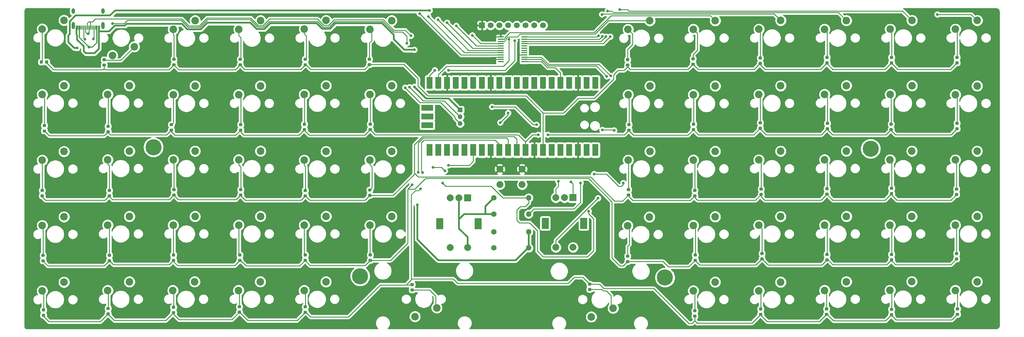
<source format=gbl>
G04 #@! TF.GenerationSoftware,KiCad,Pcbnew,(5.1.12)-1*
G04 #@! TF.CreationDate,2022-06-22T09:42:13+02:00*
G04 #@! TF.ProjectId,Moledupy,4d6f6c65-6475-4707-992e-6b696361645f,rev?*
G04 #@! TF.SameCoordinates,Original*
G04 #@! TF.FileFunction,Copper,L2,Bot*
G04 #@! TF.FilePolarity,Positive*
%FSLAX46Y46*%
G04 Gerber Fmt 4.6, Leading zero omitted, Abs format (unit mm)*
G04 Created by KiCad (PCBNEW (5.1.12)-1) date 2022-06-22 09:42:13*
%MOMM*%
%LPD*%
G01*
G04 APERTURE LIST*
G04 #@! TA.AperFunction,ComponentPad*
%ADD10C,4.700000*%
G04 #@! TD*
G04 #@! TA.AperFunction,ComponentPad*
%ADD11C,2.000000*%
G04 #@! TD*
G04 #@! TA.AperFunction,ComponentPad*
%ADD12O,1.350000X1.350000*%
G04 #@! TD*
G04 #@! TA.AperFunction,ComponentPad*
%ADD13R,1.350000X1.350000*%
G04 #@! TD*
G04 #@! TA.AperFunction,ComponentPad*
%ADD14O,1.600000X1.600000*%
G04 #@! TD*
G04 #@! TA.AperFunction,ComponentPad*
%ADD15C,1.600000*%
G04 #@! TD*
G04 #@! TA.AperFunction,ComponentPad*
%ADD16C,2.200000*%
G04 #@! TD*
G04 #@! TA.AperFunction,ComponentPad*
%ADD17C,1.700000*%
G04 #@! TD*
G04 #@! TA.AperFunction,ComponentPad*
%ADD18R,1.700000X1.700000*%
G04 #@! TD*
G04 #@! TA.AperFunction,SMDPad,CuDef*
%ADD19R,1.752600X0.431800*%
G04 #@! TD*
G04 #@! TA.AperFunction,SMDPad,CuDef*
%ADD20R,0.300000X1.150000*%
G04 #@! TD*
G04 #@! TA.AperFunction,ComponentPad*
%ADD21O,1.000000X1.600000*%
G04 #@! TD*
G04 #@! TA.AperFunction,ComponentPad*
%ADD22O,1.000000X2.100000*%
G04 #@! TD*
G04 #@! TA.AperFunction,ComponentPad*
%ADD23R,2.000000X2.000000*%
G04 #@! TD*
G04 #@! TA.AperFunction,ComponentPad*
%ADD24R,2.000000X3.200000*%
G04 #@! TD*
G04 #@! TA.AperFunction,ComponentPad*
%ADD25O,1.700000X1.700000*%
G04 #@! TD*
G04 #@! TA.AperFunction,SMDPad,CuDef*
%ADD26R,3.500000X1.700000*%
G04 #@! TD*
G04 #@! TA.AperFunction,SMDPad,CuDef*
%ADD27R,1.700000X3.500000*%
G04 #@! TD*
G04 #@! TA.AperFunction,ViaPad*
%ADD28C,0.800000*%
G04 #@! TD*
G04 #@! TA.AperFunction,Conductor*
%ADD29C,0.250000*%
G04 #@! TD*
G04 #@! TA.AperFunction,Conductor*
%ADD30C,0.500000*%
G04 #@! TD*
G04 #@! TA.AperFunction,Conductor*
%ADD31C,0.300000*%
G04 #@! TD*
G04 #@! TA.AperFunction,Conductor*
%ADD32C,0.254000*%
G04 #@! TD*
G04 #@! TA.AperFunction,Conductor*
%ADD33C,0.100000*%
G04 #@! TD*
G04 APERTURE END LIST*
D10*
X187007500Y-79070200D03*
X98259900Y-78701900D03*
X246900700Y-41554400D03*
X38100000Y-41122600D03*
D11*
X145438000Y-47498000D03*
X145438000Y-51998000D03*
X138938000Y-47498000D03*
X138938000Y-51998000D03*
D12*
X127381000Y-34226000D03*
X127381000Y-32226000D03*
D13*
X127381000Y-30226000D03*
D14*
X147372000Y-70463000D03*
D15*
X137212000Y-70463000D03*
D14*
X147320000Y-65786000D03*
D15*
X137160000Y-65786000D03*
D16*
X171917360Y-88011000D03*
X165567360Y-90551000D03*
X120583960Y-87914480D03*
X114233960Y-90454480D03*
D17*
X151511000Y-5588000D03*
X148971000Y-5588000D03*
X146431000Y-5588000D03*
X143891000Y-5588000D03*
X141351000Y-5588000D03*
X138811000Y-5588000D03*
X136271000Y-5588000D03*
D18*
X133731000Y-5588000D03*
D19*
X139192000Y-16147999D03*
X139192000Y-15498000D03*
X139192000Y-14848002D03*
X139192000Y-14198001D03*
X139192000Y-13548002D03*
X139192000Y-12898001D03*
X139192000Y-12248002D03*
X139192000Y-11598001D03*
X139192000Y-10948002D03*
X139192000Y-10298001D03*
X139192000Y-9648002D03*
X139192000Y-8998001D03*
X146050000Y-8998001D03*
X146050000Y-9648000D03*
X146050000Y-10298001D03*
X146050000Y-10947999D03*
X146050000Y-11598001D03*
X146050000Y-12247999D03*
X146050000Y-12897998D03*
X146050000Y-13547999D03*
X146050000Y-14197998D03*
X146050000Y-14847999D03*
X146050000Y-15497998D03*
X146050000Y-16147999D03*
D16*
X271546320Y-82834480D03*
X277896320Y-80294480D03*
X271546320Y-63820040D03*
X277896320Y-61280040D03*
X271546320Y-44805600D03*
X277896320Y-42265600D03*
X271561560Y-25775920D03*
X277911560Y-23235920D03*
X271566640Y-6700520D03*
X277916640Y-4160520D03*
X252521720Y-82814160D03*
X258871720Y-80274160D03*
X252521720Y-63799720D03*
X258871720Y-61259720D03*
X252552200Y-44785280D03*
X258902200Y-42245280D03*
X252597920Y-25720040D03*
X258947920Y-23180040D03*
X252582680Y-6695440D03*
X258932680Y-4155440D03*
X233481880Y-82834480D03*
X239831880Y-80294480D03*
X233502200Y-63814960D03*
X239852200Y-61274960D03*
X233481880Y-44770040D03*
X239831880Y-42230040D03*
X233481880Y-25704800D03*
X239831880Y-23164800D03*
X233492040Y-6720840D03*
X239842040Y-4180840D03*
X214345520Y-82946240D03*
X220695520Y-80406240D03*
X214315040Y-63850520D03*
X220665040Y-61310520D03*
X214330280Y-44805600D03*
X220680280Y-42265600D03*
X214360760Y-25755600D03*
X220710760Y-23215600D03*
X214365840Y-6710680D03*
X220715840Y-4170680D03*
X195270120Y-82936080D03*
X201620120Y-80396080D03*
X195280280Y-63906400D03*
X201630280Y-61366400D03*
X195270120Y-44851320D03*
X201620120Y-42311320D03*
X195295520Y-25806400D03*
X201645520Y-23266400D03*
X195295520Y-6751320D03*
X201645520Y-4211320D03*
X176138840Y-63977520D03*
X182488840Y-61437520D03*
X176286160Y-44861480D03*
X182636160Y-42321480D03*
X176286160Y-25811480D03*
X182636160Y-23271480D03*
X176265840Y-6766560D03*
X182615840Y-4226560D03*
X101102160Y-63850520D03*
X107452160Y-61310520D03*
X101092000Y-44886880D03*
X107442000Y-42346880D03*
X101092000Y-25735280D03*
X107442000Y-23195280D03*
X101092000Y-6751320D03*
X107442000Y-4211320D03*
X81960720Y-82859880D03*
X88310720Y-80319880D03*
X82006440Y-63799720D03*
X88356440Y-61259720D03*
X81996280Y-44886880D03*
X88346280Y-42346880D03*
X81996280Y-25735280D03*
X88346280Y-23195280D03*
X82031840Y-6715760D03*
X88381840Y-4175760D03*
X62854840Y-82844640D03*
X69204840Y-80304640D03*
X62910720Y-63799720D03*
X69260720Y-61259720D03*
X62910720Y-44759880D03*
X69260720Y-42219880D03*
X62910720Y-25770840D03*
X69260720Y-23230840D03*
X62951360Y-6751320D03*
X69301360Y-4211320D03*
X43759120Y-82844640D03*
X50109120Y-80304640D03*
X43855640Y-63820040D03*
X50205640Y-61280040D03*
X43855640Y-44780200D03*
X50205640Y-42240200D03*
X43865800Y-25770840D03*
X50215800Y-23230840D03*
X43865800Y-6731000D03*
X50215800Y-4191000D03*
X24765000Y-82859880D03*
X31115000Y-80319880D03*
X24765000Y-63809880D03*
X31115000Y-61269880D03*
X24765000Y-44759880D03*
X31115000Y-42219880D03*
X24765000Y-25709880D03*
X31115000Y-23169880D03*
X32512000Y-11811000D03*
X26162000Y-14351000D03*
X12065000Y-80431640D03*
X5715000Y-82971640D03*
X12065000Y-61386720D03*
X5715000Y-63926720D03*
X5715000Y-44897040D03*
X12065000Y-42357040D03*
X5715000Y-25709880D03*
X12065000Y-23169880D03*
X5715000Y-6659880D03*
X12065000Y-4119880D03*
D14*
X147320000Y-55880000D03*
D15*
X137160000Y-55880000D03*
D14*
X147320000Y-60579000D03*
D15*
X137160000Y-60579000D03*
D20*
X22400000Y-6210000D03*
X21600000Y-6210000D03*
X16800000Y-6210000D03*
X16000000Y-6210000D03*
X15700000Y-6210000D03*
X16500000Y-6210000D03*
X17300000Y-6210000D03*
X17800000Y-6210000D03*
X18300000Y-6210000D03*
X18800000Y-6210000D03*
X19300000Y-6210000D03*
X19800000Y-6210000D03*
X20300000Y-6210000D03*
X20800000Y-6210000D03*
X21300000Y-6210000D03*
X22100000Y-6210000D03*
D21*
X23370000Y-1465000D03*
X14730000Y-1465000D03*
D22*
X23370000Y-5645000D03*
X14730000Y-5645000D03*
G04 #@! TA.AperFunction,SMDPad,CuDef*
G36*
G01*
X272417250Y-88677000D02*
X271904750Y-88677000D01*
G75*
G02*
X271686000Y-88458250I0J218750D01*
G01*
X271686000Y-88020750D01*
G75*
G02*
X271904750Y-87802000I218750J0D01*
G01*
X272417250Y-87802000D01*
G75*
G02*
X272636000Y-88020750I0J-218750D01*
G01*
X272636000Y-88458250D01*
G75*
G02*
X272417250Y-88677000I-218750J0D01*
G01*
G37*
G04 #@! TD.AperFunction*
G04 #@! TA.AperFunction,SMDPad,CuDef*
G36*
G01*
X272417250Y-90252000D02*
X271904750Y-90252000D01*
G75*
G02*
X271686000Y-90033250I0J218750D01*
G01*
X271686000Y-89595750D01*
G75*
G02*
X271904750Y-89377000I218750J0D01*
G01*
X272417250Y-89377000D01*
G75*
G02*
X272636000Y-89595750I0J-218750D01*
G01*
X272636000Y-90033250D01*
G75*
G02*
X272417250Y-90252000I-218750J0D01*
G01*
G37*
G04 #@! TD.AperFunction*
G04 #@! TA.AperFunction,SMDPad,CuDef*
G36*
G01*
X272163250Y-72548000D02*
X271650750Y-72548000D01*
G75*
G02*
X271432000Y-72329250I0J218750D01*
G01*
X271432000Y-71891750D01*
G75*
G02*
X271650750Y-71673000I218750J0D01*
G01*
X272163250Y-71673000D01*
G75*
G02*
X272382000Y-71891750I0J-218750D01*
G01*
X272382000Y-72329250D01*
G75*
G02*
X272163250Y-72548000I-218750J0D01*
G01*
G37*
G04 #@! TD.AperFunction*
G04 #@! TA.AperFunction,SMDPad,CuDef*
G36*
G01*
X272163250Y-74123000D02*
X271650750Y-74123000D01*
G75*
G02*
X271432000Y-73904250I0J218750D01*
G01*
X271432000Y-73466750D01*
G75*
G02*
X271650750Y-73248000I218750J0D01*
G01*
X272163250Y-73248000D01*
G75*
G02*
X272382000Y-73466750I0J-218750D01*
G01*
X272382000Y-73904250D01*
G75*
G02*
X272163250Y-74123000I-218750J0D01*
G01*
G37*
G04 #@! TD.AperFunction*
G04 #@! TA.AperFunction,SMDPad,CuDef*
G36*
G01*
X272163250Y-53752000D02*
X271650750Y-53752000D01*
G75*
G02*
X271432000Y-53533250I0J218750D01*
G01*
X271432000Y-53095750D01*
G75*
G02*
X271650750Y-52877000I218750J0D01*
G01*
X272163250Y-52877000D01*
G75*
G02*
X272382000Y-53095750I0J-218750D01*
G01*
X272382000Y-53533250D01*
G75*
G02*
X272163250Y-53752000I-218750J0D01*
G01*
G37*
G04 #@! TD.AperFunction*
G04 #@! TA.AperFunction,SMDPad,CuDef*
G36*
G01*
X272163250Y-55327000D02*
X271650750Y-55327000D01*
G75*
G02*
X271432000Y-55108250I0J218750D01*
G01*
X271432000Y-54670750D01*
G75*
G02*
X271650750Y-54452000I218750J0D01*
G01*
X272163250Y-54452000D01*
G75*
G02*
X272382000Y-54670750I0J-218750D01*
G01*
X272382000Y-55108250D01*
G75*
G02*
X272163250Y-55327000I-218750J0D01*
G01*
G37*
G04 #@! TD.AperFunction*
G04 #@! TA.AperFunction,SMDPad,CuDef*
G36*
G01*
X272290250Y-34575000D02*
X271777750Y-34575000D01*
G75*
G02*
X271559000Y-34356250I0J218750D01*
G01*
X271559000Y-33918750D01*
G75*
G02*
X271777750Y-33700000I218750J0D01*
G01*
X272290250Y-33700000D01*
G75*
G02*
X272509000Y-33918750I0J-218750D01*
G01*
X272509000Y-34356250D01*
G75*
G02*
X272290250Y-34575000I-218750J0D01*
G01*
G37*
G04 #@! TD.AperFunction*
G04 #@! TA.AperFunction,SMDPad,CuDef*
G36*
G01*
X272290250Y-36150000D02*
X271777750Y-36150000D01*
G75*
G02*
X271559000Y-35931250I0J218750D01*
G01*
X271559000Y-35493750D01*
G75*
G02*
X271777750Y-35275000I218750J0D01*
G01*
X272290250Y-35275000D01*
G75*
G02*
X272509000Y-35493750I0J-218750D01*
G01*
X272509000Y-35931250D01*
G75*
G02*
X272290250Y-36150000I-218750J0D01*
G01*
G37*
G04 #@! TD.AperFunction*
G04 #@! TA.AperFunction,SMDPad,CuDef*
G36*
G01*
X272290250Y-15398000D02*
X271777750Y-15398000D01*
G75*
G02*
X271559000Y-15179250I0J218750D01*
G01*
X271559000Y-14741750D01*
G75*
G02*
X271777750Y-14523000I218750J0D01*
G01*
X272290250Y-14523000D01*
G75*
G02*
X272509000Y-14741750I0J-218750D01*
G01*
X272509000Y-15179250D01*
G75*
G02*
X272290250Y-15398000I-218750J0D01*
G01*
G37*
G04 #@! TD.AperFunction*
G04 #@! TA.AperFunction,SMDPad,CuDef*
G36*
G01*
X272290250Y-16973000D02*
X271777750Y-16973000D01*
G75*
G02*
X271559000Y-16754250I0J218750D01*
G01*
X271559000Y-16316750D01*
G75*
G02*
X271777750Y-16098000I218750J0D01*
G01*
X272290250Y-16098000D01*
G75*
G02*
X272509000Y-16316750I0J-218750D01*
G01*
X272509000Y-16754250D01*
G75*
G02*
X272290250Y-16973000I-218750J0D01*
G01*
G37*
G04 #@! TD.AperFunction*
G04 #@! TA.AperFunction,SMDPad,CuDef*
G36*
G01*
X253240250Y-88804000D02*
X252727750Y-88804000D01*
G75*
G02*
X252509000Y-88585250I0J218750D01*
G01*
X252509000Y-88147750D01*
G75*
G02*
X252727750Y-87929000I218750J0D01*
G01*
X253240250Y-87929000D01*
G75*
G02*
X253459000Y-88147750I0J-218750D01*
G01*
X253459000Y-88585250D01*
G75*
G02*
X253240250Y-88804000I-218750J0D01*
G01*
G37*
G04 #@! TD.AperFunction*
G04 #@! TA.AperFunction,SMDPad,CuDef*
G36*
G01*
X253240250Y-90379000D02*
X252727750Y-90379000D01*
G75*
G02*
X252509000Y-90160250I0J218750D01*
G01*
X252509000Y-89722750D01*
G75*
G02*
X252727750Y-89504000I218750J0D01*
G01*
X253240250Y-89504000D01*
G75*
G02*
X253459000Y-89722750I0J-218750D01*
G01*
X253459000Y-90160250D01*
G75*
G02*
X253240250Y-90379000I-218750J0D01*
G01*
G37*
G04 #@! TD.AperFunction*
G04 #@! TA.AperFunction,SMDPad,CuDef*
G36*
G01*
X253240250Y-72802000D02*
X252727750Y-72802000D01*
G75*
G02*
X252509000Y-72583250I0J218750D01*
G01*
X252509000Y-72145750D01*
G75*
G02*
X252727750Y-71927000I218750J0D01*
G01*
X253240250Y-71927000D01*
G75*
G02*
X253459000Y-72145750I0J-218750D01*
G01*
X253459000Y-72583250D01*
G75*
G02*
X253240250Y-72802000I-218750J0D01*
G01*
G37*
G04 #@! TD.AperFunction*
G04 #@! TA.AperFunction,SMDPad,CuDef*
G36*
G01*
X253240250Y-74377000D02*
X252727750Y-74377000D01*
G75*
G02*
X252509000Y-74158250I0J218750D01*
G01*
X252509000Y-73720750D01*
G75*
G02*
X252727750Y-73502000I218750J0D01*
G01*
X253240250Y-73502000D01*
G75*
G02*
X253459000Y-73720750I0J-218750D01*
G01*
X253459000Y-74158250D01*
G75*
G02*
X253240250Y-74377000I-218750J0D01*
G01*
G37*
G04 #@! TD.AperFunction*
G04 #@! TA.AperFunction,SMDPad,CuDef*
G36*
G01*
X253240250Y-53498000D02*
X252727750Y-53498000D01*
G75*
G02*
X252509000Y-53279250I0J218750D01*
G01*
X252509000Y-52841750D01*
G75*
G02*
X252727750Y-52623000I218750J0D01*
G01*
X253240250Y-52623000D01*
G75*
G02*
X253459000Y-52841750I0J-218750D01*
G01*
X253459000Y-53279250D01*
G75*
G02*
X253240250Y-53498000I-218750J0D01*
G01*
G37*
G04 #@! TD.AperFunction*
G04 #@! TA.AperFunction,SMDPad,CuDef*
G36*
G01*
X253240250Y-55073000D02*
X252727750Y-55073000D01*
G75*
G02*
X252509000Y-54854250I0J218750D01*
G01*
X252509000Y-54416750D01*
G75*
G02*
X252727750Y-54198000I218750J0D01*
G01*
X253240250Y-54198000D01*
G75*
G02*
X253459000Y-54416750I0J-218750D01*
G01*
X253459000Y-54854250D01*
G75*
G02*
X253240250Y-55073000I-218750J0D01*
G01*
G37*
G04 #@! TD.AperFunction*
G04 #@! TA.AperFunction,SMDPad,CuDef*
G36*
G01*
X253113250Y-34829000D02*
X252600750Y-34829000D01*
G75*
G02*
X252382000Y-34610250I0J218750D01*
G01*
X252382000Y-34172750D01*
G75*
G02*
X252600750Y-33954000I218750J0D01*
G01*
X253113250Y-33954000D01*
G75*
G02*
X253332000Y-34172750I0J-218750D01*
G01*
X253332000Y-34610250D01*
G75*
G02*
X253113250Y-34829000I-218750J0D01*
G01*
G37*
G04 #@! TD.AperFunction*
G04 #@! TA.AperFunction,SMDPad,CuDef*
G36*
G01*
X253113250Y-36404000D02*
X252600750Y-36404000D01*
G75*
G02*
X252382000Y-36185250I0J218750D01*
G01*
X252382000Y-35747750D01*
G75*
G02*
X252600750Y-35529000I218750J0D01*
G01*
X253113250Y-35529000D01*
G75*
G02*
X253332000Y-35747750I0J-218750D01*
G01*
X253332000Y-36185250D01*
G75*
G02*
X253113250Y-36404000I-218750J0D01*
G01*
G37*
G04 #@! TD.AperFunction*
G04 #@! TA.AperFunction,SMDPad,CuDef*
G36*
G01*
X253240250Y-15398000D02*
X252727750Y-15398000D01*
G75*
G02*
X252509000Y-15179250I0J218750D01*
G01*
X252509000Y-14741750D01*
G75*
G02*
X252727750Y-14523000I218750J0D01*
G01*
X253240250Y-14523000D01*
G75*
G02*
X253459000Y-14741750I0J-218750D01*
G01*
X253459000Y-15179250D01*
G75*
G02*
X253240250Y-15398000I-218750J0D01*
G01*
G37*
G04 #@! TD.AperFunction*
G04 #@! TA.AperFunction,SMDPad,CuDef*
G36*
G01*
X253240250Y-16973000D02*
X252727750Y-16973000D01*
G75*
G02*
X252509000Y-16754250I0J218750D01*
G01*
X252509000Y-16316750D01*
G75*
G02*
X252727750Y-16098000I218750J0D01*
G01*
X253240250Y-16098000D01*
G75*
G02*
X253459000Y-16316750I0J-218750D01*
G01*
X253459000Y-16754250D01*
G75*
G02*
X253240250Y-16973000I-218750J0D01*
G01*
G37*
G04 #@! TD.AperFunction*
G04 #@! TA.AperFunction,SMDPad,CuDef*
G36*
G01*
X234317250Y-88677000D02*
X233804750Y-88677000D01*
G75*
G02*
X233586000Y-88458250I0J218750D01*
G01*
X233586000Y-88020750D01*
G75*
G02*
X233804750Y-87802000I218750J0D01*
G01*
X234317250Y-87802000D01*
G75*
G02*
X234536000Y-88020750I0J-218750D01*
G01*
X234536000Y-88458250D01*
G75*
G02*
X234317250Y-88677000I-218750J0D01*
G01*
G37*
G04 #@! TD.AperFunction*
G04 #@! TA.AperFunction,SMDPad,CuDef*
G36*
G01*
X234317250Y-90252000D02*
X233804750Y-90252000D01*
G75*
G02*
X233586000Y-90033250I0J218750D01*
G01*
X233586000Y-89595750D01*
G75*
G02*
X233804750Y-89377000I218750J0D01*
G01*
X234317250Y-89377000D01*
G75*
G02*
X234536000Y-89595750I0J-218750D01*
G01*
X234536000Y-90033250D01*
G75*
G02*
X234317250Y-90252000I-218750J0D01*
G01*
G37*
G04 #@! TD.AperFunction*
G04 #@! TA.AperFunction,SMDPad,CuDef*
G36*
G01*
X234444250Y-72802000D02*
X233931750Y-72802000D01*
G75*
G02*
X233713000Y-72583250I0J218750D01*
G01*
X233713000Y-72145750D01*
G75*
G02*
X233931750Y-71927000I218750J0D01*
G01*
X234444250Y-71927000D01*
G75*
G02*
X234663000Y-72145750I0J-218750D01*
G01*
X234663000Y-72583250D01*
G75*
G02*
X234444250Y-72802000I-218750J0D01*
G01*
G37*
G04 #@! TD.AperFunction*
G04 #@! TA.AperFunction,SMDPad,CuDef*
G36*
G01*
X234444250Y-74377000D02*
X233931750Y-74377000D01*
G75*
G02*
X233713000Y-74158250I0J218750D01*
G01*
X233713000Y-73720750D01*
G75*
G02*
X233931750Y-73502000I218750J0D01*
G01*
X234444250Y-73502000D01*
G75*
G02*
X234663000Y-73720750I0J-218750D01*
G01*
X234663000Y-74158250D01*
G75*
G02*
X234444250Y-74377000I-218750J0D01*
G01*
G37*
G04 #@! TD.AperFunction*
G04 #@! TA.AperFunction,SMDPad,CuDef*
G36*
G01*
X234444250Y-53625000D02*
X233931750Y-53625000D01*
G75*
G02*
X233713000Y-53406250I0J218750D01*
G01*
X233713000Y-52968750D01*
G75*
G02*
X233931750Y-52750000I218750J0D01*
G01*
X234444250Y-52750000D01*
G75*
G02*
X234663000Y-52968750I0J-218750D01*
G01*
X234663000Y-53406250D01*
G75*
G02*
X234444250Y-53625000I-218750J0D01*
G01*
G37*
G04 #@! TD.AperFunction*
G04 #@! TA.AperFunction,SMDPad,CuDef*
G36*
G01*
X234444250Y-55200000D02*
X233931750Y-55200000D01*
G75*
G02*
X233713000Y-54981250I0J218750D01*
G01*
X233713000Y-54543750D01*
G75*
G02*
X233931750Y-54325000I218750J0D01*
G01*
X234444250Y-54325000D01*
G75*
G02*
X234663000Y-54543750I0J-218750D01*
G01*
X234663000Y-54981250D01*
G75*
G02*
X234444250Y-55200000I-218750J0D01*
G01*
G37*
G04 #@! TD.AperFunction*
G04 #@! TA.AperFunction,SMDPad,CuDef*
G36*
G01*
X234571250Y-34575000D02*
X234058750Y-34575000D01*
G75*
G02*
X233840000Y-34356250I0J218750D01*
G01*
X233840000Y-33918750D01*
G75*
G02*
X234058750Y-33700000I218750J0D01*
G01*
X234571250Y-33700000D01*
G75*
G02*
X234790000Y-33918750I0J-218750D01*
G01*
X234790000Y-34356250D01*
G75*
G02*
X234571250Y-34575000I-218750J0D01*
G01*
G37*
G04 #@! TD.AperFunction*
G04 #@! TA.AperFunction,SMDPad,CuDef*
G36*
G01*
X234571250Y-36150000D02*
X234058750Y-36150000D01*
G75*
G02*
X233840000Y-35931250I0J218750D01*
G01*
X233840000Y-35493750D01*
G75*
G02*
X234058750Y-35275000I218750J0D01*
G01*
X234571250Y-35275000D01*
G75*
G02*
X234790000Y-35493750I0J-218750D01*
G01*
X234790000Y-35931250D01*
G75*
G02*
X234571250Y-36150000I-218750J0D01*
G01*
G37*
G04 #@! TD.AperFunction*
G04 #@! TA.AperFunction,SMDPad,CuDef*
G36*
G01*
X234444250Y-15398000D02*
X233931750Y-15398000D01*
G75*
G02*
X233713000Y-15179250I0J218750D01*
G01*
X233713000Y-14741750D01*
G75*
G02*
X233931750Y-14523000I218750J0D01*
G01*
X234444250Y-14523000D01*
G75*
G02*
X234663000Y-14741750I0J-218750D01*
G01*
X234663000Y-15179250D01*
G75*
G02*
X234444250Y-15398000I-218750J0D01*
G01*
G37*
G04 #@! TD.AperFunction*
G04 #@! TA.AperFunction,SMDPad,CuDef*
G36*
G01*
X234444250Y-16973000D02*
X233931750Y-16973000D01*
G75*
G02*
X233713000Y-16754250I0J218750D01*
G01*
X233713000Y-16316750D01*
G75*
G02*
X233931750Y-16098000I218750J0D01*
G01*
X234444250Y-16098000D01*
G75*
G02*
X234663000Y-16316750I0J-218750D01*
G01*
X234663000Y-16754250D01*
G75*
G02*
X234444250Y-16973000I-218750J0D01*
G01*
G37*
G04 #@! TD.AperFunction*
G04 #@! TA.AperFunction,SMDPad,CuDef*
G36*
G01*
X215140250Y-88677000D02*
X214627750Y-88677000D01*
G75*
G02*
X214409000Y-88458250I0J218750D01*
G01*
X214409000Y-88020750D01*
G75*
G02*
X214627750Y-87802000I218750J0D01*
G01*
X215140250Y-87802000D01*
G75*
G02*
X215359000Y-88020750I0J-218750D01*
G01*
X215359000Y-88458250D01*
G75*
G02*
X215140250Y-88677000I-218750J0D01*
G01*
G37*
G04 #@! TD.AperFunction*
G04 #@! TA.AperFunction,SMDPad,CuDef*
G36*
G01*
X215140250Y-90252000D02*
X214627750Y-90252000D01*
G75*
G02*
X214409000Y-90033250I0J218750D01*
G01*
X214409000Y-89595750D01*
G75*
G02*
X214627750Y-89377000I218750J0D01*
G01*
X215140250Y-89377000D01*
G75*
G02*
X215359000Y-89595750I0J-218750D01*
G01*
X215359000Y-90033250D01*
G75*
G02*
X215140250Y-90252000I-218750J0D01*
G01*
G37*
G04 #@! TD.AperFunction*
G04 #@! TA.AperFunction,SMDPad,CuDef*
G36*
G01*
X215521250Y-72522500D02*
X215008750Y-72522500D01*
G75*
G02*
X214790000Y-72303750I0J218750D01*
G01*
X214790000Y-71866250D01*
G75*
G02*
X215008750Y-71647500I218750J0D01*
G01*
X215521250Y-71647500D01*
G75*
G02*
X215740000Y-71866250I0J-218750D01*
G01*
X215740000Y-72303750D01*
G75*
G02*
X215521250Y-72522500I-218750J0D01*
G01*
G37*
G04 #@! TD.AperFunction*
G04 #@! TA.AperFunction,SMDPad,CuDef*
G36*
G01*
X215521250Y-74097500D02*
X215008750Y-74097500D01*
G75*
G02*
X214790000Y-73878750I0J218750D01*
G01*
X214790000Y-73441250D01*
G75*
G02*
X215008750Y-73222500I218750J0D01*
G01*
X215521250Y-73222500D01*
G75*
G02*
X215740000Y-73441250I0J-218750D01*
G01*
X215740000Y-73878750D01*
G75*
G02*
X215521250Y-74097500I-218750J0D01*
G01*
G37*
G04 #@! TD.AperFunction*
G04 #@! TA.AperFunction,SMDPad,CuDef*
G36*
G01*
X215267250Y-53752000D02*
X214754750Y-53752000D01*
G75*
G02*
X214536000Y-53533250I0J218750D01*
G01*
X214536000Y-53095750D01*
G75*
G02*
X214754750Y-52877000I218750J0D01*
G01*
X215267250Y-52877000D01*
G75*
G02*
X215486000Y-53095750I0J-218750D01*
G01*
X215486000Y-53533250D01*
G75*
G02*
X215267250Y-53752000I-218750J0D01*
G01*
G37*
G04 #@! TD.AperFunction*
G04 #@! TA.AperFunction,SMDPad,CuDef*
G36*
G01*
X215267250Y-55327000D02*
X214754750Y-55327000D01*
G75*
G02*
X214536000Y-55108250I0J218750D01*
G01*
X214536000Y-54670750D01*
G75*
G02*
X214754750Y-54452000I218750J0D01*
G01*
X215267250Y-54452000D01*
G75*
G02*
X215486000Y-54670750I0J-218750D01*
G01*
X215486000Y-55108250D01*
G75*
G02*
X215267250Y-55327000I-218750J0D01*
G01*
G37*
G04 #@! TD.AperFunction*
G04 #@! TA.AperFunction,SMDPad,CuDef*
G36*
G01*
X215013250Y-34448000D02*
X214500750Y-34448000D01*
G75*
G02*
X214282000Y-34229250I0J218750D01*
G01*
X214282000Y-33791750D01*
G75*
G02*
X214500750Y-33573000I218750J0D01*
G01*
X215013250Y-33573000D01*
G75*
G02*
X215232000Y-33791750I0J-218750D01*
G01*
X215232000Y-34229250D01*
G75*
G02*
X215013250Y-34448000I-218750J0D01*
G01*
G37*
G04 #@! TD.AperFunction*
G04 #@! TA.AperFunction,SMDPad,CuDef*
G36*
G01*
X215013250Y-36023000D02*
X214500750Y-36023000D01*
G75*
G02*
X214282000Y-35804250I0J218750D01*
G01*
X214282000Y-35366750D01*
G75*
G02*
X214500750Y-35148000I218750J0D01*
G01*
X215013250Y-35148000D01*
G75*
G02*
X215232000Y-35366750I0J-218750D01*
G01*
X215232000Y-35804250D01*
G75*
G02*
X215013250Y-36023000I-218750J0D01*
G01*
G37*
G04 #@! TD.AperFunction*
G04 #@! TA.AperFunction,SMDPad,CuDef*
G36*
G01*
X215013250Y-15525000D02*
X214500750Y-15525000D01*
G75*
G02*
X214282000Y-15306250I0J218750D01*
G01*
X214282000Y-14868750D01*
G75*
G02*
X214500750Y-14650000I218750J0D01*
G01*
X215013250Y-14650000D01*
G75*
G02*
X215232000Y-14868750I0J-218750D01*
G01*
X215232000Y-15306250D01*
G75*
G02*
X215013250Y-15525000I-218750J0D01*
G01*
G37*
G04 #@! TD.AperFunction*
G04 #@! TA.AperFunction,SMDPad,CuDef*
G36*
G01*
X215013250Y-17100000D02*
X214500750Y-17100000D01*
G75*
G02*
X214282000Y-16881250I0J218750D01*
G01*
X214282000Y-16443750D01*
G75*
G02*
X214500750Y-16225000I218750J0D01*
G01*
X215013250Y-16225000D01*
G75*
G02*
X215232000Y-16443750I0J-218750D01*
G01*
X215232000Y-16881250D01*
G75*
G02*
X215013250Y-17100000I-218750J0D01*
G01*
G37*
G04 #@! TD.AperFunction*
G04 #@! TA.AperFunction,SMDPad,CuDef*
G36*
G01*
X195963250Y-89185000D02*
X195450750Y-89185000D01*
G75*
G02*
X195232000Y-88966250I0J218750D01*
G01*
X195232000Y-88528750D01*
G75*
G02*
X195450750Y-88310000I218750J0D01*
G01*
X195963250Y-88310000D01*
G75*
G02*
X196182000Y-88528750I0J-218750D01*
G01*
X196182000Y-88966250D01*
G75*
G02*
X195963250Y-89185000I-218750J0D01*
G01*
G37*
G04 #@! TD.AperFunction*
G04 #@! TA.AperFunction,SMDPad,CuDef*
G36*
G01*
X195963250Y-90760000D02*
X195450750Y-90760000D01*
G75*
G02*
X195232000Y-90541250I0J218750D01*
G01*
X195232000Y-90103750D01*
G75*
G02*
X195450750Y-89885000I218750J0D01*
G01*
X195963250Y-89885000D01*
G75*
G02*
X196182000Y-90103750I0J-218750D01*
G01*
X196182000Y-90541250D01*
G75*
G02*
X195963250Y-90760000I-218750J0D01*
G01*
G37*
G04 #@! TD.AperFunction*
G04 #@! TA.AperFunction,SMDPad,CuDef*
G36*
G01*
X196090250Y-72929000D02*
X195577750Y-72929000D01*
G75*
G02*
X195359000Y-72710250I0J218750D01*
G01*
X195359000Y-72272750D01*
G75*
G02*
X195577750Y-72054000I218750J0D01*
G01*
X196090250Y-72054000D01*
G75*
G02*
X196309000Y-72272750I0J-218750D01*
G01*
X196309000Y-72710250D01*
G75*
G02*
X196090250Y-72929000I-218750J0D01*
G01*
G37*
G04 #@! TD.AperFunction*
G04 #@! TA.AperFunction,SMDPad,CuDef*
G36*
G01*
X196090250Y-74504000D02*
X195577750Y-74504000D01*
G75*
G02*
X195359000Y-74285250I0J218750D01*
G01*
X195359000Y-73847750D01*
G75*
G02*
X195577750Y-73629000I218750J0D01*
G01*
X196090250Y-73629000D01*
G75*
G02*
X196309000Y-73847750I0J-218750D01*
G01*
X196309000Y-74285250D01*
G75*
G02*
X196090250Y-74504000I-218750J0D01*
G01*
G37*
G04 #@! TD.AperFunction*
G04 #@! TA.AperFunction,SMDPad,CuDef*
G36*
G01*
X195963250Y-54133000D02*
X195450750Y-54133000D01*
G75*
G02*
X195232000Y-53914250I0J218750D01*
G01*
X195232000Y-53476750D01*
G75*
G02*
X195450750Y-53258000I218750J0D01*
G01*
X195963250Y-53258000D01*
G75*
G02*
X196182000Y-53476750I0J-218750D01*
G01*
X196182000Y-53914250D01*
G75*
G02*
X195963250Y-54133000I-218750J0D01*
G01*
G37*
G04 #@! TD.AperFunction*
G04 #@! TA.AperFunction,SMDPad,CuDef*
G36*
G01*
X195963250Y-55708000D02*
X195450750Y-55708000D01*
G75*
G02*
X195232000Y-55489250I0J218750D01*
G01*
X195232000Y-55051750D01*
G75*
G02*
X195450750Y-54833000I218750J0D01*
G01*
X195963250Y-54833000D01*
G75*
G02*
X196182000Y-55051750I0J-218750D01*
G01*
X196182000Y-55489250D01*
G75*
G02*
X195963250Y-55708000I-218750J0D01*
G01*
G37*
G04 #@! TD.AperFunction*
G04 #@! TA.AperFunction,SMDPad,CuDef*
G36*
G01*
X195582250Y-34829000D02*
X195069750Y-34829000D01*
G75*
G02*
X194851000Y-34610250I0J218750D01*
G01*
X194851000Y-34172750D01*
G75*
G02*
X195069750Y-33954000I218750J0D01*
G01*
X195582250Y-33954000D01*
G75*
G02*
X195801000Y-34172750I0J-218750D01*
G01*
X195801000Y-34610250D01*
G75*
G02*
X195582250Y-34829000I-218750J0D01*
G01*
G37*
G04 #@! TD.AperFunction*
G04 #@! TA.AperFunction,SMDPad,CuDef*
G36*
G01*
X195582250Y-36404000D02*
X195069750Y-36404000D01*
G75*
G02*
X194851000Y-36185250I0J218750D01*
G01*
X194851000Y-35747750D01*
G75*
G02*
X195069750Y-35529000I218750J0D01*
G01*
X195582250Y-35529000D01*
G75*
G02*
X195801000Y-35747750I0J-218750D01*
G01*
X195801000Y-36185250D01*
G75*
G02*
X195582250Y-36404000I-218750J0D01*
G01*
G37*
G04 #@! TD.AperFunction*
G04 #@! TA.AperFunction,SMDPad,CuDef*
G36*
G01*
X195455250Y-15779000D02*
X194942750Y-15779000D01*
G75*
G02*
X194724000Y-15560250I0J218750D01*
G01*
X194724000Y-15122750D01*
G75*
G02*
X194942750Y-14904000I218750J0D01*
G01*
X195455250Y-14904000D01*
G75*
G02*
X195674000Y-15122750I0J-218750D01*
G01*
X195674000Y-15560250D01*
G75*
G02*
X195455250Y-15779000I-218750J0D01*
G01*
G37*
G04 #@! TD.AperFunction*
G04 #@! TA.AperFunction,SMDPad,CuDef*
G36*
G01*
X195455250Y-17354000D02*
X194942750Y-17354000D01*
G75*
G02*
X194724000Y-17135250I0J218750D01*
G01*
X194724000Y-16697750D01*
G75*
G02*
X194942750Y-16479000I218750J0D01*
G01*
X195455250Y-16479000D01*
G75*
G02*
X195674000Y-16697750I0J-218750D01*
G01*
X195674000Y-17135250D01*
G75*
G02*
X195455250Y-17354000I-218750J0D01*
G01*
G37*
G04 #@! TD.AperFunction*
G04 #@! TA.AperFunction,SMDPad,CuDef*
G36*
G01*
X164843750Y-82138000D02*
X165356250Y-82138000D01*
G75*
G02*
X165575000Y-82356750I0J-218750D01*
G01*
X165575000Y-82794250D01*
G75*
G02*
X165356250Y-83013000I-218750J0D01*
G01*
X164843750Y-83013000D01*
G75*
G02*
X164625000Y-82794250I0J218750D01*
G01*
X164625000Y-82356750D01*
G75*
G02*
X164843750Y-82138000I218750J0D01*
G01*
G37*
G04 #@! TD.AperFunction*
G04 #@! TA.AperFunction,SMDPad,CuDef*
G36*
G01*
X164843750Y-80563000D02*
X165356250Y-80563000D01*
G75*
G02*
X165575000Y-80781750I0J-218750D01*
G01*
X165575000Y-81219250D01*
G75*
G02*
X165356250Y-81438000I-218750J0D01*
G01*
X164843750Y-81438000D01*
G75*
G02*
X164625000Y-81219250I0J218750D01*
G01*
X164625000Y-80781750D01*
G75*
G02*
X164843750Y-80563000I218750J0D01*
G01*
G37*
G04 #@! TD.AperFunction*
G04 #@! TA.AperFunction,SMDPad,CuDef*
G36*
G01*
X176405250Y-73310000D02*
X175892750Y-73310000D01*
G75*
G02*
X175674000Y-73091250I0J218750D01*
G01*
X175674000Y-72653750D01*
G75*
G02*
X175892750Y-72435000I218750J0D01*
G01*
X176405250Y-72435000D01*
G75*
G02*
X176624000Y-72653750I0J-218750D01*
G01*
X176624000Y-73091250D01*
G75*
G02*
X176405250Y-73310000I-218750J0D01*
G01*
G37*
G04 #@! TD.AperFunction*
G04 #@! TA.AperFunction,SMDPad,CuDef*
G36*
G01*
X176405250Y-74885000D02*
X175892750Y-74885000D01*
G75*
G02*
X175674000Y-74666250I0J218750D01*
G01*
X175674000Y-74228750D01*
G75*
G02*
X175892750Y-74010000I218750J0D01*
G01*
X176405250Y-74010000D01*
G75*
G02*
X176624000Y-74228750I0J-218750D01*
G01*
X176624000Y-74666250D01*
G75*
G02*
X176405250Y-74885000I-218750J0D01*
G01*
G37*
G04 #@! TD.AperFunction*
G04 #@! TA.AperFunction,SMDPad,CuDef*
G36*
G01*
X176659250Y-53904500D02*
X176146750Y-53904500D01*
G75*
G02*
X175928000Y-53685750I0J218750D01*
G01*
X175928000Y-53248250D01*
G75*
G02*
X176146750Y-53029500I218750J0D01*
G01*
X176659250Y-53029500D01*
G75*
G02*
X176878000Y-53248250I0J-218750D01*
G01*
X176878000Y-53685750D01*
G75*
G02*
X176659250Y-53904500I-218750J0D01*
G01*
G37*
G04 #@! TD.AperFunction*
G04 #@! TA.AperFunction,SMDPad,CuDef*
G36*
G01*
X176659250Y-55479500D02*
X176146750Y-55479500D01*
G75*
G02*
X175928000Y-55260750I0J218750D01*
G01*
X175928000Y-54823250D01*
G75*
G02*
X176146750Y-54604500I218750J0D01*
G01*
X176659250Y-54604500D01*
G75*
G02*
X176878000Y-54823250I0J-218750D01*
G01*
X176878000Y-55260750D01*
G75*
G02*
X176659250Y-55479500I-218750J0D01*
G01*
G37*
G04 #@! TD.AperFunction*
G04 #@! TA.AperFunction,SMDPad,CuDef*
G36*
G01*
X176786250Y-34981500D02*
X176273750Y-34981500D01*
G75*
G02*
X176055000Y-34762750I0J218750D01*
G01*
X176055000Y-34325250D01*
G75*
G02*
X176273750Y-34106500I218750J0D01*
G01*
X176786250Y-34106500D01*
G75*
G02*
X177005000Y-34325250I0J-218750D01*
G01*
X177005000Y-34762750D01*
G75*
G02*
X176786250Y-34981500I-218750J0D01*
G01*
G37*
G04 #@! TD.AperFunction*
G04 #@! TA.AperFunction,SMDPad,CuDef*
G36*
G01*
X176786250Y-36556500D02*
X176273750Y-36556500D01*
G75*
G02*
X176055000Y-36337750I0J218750D01*
G01*
X176055000Y-35900250D01*
G75*
G02*
X176273750Y-35681500I218750J0D01*
G01*
X176786250Y-35681500D01*
G75*
G02*
X177005000Y-35900250I0J-218750D01*
G01*
X177005000Y-36337750D01*
G75*
G02*
X176786250Y-36556500I-218750J0D01*
G01*
G37*
G04 #@! TD.AperFunction*
G04 #@! TA.AperFunction,SMDPad,CuDef*
G36*
G01*
X176405250Y-16033000D02*
X175892750Y-16033000D01*
G75*
G02*
X175674000Y-15814250I0J218750D01*
G01*
X175674000Y-15376750D01*
G75*
G02*
X175892750Y-15158000I218750J0D01*
G01*
X176405250Y-15158000D01*
G75*
G02*
X176624000Y-15376750I0J-218750D01*
G01*
X176624000Y-15814250D01*
G75*
G02*
X176405250Y-16033000I-218750J0D01*
G01*
G37*
G04 #@! TD.AperFunction*
G04 #@! TA.AperFunction,SMDPad,CuDef*
G36*
G01*
X176405250Y-17608000D02*
X175892750Y-17608000D01*
G75*
G02*
X175674000Y-17389250I0J218750D01*
G01*
X175674000Y-16951750D01*
G75*
G02*
X175892750Y-16733000I218750J0D01*
G01*
X176405250Y-16733000D01*
G75*
G02*
X176624000Y-16951750I0J-218750D01*
G01*
X176624000Y-17389250D01*
G75*
G02*
X176405250Y-17608000I-218750J0D01*
G01*
G37*
G04 #@! TD.AperFunction*
G04 #@! TA.AperFunction,SMDPad,CuDef*
G36*
G01*
X113154750Y-82265000D02*
X113667250Y-82265000D01*
G75*
G02*
X113886000Y-82483750I0J-218750D01*
G01*
X113886000Y-82921250D01*
G75*
G02*
X113667250Y-83140000I-218750J0D01*
G01*
X113154750Y-83140000D01*
G75*
G02*
X112936000Y-82921250I0J218750D01*
G01*
X112936000Y-82483750D01*
G75*
G02*
X113154750Y-82265000I218750J0D01*
G01*
G37*
G04 #@! TD.AperFunction*
G04 #@! TA.AperFunction,SMDPad,CuDef*
G36*
G01*
X113154750Y-80690000D02*
X113667250Y-80690000D01*
G75*
G02*
X113886000Y-80908750I0J-218750D01*
G01*
X113886000Y-81346250D01*
G75*
G02*
X113667250Y-81565000I-218750J0D01*
G01*
X113154750Y-81565000D01*
G75*
G02*
X112936000Y-81346250I0J218750D01*
G01*
X112936000Y-80908750D01*
G75*
G02*
X113154750Y-80690000I218750J0D01*
G01*
G37*
G04 #@! TD.AperFunction*
G04 #@! TA.AperFunction,SMDPad,CuDef*
G36*
G01*
X101475250Y-72929000D02*
X100962750Y-72929000D01*
G75*
G02*
X100744000Y-72710250I0J218750D01*
G01*
X100744000Y-72272750D01*
G75*
G02*
X100962750Y-72054000I218750J0D01*
G01*
X101475250Y-72054000D01*
G75*
G02*
X101694000Y-72272750I0J-218750D01*
G01*
X101694000Y-72710250D01*
G75*
G02*
X101475250Y-72929000I-218750J0D01*
G01*
G37*
G04 #@! TD.AperFunction*
G04 #@! TA.AperFunction,SMDPad,CuDef*
G36*
G01*
X101475250Y-74504000D02*
X100962750Y-74504000D01*
G75*
G02*
X100744000Y-74285250I0J218750D01*
G01*
X100744000Y-73847750D01*
G75*
G02*
X100962750Y-73629000I218750J0D01*
G01*
X101475250Y-73629000D01*
G75*
G02*
X101694000Y-73847750I0J-218750D01*
G01*
X101694000Y-74285250D01*
G75*
G02*
X101475250Y-74504000I-218750J0D01*
G01*
G37*
G04 #@! TD.AperFunction*
G04 #@! TA.AperFunction,SMDPad,CuDef*
G36*
G01*
X101348250Y-54006000D02*
X100835750Y-54006000D01*
G75*
G02*
X100617000Y-53787250I0J218750D01*
G01*
X100617000Y-53349750D01*
G75*
G02*
X100835750Y-53131000I218750J0D01*
G01*
X101348250Y-53131000D01*
G75*
G02*
X101567000Y-53349750I0J-218750D01*
G01*
X101567000Y-53787250D01*
G75*
G02*
X101348250Y-54006000I-218750J0D01*
G01*
G37*
G04 #@! TD.AperFunction*
G04 #@! TA.AperFunction,SMDPad,CuDef*
G36*
G01*
X101348250Y-55581000D02*
X100835750Y-55581000D01*
G75*
G02*
X100617000Y-55362250I0J218750D01*
G01*
X100617000Y-54924750D01*
G75*
G02*
X100835750Y-54706000I218750J0D01*
G01*
X101348250Y-54706000D01*
G75*
G02*
X101567000Y-54924750I0J-218750D01*
G01*
X101567000Y-55362250D01*
G75*
G02*
X101348250Y-55581000I-218750J0D01*
G01*
G37*
G04 #@! TD.AperFunction*
G04 #@! TA.AperFunction,SMDPad,CuDef*
G36*
G01*
X101475250Y-34829000D02*
X100962750Y-34829000D01*
G75*
G02*
X100744000Y-34610250I0J218750D01*
G01*
X100744000Y-34172750D01*
G75*
G02*
X100962750Y-33954000I218750J0D01*
G01*
X101475250Y-33954000D01*
G75*
G02*
X101694000Y-34172750I0J-218750D01*
G01*
X101694000Y-34610250D01*
G75*
G02*
X101475250Y-34829000I-218750J0D01*
G01*
G37*
G04 #@! TD.AperFunction*
G04 #@! TA.AperFunction,SMDPad,CuDef*
G36*
G01*
X101475250Y-36404000D02*
X100962750Y-36404000D01*
G75*
G02*
X100744000Y-36185250I0J218750D01*
G01*
X100744000Y-35747750D01*
G75*
G02*
X100962750Y-35529000I218750J0D01*
G01*
X101475250Y-35529000D01*
G75*
G02*
X101694000Y-35747750I0J-218750D01*
G01*
X101694000Y-36185250D01*
G75*
G02*
X101475250Y-36404000I-218750J0D01*
G01*
G37*
G04 #@! TD.AperFunction*
G04 #@! TA.AperFunction,SMDPad,CuDef*
G36*
G01*
X101221250Y-15906000D02*
X100708750Y-15906000D01*
G75*
G02*
X100490000Y-15687250I0J218750D01*
G01*
X100490000Y-15249750D01*
G75*
G02*
X100708750Y-15031000I218750J0D01*
G01*
X101221250Y-15031000D01*
G75*
G02*
X101440000Y-15249750I0J-218750D01*
G01*
X101440000Y-15687250D01*
G75*
G02*
X101221250Y-15906000I-218750J0D01*
G01*
G37*
G04 #@! TD.AperFunction*
G04 #@! TA.AperFunction,SMDPad,CuDef*
G36*
G01*
X101221250Y-17481000D02*
X100708750Y-17481000D01*
G75*
G02*
X100490000Y-17262250I0J218750D01*
G01*
X100490000Y-16824750D01*
G75*
G02*
X100708750Y-16606000I218750J0D01*
G01*
X101221250Y-16606000D01*
G75*
G02*
X101440000Y-16824750I0J-218750D01*
G01*
X101440000Y-17262250D01*
G75*
G02*
X101221250Y-17481000I-218750J0D01*
G01*
G37*
G04 #@! TD.AperFunction*
G04 #@! TA.AperFunction,SMDPad,CuDef*
G36*
G01*
X82552250Y-88067500D02*
X82039750Y-88067500D01*
G75*
G02*
X81821000Y-87848750I0J218750D01*
G01*
X81821000Y-87411250D01*
G75*
G02*
X82039750Y-87192500I218750J0D01*
G01*
X82552250Y-87192500D01*
G75*
G02*
X82771000Y-87411250I0J-218750D01*
G01*
X82771000Y-87848750D01*
G75*
G02*
X82552250Y-88067500I-218750J0D01*
G01*
G37*
G04 #@! TD.AperFunction*
G04 #@! TA.AperFunction,SMDPad,CuDef*
G36*
G01*
X82552250Y-89642500D02*
X82039750Y-89642500D01*
G75*
G02*
X81821000Y-89423750I0J218750D01*
G01*
X81821000Y-88986250D01*
G75*
G02*
X82039750Y-88767500I218750J0D01*
G01*
X82552250Y-88767500D01*
G75*
G02*
X82771000Y-88986250I0J-218750D01*
G01*
X82771000Y-89423750D01*
G75*
G02*
X82552250Y-89642500I-218750J0D01*
G01*
G37*
G04 #@! TD.AperFunction*
G04 #@! TA.AperFunction,SMDPad,CuDef*
G36*
G01*
X82552250Y-72929000D02*
X82039750Y-72929000D01*
G75*
G02*
X81821000Y-72710250I0J218750D01*
G01*
X81821000Y-72272750D01*
G75*
G02*
X82039750Y-72054000I218750J0D01*
G01*
X82552250Y-72054000D01*
G75*
G02*
X82771000Y-72272750I0J-218750D01*
G01*
X82771000Y-72710250D01*
G75*
G02*
X82552250Y-72929000I-218750J0D01*
G01*
G37*
G04 #@! TD.AperFunction*
G04 #@! TA.AperFunction,SMDPad,CuDef*
G36*
G01*
X82552250Y-74504000D02*
X82039750Y-74504000D01*
G75*
G02*
X81821000Y-74285250I0J218750D01*
G01*
X81821000Y-73847750D01*
G75*
G02*
X82039750Y-73629000I218750J0D01*
G01*
X82552250Y-73629000D01*
G75*
G02*
X82771000Y-73847750I0J-218750D01*
G01*
X82771000Y-74285250D01*
G75*
G02*
X82552250Y-74504000I-218750J0D01*
G01*
G37*
G04 #@! TD.AperFunction*
G04 #@! TA.AperFunction,SMDPad,CuDef*
G36*
G01*
X82552250Y-54158500D02*
X82039750Y-54158500D01*
G75*
G02*
X81821000Y-53939750I0J218750D01*
G01*
X81821000Y-53502250D01*
G75*
G02*
X82039750Y-53283500I218750J0D01*
G01*
X82552250Y-53283500D01*
G75*
G02*
X82771000Y-53502250I0J-218750D01*
G01*
X82771000Y-53939750D01*
G75*
G02*
X82552250Y-54158500I-218750J0D01*
G01*
G37*
G04 #@! TD.AperFunction*
G04 #@! TA.AperFunction,SMDPad,CuDef*
G36*
G01*
X82552250Y-55733500D02*
X82039750Y-55733500D01*
G75*
G02*
X81821000Y-55514750I0J218750D01*
G01*
X81821000Y-55077250D01*
G75*
G02*
X82039750Y-54858500I218750J0D01*
G01*
X82552250Y-54858500D01*
G75*
G02*
X82771000Y-55077250I0J-218750D01*
G01*
X82771000Y-55514750D01*
G75*
G02*
X82552250Y-55733500I-218750J0D01*
G01*
G37*
G04 #@! TD.AperFunction*
G04 #@! TA.AperFunction,SMDPad,CuDef*
G36*
G01*
X82298250Y-34854500D02*
X81785750Y-34854500D01*
G75*
G02*
X81567000Y-34635750I0J218750D01*
G01*
X81567000Y-34198250D01*
G75*
G02*
X81785750Y-33979500I218750J0D01*
G01*
X82298250Y-33979500D01*
G75*
G02*
X82517000Y-34198250I0J-218750D01*
G01*
X82517000Y-34635750D01*
G75*
G02*
X82298250Y-34854500I-218750J0D01*
G01*
G37*
G04 #@! TD.AperFunction*
G04 #@! TA.AperFunction,SMDPad,CuDef*
G36*
G01*
X82298250Y-36429500D02*
X81785750Y-36429500D01*
G75*
G02*
X81567000Y-36210750I0J218750D01*
G01*
X81567000Y-35773250D01*
G75*
G02*
X81785750Y-35554500I218750J0D01*
G01*
X82298250Y-35554500D01*
G75*
G02*
X82517000Y-35773250I0J-218750D01*
G01*
X82517000Y-36210750D01*
G75*
G02*
X82298250Y-36429500I-218750J0D01*
G01*
G37*
G04 #@! TD.AperFunction*
G04 #@! TA.AperFunction,SMDPad,CuDef*
G36*
G01*
X82552250Y-15931500D02*
X82039750Y-15931500D01*
G75*
G02*
X81821000Y-15712750I0J218750D01*
G01*
X81821000Y-15275250D01*
G75*
G02*
X82039750Y-15056500I218750J0D01*
G01*
X82552250Y-15056500D01*
G75*
G02*
X82771000Y-15275250I0J-218750D01*
G01*
X82771000Y-15712750D01*
G75*
G02*
X82552250Y-15931500I-218750J0D01*
G01*
G37*
G04 #@! TD.AperFunction*
G04 #@! TA.AperFunction,SMDPad,CuDef*
G36*
G01*
X82552250Y-17506500D02*
X82039750Y-17506500D01*
G75*
G02*
X81821000Y-17287750I0J218750D01*
G01*
X81821000Y-16850250D01*
G75*
G02*
X82039750Y-16631500I218750J0D01*
G01*
X82552250Y-16631500D01*
G75*
G02*
X82771000Y-16850250I0J-218750D01*
G01*
X82771000Y-17287750D01*
G75*
G02*
X82552250Y-17506500I-218750J0D01*
G01*
G37*
G04 #@! TD.AperFunction*
G04 #@! TA.AperFunction,SMDPad,CuDef*
G36*
G01*
X63375250Y-88042000D02*
X62862750Y-88042000D01*
G75*
G02*
X62644000Y-87823250I0J218750D01*
G01*
X62644000Y-87385750D01*
G75*
G02*
X62862750Y-87167000I218750J0D01*
G01*
X63375250Y-87167000D01*
G75*
G02*
X63594000Y-87385750I0J-218750D01*
G01*
X63594000Y-87823250D01*
G75*
G02*
X63375250Y-88042000I-218750J0D01*
G01*
G37*
G04 #@! TD.AperFunction*
G04 #@! TA.AperFunction,SMDPad,CuDef*
G36*
G01*
X63375250Y-89617000D02*
X62862750Y-89617000D01*
G75*
G02*
X62644000Y-89398250I0J218750D01*
G01*
X62644000Y-88960750D01*
G75*
G02*
X62862750Y-88742000I218750J0D01*
G01*
X63375250Y-88742000D01*
G75*
G02*
X63594000Y-88960750I0J-218750D01*
G01*
X63594000Y-89398250D01*
G75*
G02*
X63375250Y-89617000I-218750J0D01*
G01*
G37*
G04 #@! TD.AperFunction*
G04 #@! TA.AperFunction,SMDPad,CuDef*
G36*
G01*
X63502250Y-72954500D02*
X62989750Y-72954500D01*
G75*
G02*
X62771000Y-72735750I0J218750D01*
G01*
X62771000Y-72298250D01*
G75*
G02*
X62989750Y-72079500I218750J0D01*
G01*
X63502250Y-72079500D01*
G75*
G02*
X63721000Y-72298250I0J-218750D01*
G01*
X63721000Y-72735750D01*
G75*
G02*
X63502250Y-72954500I-218750J0D01*
G01*
G37*
G04 #@! TD.AperFunction*
G04 #@! TA.AperFunction,SMDPad,CuDef*
G36*
G01*
X63502250Y-74529500D02*
X62989750Y-74529500D01*
G75*
G02*
X62771000Y-74310750I0J218750D01*
G01*
X62771000Y-73873250D01*
G75*
G02*
X62989750Y-73654500I218750J0D01*
G01*
X63502250Y-73654500D01*
G75*
G02*
X63721000Y-73873250I0J-218750D01*
G01*
X63721000Y-74310750D01*
G75*
G02*
X63502250Y-74529500I-218750J0D01*
G01*
G37*
G04 #@! TD.AperFunction*
G04 #@! TA.AperFunction,SMDPad,CuDef*
G36*
G01*
X63756250Y-53904500D02*
X63243750Y-53904500D01*
G75*
G02*
X63025000Y-53685750I0J218750D01*
G01*
X63025000Y-53248250D01*
G75*
G02*
X63243750Y-53029500I218750J0D01*
G01*
X63756250Y-53029500D01*
G75*
G02*
X63975000Y-53248250I0J-218750D01*
G01*
X63975000Y-53685750D01*
G75*
G02*
X63756250Y-53904500I-218750J0D01*
G01*
G37*
G04 #@! TD.AperFunction*
G04 #@! TA.AperFunction,SMDPad,CuDef*
G36*
G01*
X63756250Y-55479500D02*
X63243750Y-55479500D01*
G75*
G02*
X63025000Y-55260750I0J218750D01*
G01*
X63025000Y-54823250D01*
G75*
G02*
X63243750Y-54604500I218750J0D01*
G01*
X63756250Y-54604500D01*
G75*
G02*
X63975000Y-54823250I0J-218750D01*
G01*
X63975000Y-55260750D01*
G75*
G02*
X63756250Y-55479500I-218750J0D01*
G01*
G37*
G04 #@! TD.AperFunction*
G04 #@! TA.AperFunction,SMDPad,CuDef*
G36*
G01*
X63756250Y-34981500D02*
X63243750Y-34981500D01*
G75*
G02*
X63025000Y-34762750I0J218750D01*
G01*
X63025000Y-34325250D01*
G75*
G02*
X63243750Y-34106500I218750J0D01*
G01*
X63756250Y-34106500D01*
G75*
G02*
X63975000Y-34325250I0J-218750D01*
G01*
X63975000Y-34762750D01*
G75*
G02*
X63756250Y-34981500I-218750J0D01*
G01*
G37*
G04 #@! TD.AperFunction*
G04 #@! TA.AperFunction,SMDPad,CuDef*
G36*
G01*
X63756250Y-36556500D02*
X63243750Y-36556500D01*
G75*
G02*
X63025000Y-36337750I0J218750D01*
G01*
X63025000Y-35900250D01*
G75*
G02*
X63243750Y-35681500I218750J0D01*
G01*
X63756250Y-35681500D01*
G75*
G02*
X63975000Y-35900250I0J-218750D01*
G01*
X63975000Y-36337750D01*
G75*
G02*
X63756250Y-36556500I-218750J0D01*
G01*
G37*
G04 #@! TD.AperFunction*
G04 #@! TA.AperFunction,SMDPad,CuDef*
G36*
G01*
X63629250Y-15931500D02*
X63116750Y-15931500D01*
G75*
G02*
X62898000Y-15712750I0J218750D01*
G01*
X62898000Y-15275250D01*
G75*
G02*
X63116750Y-15056500I218750J0D01*
G01*
X63629250Y-15056500D01*
G75*
G02*
X63848000Y-15275250I0J-218750D01*
G01*
X63848000Y-15712750D01*
G75*
G02*
X63629250Y-15931500I-218750J0D01*
G01*
G37*
G04 #@! TD.AperFunction*
G04 #@! TA.AperFunction,SMDPad,CuDef*
G36*
G01*
X63629250Y-17506500D02*
X63116750Y-17506500D01*
G75*
G02*
X62898000Y-17287750I0J218750D01*
G01*
X62898000Y-16850250D01*
G75*
G02*
X63116750Y-16631500I218750J0D01*
G01*
X63629250Y-16631500D01*
G75*
G02*
X63848000Y-16850250I0J-218750D01*
G01*
X63848000Y-17287750D01*
G75*
G02*
X63629250Y-17506500I-218750J0D01*
G01*
G37*
G04 #@! TD.AperFunction*
G04 #@! TA.AperFunction,SMDPad,CuDef*
G36*
G01*
X44198250Y-88194500D02*
X43685750Y-88194500D01*
G75*
G02*
X43467000Y-87975750I0J218750D01*
G01*
X43467000Y-87538250D01*
G75*
G02*
X43685750Y-87319500I218750J0D01*
G01*
X44198250Y-87319500D01*
G75*
G02*
X44417000Y-87538250I0J-218750D01*
G01*
X44417000Y-87975750D01*
G75*
G02*
X44198250Y-88194500I-218750J0D01*
G01*
G37*
G04 #@! TD.AperFunction*
G04 #@! TA.AperFunction,SMDPad,CuDef*
G36*
G01*
X44198250Y-89769500D02*
X43685750Y-89769500D01*
G75*
G02*
X43467000Y-89550750I0J218750D01*
G01*
X43467000Y-89113250D01*
G75*
G02*
X43685750Y-88894500I218750J0D01*
G01*
X44198250Y-88894500D01*
G75*
G02*
X44417000Y-89113250I0J-218750D01*
G01*
X44417000Y-89550750D01*
G75*
G02*
X44198250Y-89769500I-218750J0D01*
G01*
G37*
G04 #@! TD.AperFunction*
G04 #@! TA.AperFunction,SMDPad,CuDef*
G36*
G01*
X44198250Y-72954500D02*
X43685750Y-72954500D01*
G75*
G02*
X43467000Y-72735750I0J218750D01*
G01*
X43467000Y-72298250D01*
G75*
G02*
X43685750Y-72079500I218750J0D01*
G01*
X44198250Y-72079500D01*
G75*
G02*
X44417000Y-72298250I0J-218750D01*
G01*
X44417000Y-72735750D01*
G75*
G02*
X44198250Y-72954500I-218750J0D01*
G01*
G37*
G04 #@! TD.AperFunction*
G04 #@! TA.AperFunction,SMDPad,CuDef*
G36*
G01*
X44198250Y-74529500D02*
X43685750Y-74529500D01*
G75*
G02*
X43467000Y-74310750I0J218750D01*
G01*
X43467000Y-73873250D01*
G75*
G02*
X43685750Y-73654500I218750J0D01*
G01*
X44198250Y-73654500D01*
G75*
G02*
X44417000Y-73873250I0J-218750D01*
G01*
X44417000Y-74310750D01*
G75*
G02*
X44198250Y-74529500I-218750J0D01*
G01*
G37*
G04 #@! TD.AperFunction*
G04 #@! TA.AperFunction,SMDPad,CuDef*
G36*
G01*
X44325250Y-53904500D02*
X43812750Y-53904500D01*
G75*
G02*
X43594000Y-53685750I0J218750D01*
G01*
X43594000Y-53248250D01*
G75*
G02*
X43812750Y-53029500I218750J0D01*
G01*
X44325250Y-53029500D01*
G75*
G02*
X44544000Y-53248250I0J-218750D01*
G01*
X44544000Y-53685750D01*
G75*
G02*
X44325250Y-53904500I-218750J0D01*
G01*
G37*
G04 #@! TD.AperFunction*
G04 #@! TA.AperFunction,SMDPad,CuDef*
G36*
G01*
X44325250Y-55479500D02*
X43812750Y-55479500D01*
G75*
G02*
X43594000Y-55260750I0J218750D01*
G01*
X43594000Y-54823250D01*
G75*
G02*
X43812750Y-54604500I218750J0D01*
G01*
X44325250Y-54604500D01*
G75*
G02*
X44544000Y-54823250I0J-218750D01*
G01*
X44544000Y-55260750D01*
G75*
G02*
X44325250Y-55479500I-218750J0D01*
G01*
G37*
G04 #@! TD.AperFunction*
G04 #@! TA.AperFunction,SMDPad,CuDef*
G36*
G01*
X43563250Y-34981500D02*
X43050750Y-34981500D01*
G75*
G02*
X42832000Y-34762750I0J218750D01*
G01*
X42832000Y-34325250D01*
G75*
G02*
X43050750Y-34106500I218750J0D01*
G01*
X43563250Y-34106500D01*
G75*
G02*
X43782000Y-34325250I0J-218750D01*
G01*
X43782000Y-34762750D01*
G75*
G02*
X43563250Y-34981500I-218750J0D01*
G01*
G37*
G04 #@! TD.AperFunction*
G04 #@! TA.AperFunction,SMDPad,CuDef*
G36*
G01*
X43563250Y-36556500D02*
X43050750Y-36556500D01*
G75*
G02*
X42832000Y-36337750I0J218750D01*
G01*
X42832000Y-35900250D01*
G75*
G02*
X43050750Y-35681500I218750J0D01*
G01*
X43563250Y-35681500D01*
G75*
G02*
X43782000Y-35900250I0J-218750D01*
G01*
X43782000Y-36337750D01*
G75*
G02*
X43563250Y-36556500I-218750J0D01*
G01*
G37*
G04 #@! TD.AperFunction*
G04 #@! TA.AperFunction,SMDPad,CuDef*
G36*
G01*
X44325250Y-15931500D02*
X43812750Y-15931500D01*
G75*
G02*
X43594000Y-15712750I0J218750D01*
G01*
X43594000Y-15275250D01*
G75*
G02*
X43812750Y-15056500I218750J0D01*
G01*
X44325250Y-15056500D01*
G75*
G02*
X44544000Y-15275250I0J-218750D01*
G01*
X44544000Y-15712750D01*
G75*
G02*
X44325250Y-15931500I-218750J0D01*
G01*
G37*
G04 #@! TD.AperFunction*
G04 #@! TA.AperFunction,SMDPad,CuDef*
G36*
G01*
X44325250Y-17506500D02*
X43812750Y-17506500D01*
G75*
G02*
X43594000Y-17287750I0J218750D01*
G01*
X43594000Y-16850250D01*
G75*
G02*
X43812750Y-16631500I218750J0D01*
G01*
X44325250Y-16631500D01*
G75*
G02*
X44544000Y-16850250I0J-218750D01*
G01*
X44544000Y-17287750D01*
G75*
G02*
X44325250Y-17506500I-218750J0D01*
G01*
G37*
G04 #@! TD.AperFunction*
G04 #@! TA.AperFunction,SMDPad,CuDef*
G36*
G01*
X25148250Y-88550000D02*
X24635750Y-88550000D01*
G75*
G02*
X24417000Y-88331250I0J218750D01*
G01*
X24417000Y-87893750D01*
G75*
G02*
X24635750Y-87675000I218750J0D01*
G01*
X25148250Y-87675000D01*
G75*
G02*
X25367000Y-87893750I0J-218750D01*
G01*
X25367000Y-88331250D01*
G75*
G02*
X25148250Y-88550000I-218750J0D01*
G01*
G37*
G04 #@! TD.AperFunction*
G04 #@! TA.AperFunction,SMDPad,CuDef*
G36*
G01*
X25148250Y-90125000D02*
X24635750Y-90125000D01*
G75*
G02*
X24417000Y-89906250I0J218750D01*
G01*
X24417000Y-89468750D01*
G75*
G02*
X24635750Y-89250000I218750J0D01*
G01*
X25148250Y-89250000D01*
G75*
G02*
X25367000Y-89468750I0J-218750D01*
G01*
X25367000Y-89906250D01*
G75*
G02*
X25148250Y-90125000I-218750J0D01*
G01*
G37*
G04 #@! TD.AperFunction*
G04 #@! TA.AperFunction,SMDPad,CuDef*
G36*
G01*
X25529250Y-73056000D02*
X25016750Y-73056000D01*
G75*
G02*
X24798000Y-72837250I0J218750D01*
G01*
X24798000Y-72399750D01*
G75*
G02*
X25016750Y-72181000I218750J0D01*
G01*
X25529250Y-72181000D01*
G75*
G02*
X25748000Y-72399750I0J-218750D01*
G01*
X25748000Y-72837250D01*
G75*
G02*
X25529250Y-73056000I-218750J0D01*
G01*
G37*
G04 #@! TD.AperFunction*
G04 #@! TA.AperFunction,SMDPad,CuDef*
G36*
G01*
X25529250Y-74631000D02*
X25016750Y-74631000D01*
G75*
G02*
X24798000Y-74412250I0J218750D01*
G01*
X24798000Y-73974750D01*
G75*
G02*
X25016750Y-73756000I218750J0D01*
G01*
X25529250Y-73756000D01*
G75*
G02*
X25748000Y-73974750I0J-218750D01*
G01*
X25748000Y-74412250D01*
G75*
G02*
X25529250Y-74631000I-218750J0D01*
G01*
G37*
G04 #@! TD.AperFunction*
G04 #@! TA.AperFunction,SMDPad,CuDef*
G36*
G01*
X25529250Y-54133000D02*
X25016750Y-54133000D01*
G75*
G02*
X24798000Y-53914250I0J218750D01*
G01*
X24798000Y-53476750D01*
G75*
G02*
X25016750Y-53258000I218750J0D01*
G01*
X25529250Y-53258000D01*
G75*
G02*
X25748000Y-53476750I0J-218750D01*
G01*
X25748000Y-53914250D01*
G75*
G02*
X25529250Y-54133000I-218750J0D01*
G01*
G37*
G04 #@! TD.AperFunction*
G04 #@! TA.AperFunction,SMDPad,CuDef*
G36*
G01*
X25529250Y-55708000D02*
X25016750Y-55708000D01*
G75*
G02*
X24798000Y-55489250I0J218750D01*
G01*
X24798000Y-55051750D01*
G75*
G02*
X25016750Y-54833000I218750J0D01*
G01*
X25529250Y-54833000D01*
G75*
G02*
X25748000Y-55051750I0J-218750D01*
G01*
X25748000Y-55489250D01*
G75*
G02*
X25529250Y-55708000I-218750J0D01*
G01*
G37*
G04 #@! TD.AperFunction*
G04 #@! TA.AperFunction,SMDPad,CuDef*
G36*
G01*
X25148250Y-35464000D02*
X24635750Y-35464000D01*
G75*
G02*
X24417000Y-35245250I0J218750D01*
G01*
X24417000Y-34807750D01*
G75*
G02*
X24635750Y-34589000I218750J0D01*
G01*
X25148250Y-34589000D01*
G75*
G02*
X25367000Y-34807750I0J-218750D01*
G01*
X25367000Y-35245250D01*
G75*
G02*
X25148250Y-35464000I-218750J0D01*
G01*
G37*
G04 #@! TD.AperFunction*
G04 #@! TA.AperFunction,SMDPad,CuDef*
G36*
G01*
X25148250Y-37039000D02*
X24635750Y-37039000D01*
G75*
G02*
X24417000Y-36820250I0J218750D01*
G01*
X24417000Y-36382750D01*
G75*
G02*
X24635750Y-36164000I218750J0D01*
G01*
X25148250Y-36164000D01*
G75*
G02*
X25367000Y-36382750I0J-218750D01*
G01*
X25367000Y-36820250D01*
G75*
G02*
X25148250Y-37039000I-218750J0D01*
G01*
G37*
G04 #@! TD.AperFunction*
G04 #@! TA.AperFunction,SMDPad,CuDef*
G36*
G01*
X24005250Y-16033000D02*
X23492750Y-16033000D01*
G75*
G02*
X23274000Y-15814250I0J218750D01*
G01*
X23274000Y-15376750D01*
G75*
G02*
X23492750Y-15158000I218750J0D01*
G01*
X24005250Y-15158000D01*
G75*
G02*
X24224000Y-15376750I0J-218750D01*
G01*
X24224000Y-15814250D01*
G75*
G02*
X24005250Y-16033000I-218750J0D01*
G01*
G37*
G04 #@! TD.AperFunction*
G04 #@! TA.AperFunction,SMDPad,CuDef*
G36*
G01*
X24005250Y-17608000D02*
X23492750Y-17608000D01*
G75*
G02*
X23274000Y-17389250I0J218750D01*
G01*
X23274000Y-16951750D01*
G75*
G02*
X23492750Y-16733000I218750J0D01*
G01*
X24005250Y-16733000D01*
G75*
G02*
X24224000Y-16951750I0J-218750D01*
G01*
X24224000Y-17389250D01*
G75*
G02*
X24005250Y-17608000I-218750J0D01*
G01*
G37*
G04 #@! TD.AperFunction*
G04 #@! TA.AperFunction,SMDPad,CuDef*
G36*
G01*
X6352250Y-88956500D02*
X5839750Y-88956500D01*
G75*
G02*
X5621000Y-88737750I0J218750D01*
G01*
X5621000Y-88300250D01*
G75*
G02*
X5839750Y-88081500I218750J0D01*
G01*
X6352250Y-88081500D01*
G75*
G02*
X6571000Y-88300250I0J-218750D01*
G01*
X6571000Y-88737750D01*
G75*
G02*
X6352250Y-88956500I-218750J0D01*
G01*
G37*
G04 #@! TD.AperFunction*
G04 #@! TA.AperFunction,SMDPad,CuDef*
G36*
G01*
X6352250Y-90531500D02*
X5839750Y-90531500D01*
G75*
G02*
X5621000Y-90312750I0J218750D01*
G01*
X5621000Y-89875250D01*
G75*
G02*
X5839750Y-89656500I218750J0D01*
G01*
X6352250Y-89656500D01*
G75*
G02*
X6571000Y-89875250I0J-218750D01*
G01*
X6571000Y-90312750D01*
G75*
G02*
X6352250Y-90531500I-218750J0D01*
G01*
G37*
G04 #@! TD.AperFunction*
G04 #@! TA.AperFunction,SMDPad,CuDef*
G36*
G01*
X6225250Y-73081500D02*
X5712750Y-73081500D01*
G75*
G02*
X5494000Y-72862750I0J218750D01*
G01*
X5494000Y-72425250D01*
G75*
G02*
X5712750Y-72206500I218750J0D01*
G01*
X6225250Y-72206500D01*
G75*
G02*
X6444000Y-72425250I0J-218750D01*
G01*
X6444000Y-72862750D01*
G75*
G02*
X6225250Y-73081500I-218750J0D01*
G01*
G37*
G04 #@! TD.AperFunction*
G04 #@! TA.AperFunction,SMDPad,CuDef*
G36*
G01*
X6225250Y-74656500D02*
X5712750Y-74656500D01*
G75*
G02*
X5494000Y-74437750I0J218750D01*
G01*
X5494000Y-74000250D01*
G75*
G02*
X5712750Y-73781500I218750J0D01*
G01*
X6225250Y-73781500D01*
G75*
G02*
X6444000Y-74000250I0J-218750D01*
G01*
X6444000Y-74437750D01*
G75*
G02*
X6225250Y-74656500I-218750J0D01*
G01*
G37*
G04 #@! TD.AperFunction*
G04 #@! TA.AperFunction,SMDPad,CuDef*
G36*
G01*
X5971250Y-54133000D02*
X5458750Y-54133000D01*
G75*
G02*
X5240000Y-53914250I0J218750D01*
G01*
X5240000Y-53476750D01*
G75*
G02*
X5458750Y-53258000I218750J0D01*
G01*
X5971250Y-53258000D01*
G75*
G02*
X6190000Y-53476750I0J-218750D01*
G01*
X6190000Y-53914250D01*
G75*
G02*
X5971250Y-54133000I-218750J0D01*
G01*
G37*
G04 #@! TD.AperFunction*
G04 #@! TA.AperFunction,SMDPad,CuDef*
G36*
G01*
X5971250Y-55708000D02*
X5458750Y-55708000D01*
G75*
G02*
X5240000Y-55489250I0J218750D01*
G01*
X5240000Y-55051750D01*
G75*
G02*
X5458750Y-54833000I218750J0D01*
G01*
X5971250Y-54833000D01*
G75*
G02*
X6190000Y-55051750I0J-218750D01*
G01*
X6190000Y-55489250D01*
G75*
G02*
X5971250Y-55708000I-218750J0D01*
G01*
G37*
G04 #@! TD.AperFunction*
G04 #@! TA.AperFunction,SMDPad,CuDef*
G36*
G01*
X6606250Y-35235500D02*
X6093750Y-35235500D01*
G75*
G02*
X5875000Y-35016750I0J218750D01*
G01*
X5875000Y-34579250D01*
G75*
G02*
X6093750Y-34360500I218750J0D01*
G01*
X6606250Y-34360500D01*
G75*
G02*
X6825000Y-34579250I0J-218750D01*
G01*
X6825000Y-35016750D01*
G75*
G02*
X6606250Y-35235500I-218750J0D01*
G01*
G37*
G04 #@! TD.AperFunction*
G04 #@! TA.AperFunction,SMDPad,CuDef*
G36*
G01*
X6606250Y-36810500D02*
X6093750Y-36810500D01*
G75*
G02*
X5875000Y-36591750I0J218750D01*
G01*
X5875000Y-36154250D01*
G75*
G02*
X6093750Y-35935500I218750J0D01*
G01*
X6606250Y-35935500D01*
G75*
G02*
X6825000Y-36154250I0J-218750D01*
G01*
X6825000Y-36591750D01*
G75*
G02*
X6606250Y-36810500I-218750J0D01*
G01*
G37*
G04 #@! TD.AperFunction*
G04 #@! TA.AperFunction,SMDPad,CuDef*
G36*
G01*
X5873000Y-15999750D02*
X5873000Y-16512250D01*
G75*
G02*
X5654250Y-16731000I-218750J0D01*
G01*
X5216750Y-16731000D01*
G75*
G02*
X4998000Y-16512250I0J218750D01*
G01*
X4998000Y-15999750D01*
G75*
G02*
X5216750Y-15781000I218750J0D01*
G01*
X5654250Y-15781000D01*
G75*
G02*
X5873000Y-15999750I0J-218750D01*
G01*
G37*
G04 #@! TD.AperFunction*
G04 #@! TA.AperFunction,SMDPad,CuDef*
G36*
G01*
X7448000Y-15999750D02*
X7448000Y-16512250D01*
G75*
G02*
X7229250Y-16731000I-218750J0D01*
G01*
X6791750Y-16731000D01*
G75*
G02*
X6573000Y-16512250I0J218750D01*
G01*
X6573000Y-15999750D01*
G75*
G02*
X6791750Y-15781000I218750J0D01*
G01*
X7229250Y-15781000D01*
G75*
G02*
X7448000Y-15999750I0J-218750D01*
G01*
G37*
G04 #@! TD.AperFunction*
D23*
X129540000Y-55880000D03*
D11*
X127040000Y-55880000D03*
X124540000Y-55880000D03*
D24*
X132640000Y-63380000D03*
X121440000Y-63380000D03*
D11*
X129540000Y-70380000D03*
X124540000Y-70380000D03*
D23*
X160253680Y-55798720D03*
D11*
X157753680Y-55798720D03*
X155253680Y-55798720D03*
D24*
X163353680Y-63298720D03*
X152153680Y-63298720D03*
D11*
X160253680Y-70298720D03*
X155253680Y-70298720D03*
D25*
X118721000Y-29591000D03*
D26*
X117821000Y-29591000D03*
D18*
X118721000Y-32131000D03*
D26*
X117821000Y-32131000D03*
D25*
X118721000Y-34671000D03*
D26*
X117821000Y-34671000D03*
D27*
X118491000Y-22341000D03*
X121031000Y-22341000D03*
X123571000Y-22341000D03*
X126111000Y-22341000D03*
X128651000Y-22341000D03*
X131191000Y-22341000D03*
X133731000Y-22341000D03*
X136271000Y-22341000D03*
X138811000Y-22341000D03*
X141351000Y-22341000D03*
X143891000Y-22341000D03*
X146431000Y-22341000D03*
X148971000Y-22341000D03*
X151511000Y-22341000D03*
X154051000Y-22341000D03*
X156591000Y-22341000D03*
X159131000Y-22341000D03*
X161671000Y-22341000D03*
X164211000Y-22341000D03*
X166751000Y-22341000D03*
X118491000Y-41921000D03*
X121031000Y-41921000D03*
X123571000Y-41921000D03*
X126111000Y-41921000D03*
X128651000Y-41921000D03*
X131191000Y-41921000D03*
X133731000Y-41921000D03*
X136271000Y-41921000D03*
X138811000Y-41921000D03*
X141351000Y-41921000D03*
X143891000Y-41921000D03*
X146431000Y-41921000D03*
X148971000Y-41921000D03*
X151511000Y-41921000D03*
X154051000Y-41921000D03*
X156591000Y-41921000D03*
X159131000Y-41921000D03*
X161671000Y-41921000D03*
X164211000Y-41921000D03*
X166751000Y-41921000D03*
D25*
X166751000Y-23241000D03*
X164211000Y-23241000D03*
D18*
X161671000Y-23241000D03*
D25*
X159131000Y-23241000D03*
X156591000Y-23241000D03*
X154051000Y-23241000D03*
X151511000Y-23241000D03*
D18*
X148971000Y-23241000D03*
D25*
X146431000Y-23241000D03*
X143891000Y-23241000D03*
X141351000Y-23241000D03*
X138811000Y-23241000D03*
D18*
X136271000Y-23241000D03*
D25*
X133731000Y-23241000D03*
X131191000Y-23241000D03*
X128651000Y-23241000D03*
X126111000Y-23241000D03*
D18*
X123571000Y-23241000D03*
D25*
X121031000Y-23241000D03*
X118491000Y-23241000D03*
X118491000Y-41021000D03*
X121031000Y-41021000D03*
D18*
X123571000Y-41021000D03*
D25*
X126111000Y-41021000D03*
X128651000Y-41021000D03*
X131191000Y-41021000D03*
X133731000Y-41021000D03*
D18*
X136271000Y-41021000D03*
D25*
X138811000Y-41021000D03*
X141351000Y-41021000D03*
X143891000Y-41021000D03*
X146431000Y-41021000D03*
D18*
X148971000Y-41021000D03*
D25*
X151511000Y-41021000D03*
X154051000Y-41021000D03*
X156591000Y-41021000D03*
X159131000Y-41021000D03*
D18*
X161671000Y-41021000D03*
D25*
X164211000Y-41021000D03*
X166751000Y-41021000D03*
D28*
X120015000Y-18669000D03*
X123952000Y-18669000D03*
X143256000Y-10033000D03*
X141605000Y-9652000D03*
X36830000Y-72390000D03*
X40640000Y-60960000D03*
X35560000Y-53340000D03*
X39370000Y-45720000D03*
X36830000Y-34290000D03*
X40640000Y-24130000D03*
X36830000Y-88900000D03*
X39370000Y-85090000D03*
X55880000Y-33020000D03*
X58420000Y-27940000D03*
X54610000Y-49530000D03*
X58420000Y-41910000D03*
X55880000Y-71120000D03*
X58420000Y-62230000D03*
X77470000Y-22860000D03*
X74930000Y-31750000D03*
X74930000Y-50800000D03*
X77470000Y-43180000D03*
X73660000Y-71120000D03*
X77470000Y-62230000D03*
X97790000Y-24130000D03*
X92710000Y-33020000D03*
X92710000Y-52070000D03*
X96520000Y-43180000D03*
X93980000Y-71120000D03*
X97790000Y-60960000D03*
X26670000Y-20320000D03*
X27940000Y-24130000D03*
X25400000Y-39370000D03*
X27940000Y-43180000D03*
X26670000Y-58420000D03*
X27940000Y-62230000D03*
X29210000Y-77470000D03*
X144780000Y-19050000D03*
X147320000Y-19050000D03*
X136055100Y-15328900D03*
X135940800Y-9867900D03*
X140817600Y-35712400D03*
X139280900Y-35826700D03*
X46990000Y-13970000D03*
X53340000Y-12700000D03*
X67310000Y-13970000D03*
X77470000Y-13970000D03*
X85090000Y-13970000D03*
X91440000Y-13970000D03*
X97790000Y-13970000D03*
X118110000Y-8890000D03*
X39370000Y-12700000D03*
X36830000Y-7620000D03*
X119507000Y-46990000D03*
X122936000Y-48006000D03*
X159639000Y-51181000D03*
X155956000Y-51054000D03*
X167513000Y-55954398D03*
X136652000Y-29337000D03*
X149606000Y-34544000D03*
X168783000Y-36068000D03*
X172212000Y-36195000D03*
X150114000Y-37465000D03*
X152908000Y-37465000D03*
X113411000Y-52070000D03*
X115189000Y-48387000D03*
X115824000Y-53213000D03*
X116459000Y-48514000D03*
X114046000Y-23495000D03*
X114046000Y-12700000D03*
X114935000Y-57912000D03*
X18161000Y-9652000D03*
X112649000Y-23622000D03*
X113030000Y-8636000D03*
X111379000Y-23749000D03*
X19050000Y-8001000D03*
X26162000Y-5080000D03*
X111887000Y-10795000D03*
X20574000Y-9525000D03*
X162433000Y-51562000D03*
X171196000Y-20320000D03*
X166370000Y-48895000D03*
X174879000Y-51562000D03*
X122301000Y-51562000D03*
X123952000Y-46355000D03*
X170053000Y-20447000D03*
X164784700Y-59755700D03*
X115570000Y-2159000D03*
X118110000Y-3048000D03*
X120904000Y-3937000D03*
X123571000Y-4826000D03*
X126238000Y-5715000D03*
X130937000Y-8509000D03*
X167640000Y-8636000D03*
X168656000Y-2413000D03*
X168783000Y-8763000D03*
X170307000Y-1397000D03*
X169799000Y-8890000D03*
X173863000Y-1016000D03*
X171069000Y-8890000D03*
X266319000Y-2413000D03*
X118491000Y-1270000D03*
X15875000Y-12192000D03*
X19304000Y-11938000D03*
X139065000Y-33909000D03*
X141351000Y-31115000D03*
D29*
X118491000Y-23241000D02*
X118491000Y-20193000D01*
X118491000Y-20193000D02*
X120015000Y-18669000D01*
X120015000Y-18669000D02*
X120015000Y-18669000D01*
X123952000Y-18669000D02*
X140462000Y-18669000D01*
X140462000Y-18669000D02*
X143256000Y-15875000D01*
X143256000Y-15875000D02*
X143256000Y-10033000D01*
X143256000Y-10033000D02*
X143256000Y-10033000D01*
X121031000Y-19939000D02*
X121031000Y-23241000D01*
X123444000Y-17526000D02*
X121031000Y-19939000D01*
X141605000Y-15875000D02*
X139954000Y-17526000D01*
X139954000Y-17526000D02*
X123444000Y-17526000D01*
X141605000Y-9652000D02*
X141605000Y-15875000D01*
X144923700Y-14197998D02*
X144923098Y-14198600D01*
X146050000Y-14197998D02*
X144923700Y-14197998D01*
X144923098Y-14198600D02*
X144284700Y-14198600D01*
X139192000Y-14848002D02*
X136535998Y-14848002D01*
X136535998Y-14848002D02*
X136055100Y-15328900D01*
X136224200Y-15498000D02*
X139192000Y-15498000D01*
X136055100Y-15328900D02*
X136055100Y-15328900D01*
X136055100Y-15328900D02*
X136224200Y-15498000D01*
X137255199Y-8998001D02*
X139192000Y-8998001D01*
D30*
X129540000Y-67310000D02*
X129540000Y-70380000D01*
X127040000Y-64810000D02*
X129540000Y-67310000D01*
X127040000Y-55880000D02*
X127040000Y-62143000D01*
X127040000Y-62143000D02*
X128604000Y-60579000D01*
X127040000Y-62143000D02*
X127040000Y-64810000D01*
X134747000Y-58293000D02*
X137160000Y-55880000D01*
X134747000Y-60579000D02*
X134747000Y-58293000D01*
X128604000Y-60579000D02*
X134747000Y-60579000D01*
X134747000Y-60579000D02*
X137160000Y-60579000D01*
D29*
X151043001Y-16147999D02*
X152802002Y-17907000D01*
X146050000Y-16147999D02*
X151043001Y-16147999D01*
X152802002Y-17907000D02*
X155067000Y-17907000D01*
X156591000Y-19431000D02*
X156591000Y-23241000D01*
X155067000Y-17907000D02*
X156591000Y-19431000D01*
X119507000Y-46990000D02*
X121920000Y-46990000D01*
X121920000Y-46990000D02*
X122936000Y-48006000D01*
X122936000Y-48006000D02*
X122936000Y-48006000D01*
X160253680Y-55798720D02*
X160253680Y-51795680D01*
X160253680Y-51795680D02*
X159639000Y-51181000D01*
X159639000Y-51181000D02*
X159639000Y-51181000D01*
X155956000Y-51054000D02*
X155956000Y-52578000D01*
X155253680Y-53280320D02*
X155253680Y-55798720D01*
X155956000Y-52578000D02*
X155253680Y-53280320D01*
X155253680Y-68213718D02*
X167513000Y-55954398D01*
X155253680Y-70298720D02*
X155253680Y-68213718D01*
X167513000Y-55954398D02*
X167513000Y-55954398D01*
X136652000Y-29337000D02*
X143383000Y-29337000D01*
X143383000Y-29337000D02*
X148590000Y-34544000D01*
X148590000Y-34544000D02*
X149606000Y-34544000D01*
X149606000Y-34544000D02*
X149606000Y-34544000D01*
X168783000Y-36068000D02*
X172085000Y-36068000D01*
X172085000Y-36068000D02*
X172212000Y-36195000D01*
X172212000Y-36195000D02*
X172212000Y-36195000D01*
X5715000Y-15976500D02*
X5715000Y-6659880D01*
X5435500Y-16256000D02*
X5715000Y-15976500D01*
X23749000Y-18161000D02*
X23749000Y-17170500D01*
X23368000Y-18542000D02*
X23749000Y-18161000D01*
X9017000Y-18542000D02*
X23368000Y-18542000D01*
X7010500Y-16535500D02*
X9017000Y-18542000D01*
X7010500Y-16256000D02*
X7010500Y-16535500D01*
X23749000Y-18161000D02*
X23749000Y-18288000D01*
X23749000Y-18288000D02*
X24003000Y-18542000D01*
X42596000Y-18542000D02*
X44069000Y-17069000D01*
X24003000Y-18542000D02*
X42596000Y-18542000D01*
X44069000Y-17069000D02*
X44069000Y-17145000D01*
X44069000Y-17145000D02*
X45466000Y-18542000D01*
X61900000Y-18542000D02*
X63373000Y-17069000D01*
X45466000Y-18542000D02*
X61900000Y-18542000D01*
X63373000Y-17069000D02*
X63373000Y-17145000D01*
X63373000Y-17145000D02*
X64643000Y-18415000D01*
X80950000Y-18415000D02*
X82296000Y-17069000D01*
X64643000Y-18415000D02*
X80950000Y-18415000D01*
X82296000Y-17069000D02*
X82474000Y-17069000D01*
X82474000Y-17069000D02*
X83820000Y-18415000D01*
X99593500Y-18415000D02*
X100965000Y-17043500D01*
X83820000Y-18415000D02*
X99593500Y-18415000D01*
X151511000Y-31115998D02*
X151511000Y-41021000D01*
X173355000Y-18669000D02*
X175133000Y-18669000D01*
X172085000Y-19939000D02*
X173355000Y-18669000D01*
X172085000Y-21209000D02*
X172085000Y-19939000D01*
X166497000Y-26797000D02*
X172085000Y-21209000D01*
X175133000Y-18669000D02*
X176149000Y-17653000D01*
X161798000Y-26797000D02*
X166497000Y-26797000D01*
X176149000Y-17653000D02*
X176149000Y-17170500D01*
X157479002Y-31115998D02*
X161798000Y-26797000D01*
X151511000Y-31115998D02*
X157479002Y-31115998D01*
X176149000Y-17653000D02*
X176911000Y-18415000D01*
X193700500Y-18415000D02*
X195199000Y-16916500D01*
X176911000Y-18415000D02*
X193700500Y-18415000D01*
X195199000Y-16916500D02*
X195224500Y-16916500D01*
X195224500Y-16916500D02*
X196723000Y-18415000D01*
X213004500Y-18415000D02*
X214757000Y-16662500D01*
X196723000Y-18415000D02*
X213004500Y-18415000D01*
X214757000Y-16662500D02*
X214757000Y-17018000D01*
X214757000Y-17018000D02*
X216154000Y-18415000D01*
X232308500Y-18415000D02*
X234188000Y-16535500D01*
X216154000Y-18415000D02*
X232308500Y-18415000D01*
X234188000Y-16535500D02*
X234188000Y-16764000D01*
X234188000Y-16764000D02*
X235839000Y-18415000D01*
X251104500Y-18415000D02*
X252984000Y-16535500D01*
X235839000Y-18415000D02*
X251104500Y-18415000D01*
X252984000Y-16535500D02*
X252984000Y-16637000D01*
X252984000Y-16637000D02*
X254762000Y-18415000D01*
X270154500Y-18415000D02*
X272034000Y-16535500D01*
X254762000Y-18415000D02*
X270154500Y-18415000D01*
X107340500Y-17043500D02*
X111023500Y-17043500D01*
X100965000Y-17043500D02*
X107340500Y-17043500D01*
X107340500Y-17043500D02*
X107594500Y-17043500D01*
X115062000Y-21082000D02*
X115062000Y-23241000D01*
X111023500Y-17043500D02*
X115062000Y-21082000D01*
X115062000Y-23241000D02*
X117983000Y-26162000D01*
X146557002Y-26162000D02*
X148018001Y-27622999D01*
X117983000Y-26162000D02*
X146557002Y-26162000D01*
X148018001Y-27622999D02*
X151511000Y-31115998D01*
X147700002Y-27305000D02*
X148018001Y-27622999D01*
X6350000Y-26344880D02*
X5715000Y-25709880D01*
X6350000Y-34798000D02*
X6350000Y-26344880D01*
X6350000Y-36373000D02*
X6401000Y-36373000D01*
X6401000Y-36373000D02*
X7747000Y-37719000D01*
X23774500Y-37719000D02*
X24892000Y-36601500D01*
X7747000Y-37719000D02*
X23774500Y-37719000D01*
X24892000Y-36601500D02*
X24892000Y-36830000D01*
X24892000Y-36830000D02*
X25527000Y-37465000D01*
X41961000Y-37465000D02*
X43307000Y-36119000D01*
X25527000Y-37465000D02*
X41961000Y-37465000D01*
X43307000Y-36119000D02*
X43307000Y-36576000D01*
X43307000Y-36576000D02*
X44323000Y-37592000D01*
X62027000Y-37592000D02*
X63500000Y-36119000D01*
X44323000Y-37592000D02*
X62027000Y-37592000D01*
X63500000Y-36119000D02*
X63500000Y-36703000D01*
X63500000Y-36703000D02*
X64389000Y-37592000D01*
X80442000Y-37592000D02*
X82042000Y-35992000D01*
X64389000Y-37592000D02*
X80442000Y-37592000D01*
X82042000Y-35992000D02*
X82042000Y-36195000D01*
X82042000Y-36195000D02*
X83439000Y-37592000D01*
X99593500Y-37592000D02*
X101219000Y-35966500D01*
X83439000Y-37592000D02*
X99593500Y-37592000D01*
X101219000Y-35966500D02*
X101219000Y-36068000D01*
X101219000Y-36068000D02*
X102616000Y-37465000D01*
X102616000Y-37465000D02*
X144272000Y-37465000D01*
X146431000Y-39624000D02*
X146431000Y-41021000D01*
X146304000Y-39497000D02*
X146431000Y-39497000D01*
X144272000Y-37465000D02*
X146304000Y-39497000D01*
X146304000Y-39497000D02*
X146431000Y-39624000D01*
X146431000Y-39497000D02*
X148463000Y-37465000D01*
X148463000Y-37465000D02*
X150114000Y-37465000D01*
X150114000Y-37465000D02*
X150114000Y-37465000D01*
X175184000Y-37465000D02*
X176530000Y-36119000D01*
X152908000Y-37465000D02*
X175184000Y-37465000D01*
X176530000Y-36119000D02*
X176530000Y-36322000D01*
X176530000Y-36322000D02*
X177800000Y-37592000D01*
X193700500Y-37592000D02*
X195326000Y-35966500D01*
X177800000Y-37592000D02*
X193700500Y-37592000D01*
X195326000Y-35966500D02*
X195326000Y-36068000D01*
X195326000Y-36068000D02*
X196723000Y-37465000D01*
X212877500Y-37465000D02*
X214757000Y-35585500D01*
X196723000Y-37465000D02*
X212877500Y-37465000D01*
X214757000Y-35585500D02*
X214757000Y-35814000D01*
X214757000Y-35814000D02*
X216408000Y-37465000D01*
X232562500Y-37465000D02*
X234315000Y-35712500D01*
X216408000Y-37465000D02*
X232562500Y-37465000D01*
X234315000Y-35712500D02*
X234315000Y-35941000D01*
X234315000Y-35941000D02*
X235839000Y-37465000D01*
X251358500Y-37465000D02*
X252857000Y-35966500D01*
X235839000Y-37465000D02*
X251358500Y-37465000D01*
X252857000Y-35966500D02*
X252857000Y-36195000D01*
X252857000Y-36195000D02*
X254127000Y-37465000D01*
X270281500Y-37465000D02*
X272034000Y-35712500D01*
X254127000Y-37465000D02*
X270281500Y-37465000D01*
X5715000Y-44897040D02*
X5715000Y-53695500D01*
X5715000Y-55270500D02*
X5715000Y-55626000D01*
X5715000Y-55626000D02*
X6604000Y-56515000D01*
X24028500Y-56515000D02*
X25273000Y-55270500D01*
X6604000Y-56515000D02*
X24028500Y-56515000D01*
X25273000Y-55270500D02*
X25273000Y-55499000D01*
X25273000Y-55499000D02*
X26162000Y-56388000D01*
X42723000Y-56388000D02*
X44069000Y-55042000D01*
X26162000Y-56388000D02*
X42723000Y-56388000D01*
X44069000Y-55042000D02*
X44069000Y-55118000D01*
X44069000Y-55118000D02*
X45339000Y-56388000D01*
X62154000Y-56388000D02*
X63500000Y-55042000D01*
X45339000Y-56388000D02*
X62154000Y-56388000D01*
X63500000Y-55042000D02*
X63500000Y-55245000D01*
X63500000Y-55245000D02*
X64770000Y-56515000D01*
X81077000Y-56515000D02*
X82296000Y-55296000D01*
X64770000Y-56515000D02*
X81077000Y-56515000D01*
X82296000Y-55296000D02*
X82347000Y-55296000D01*
X82347000Y-55296000D02*
X83566000Y-56515000D01*
X99720500Y-56515000D02*
X101092000Y-55143500D01*
X83566000Y-56515000D02*
X99720500Y-56515000D01*
X101092000Y-55143500D02*
X101092000Y-55372000D01*
X143891000Y-38735000D02*
X143891000Y-41021000D01*
X143129000Y-37973000D02*
X143891000Y-38735000D01*
X116459000Y-37973000D02*
X143129000Y-37973000D01*
X114046000Y-40386000D02*
X116459000Y-37973000D01*
X107924500Y-55143500D02*
X114046000Y-49022000D01*
X101092000Y-55143500D02*
X107924500Y-55143500D01*
X114046000Y-49022000D02*
X114046000Y-48641000D01*
X114046000Y-48641000D02*
X114046000Y-40386000D01*
X174676000Y-56769000D02*
X176403000Y-55042000D01*
X172339000Y-56769000D02*
X174676000Y-56769000D01*
X165354000Y-49784000D02*
X172339000Y-56769000D01*
X115189000Y-49784000D02*
X165354000Y-49784000D01*
X114046000Y-48641000D02*
X115189000Y-49784000D01*
X176403000Y-55042000D02*
X176403000Y-55372000D01*
X176403000Y-55372000D02*
X177673000Y-56642000D01*
X194335500Y-56642000D02*
X195707000Y-55270500D01*
X177673000Y-56642000D02*
X194335500Y-56642000D01*
X195707000Y-55270500D02*
X195707000Y-55753000D01*
X195707000Y-55753000D02*
X196469000Y-56515000D01*
X213385500Y-56515000D02*
X215011000Y-54889500D01*
X196469000Y-56515000D02*
X213385500Y-56515000D01*
X215011000Y-54889500D02*
X215011000Y-55499000D01*
X215011000Y-55499000D02*
X216027000Y-56515000D01*
X232435500Y-56515000D02*
X234188000Y-54762500D01*
X216027000Y-56515000D02*
X232435500Y-56515000D01*
X234188000Y-54762500D02*
X234188000Y-54864000D01*
X234188000Y-54864000D02*
X235839000Y-56515000D01*
X251104500Y-56515000D02*
X252984000Y-54635500D01*
X235839000Y-56515000D02*
X251104500Y-56515000D01*
X252984000Y-54635500D02*
X252984000Y-54991000D01*
X252984000Y-54991000D02*
X254508000Y-56515000D01*
X270281500Y-56515000D02*
X271907000Y-54889500D01*
X254508000Y-56515000D02*
X270281500Y-56515000D01*
X5969000Y-64180720D02*
X5715000Y-63926720D01*
X5969000Y-72644000D02*
X5969000Y-64180720D01*
X5969000Y-74219000D02*
X5969000Y-74295000D01*
X5969000Y-74295000D02*
X7366000Y-75692000D01*
X23774500Y-75692000D02*
X25273000Y-74193500D01*
X7366000Y-75692000D02*
X23774500Y-75692000D01*
X25273000Y-74193500D02*
X25298500Y-74193500D01*
X25298500Y-74193500D02*
X26416000Y-75311000D01*
X42723000Y-75311000D02*
X43942000Y-74092000D01*
X26416000Y-75311000D02*
X42723000Y-75311000D01*
X43942000Y-74092000D02*
X43942000Y-74422000D01*
X43942000Y-74422000D02*
X45085000Y-75565000D01*
X61773000Y-75565000D02*
X63246000Y-74092000D01*
X45085000Y-75565000D02*
X61773000Y-75565000D01*
X63246000Y-74092000D02*
X63424000Y-74092000D01*
X63424000Y-74092000D02*
X65024000Y-75692000D01*
X80670500Y-75692000D02*
X82296000Y-74066500D01*
X65024000Y-75692000D02*
X80670500Y-75692000D01*
X82296000Y-74066500D02*
X82296000Y-74168000D01*
X82296000Y-74168000D02*
X83693000Y-75565000D01*
X99720500Y-75565000D02*
X101219000Y-74066500D01*
X83693000Y-75565000D02*
X99720500Y-75565000D01*
X101219000Y-74066500D02*
X107162500Y-74066500D01*
X107162500Y-74066500D02*
X112141000Y-69088000D01*
X112141000Y-69088000D02*
X112141000Y-53340000D01*
X112141000Y-53340000D02*
X113411000Y-52070000D01*
X113411000Y-52070000D02*
X113411000Y-52070000D01*
X115189000Y-48387000D02*
X115189000Y-39879410D01*
X115189000Y-39879410D02*
X116645400Y-38423010D01*
X116645400Y-38423010D02*
X140912010Y-38423010D01*
X141351000Y-38862000D02*
X141351000Y-41021000D01*
X140912010Y-38423010D02*
X141351000Y-38862000D01*
X112141000Y-53340000D02*
X114173000Y-53340000D01*
X114173000Y-53340000D02*
X117278990Y-50234010D01*
X117278990Y-50234010D02*
X164788010Y-50234010D01*
X164788010Y-50234010D02*
X171577000Y-57023000D01*
X171577000Y-57023000D02*
X171577000Y-73406000D01*
X171577000Y-73406000D02*
X173863000Y-75692000D01*
X174904500Y-75692000D02*
X176149000Y-74447500D01*
X173863000Y-75692000D02*
X174904500Y-75692000D01*
X176149000Y-74447500D02*
X186461500Y-74447500D01*
X186461500Y-74447500D02*
X187960000Y-75946000D01*
X193954500Y-75946000D02*
X195834000Y-74066500D01*
X187960000Y-75946000D02*
X193954500Y-75946000D01*
X195834000Y-74066500D02*
X195834000Y-74168000D01*
X195834000Y-74168000D02*
X197104000Y-75438000D01*
X213487000Y-75438000D02*
X215265000Y-73660000D01*
X197104000Y-75438000D02*
X213487000Y-75438000D01*
X232689500Y-75438000D02*
X234188000Y-73939500D01*
X217043000Y-75438000D02*
X232689500Y-75438000D01*
X215265000Y-73660000D02*
X217043000Y-75438000D01*
X234188000Y-73939500D02*
X234467500Y-73939500D01*
X234467500Y-73939500D02*
X235839000Y-75311000D01*
X251612500Y-75311000D02*
X252984000Y-73939500D01*
X235839000Y-75311000D02*
X251612500Y-75311000D01*
X252984000Y-73939500D02*
X252984000Y-74168000D01*
X252984000Y-74168000D02*
X254127000Y-75311000D01*
X270281500Y-75311000D02*
X271907000Y-73685500D01*
X254127000Y-75311000D02*
X270281500Y-75311000D01*
X6096000Y-83352640D02*
X5715000Y-82971640D01*
X6096000Y-88519000D02*
X6096000Y-83352640D01*
X22631500Y-91948000D02*
X24892000Y-89687500D01*
X7620000Y-91948000D02*
X22631500Y-91948000D01*
X6096000Y-90424000D02*
X7620000Y-91948000D01*
X6096000Y-90094000D02*
X6096000Y-90424000D01*
X24892000Y-89687500D02*
X24892000Y-89789000D01*
X24892000Y-89789000D02*
X26670000Y-91567000D01*
X41707000Y-91567000D02*
X43942000Y-89332000D01*
X26670000Y-91567000D02*
X41707000Y-91567000D01*
X43942000Y-89332000D02*
X43942000Y-89789000D01*
X43942000Y-89789000D02*
X45466000Y-91313000D01*
X60985500Y-91313000D02*
X63119000Y-89179500D01*
X45466000Y-91313000D02*
X60985500Y-91313000D01*
X63119000Y-89179500D02*
X63144500Y-89179500D01*
X63144500Y-89179500D02*
X65532000Y-91567000D01*
X79934000Y-91567000D02*
X82296000Y-89205000D01*
X65532000Y-91567000D02*
X79934000Y-91567000D01*
X82296000Y-89205000D02*
X82474000Y-89205000D01*
X82474000Y-89205000D02*
X83820000Y-90551000D01*
X83820000Y-90551000D02*
X94869000Y-90551000D01*
X94869000Y-90551000D02*
X104140000Y-81280000D01*
X113258500Y-81280000D02*
X113411000Y-81127500D01*
X111887000Y-81280000D02*
X111887000Y-81026000D01*
X104140000Y-81280000D02*
X111887000Y-81280000D01*
X111887000Y-81280000D02*
X113258500Y-81280000D01*
X111887000Y-81026000D02*
X113157000Y-79756000D01*
X113157000Y-54992410D02*
X114359401Y-53790009D01*
X114359401Y-53790009D02*
X115246991Y-53790009D01*
X115246991Y-53790009D02*
X115824000Y-53213000D01*
X115824000Y-53213000D02*
X115824000Y-53213000D01*
X116078000Y-48133000D02*
X116459000Y-48514000D01*
X116078000Y-39751000D02*
X116078000Y-48133000D01*
X116840000Y-38989000D02*
X116078000Y-39751000D01*
X137541000Y-38989000D02*
X116840000Y-38989000D01*
X138811000Y-40259000D02*
X137541000Y-38989000D01*
X138811000Y-41021000D02*
X138811000Y-40259000D01*
X113157000Y-79756000D02*
X113157000Y-79502000D01*
X113157000Y-79502000D02*
X113157000Y-54992410D01*
X163093500Y-78994000D02*
X165100000Y-81000500D01*
X160655000Y-78994000D02*
X163093500Y-78994000D01*
X158877000Y-80772000D02*
X160655000Y-78994000D01*
X126619000Y-80772000D02*
X158877000Y-80772000D01*
X125349000Y-79502000D02*
X126619000Y-80772000D01*
X113157000Y-79502000D02*
X125349000Y-79502000D01*
X165100000Y-81000500D02*
X167919500Y-81000500D01*
X167919500Y-81000500D02*
X169215000Y-82296000D01*
X169215000Y-82296000D02*
X183769000Y-82296000D01*
X183769000Y-82296000D02*
X193929000Y-92456000D01*
X193929000Y-92456000D02*
X194945000Y-92456000D01*
X195707000Y-91694000D02*
X195707000Y-90322500D01*
X194945000Y-92456000D02*
X195707000Y-91694000D01*
X195707000Y-91694000D02*
X196469000Y-92456000D01*
X196469000Y-92456000D02*
X196596000Y-92329000D01*
X212369500Y-92329000D02*
X214884000Y-89814500D01*
X196596000Y-92329000D02*
X212369500Y-92329000D01*
X214884000Y-89814500D02*
X214884000Y-90043000D01*
X214884000Y-90043000D02*
X216789000Y-91948000D01*
X231927500Y-91948000D02*
X234061000Y-89814500D01*
X216789000Y-91948000D02*
X231927500Y-91948000D01*
X234061000Y-89814500D02*
X234213500Y-89814500D01*
X234213500Y-89814500D02*
X236093000Y-91694000D01*
X251231500Y-91694000D02*
X252984000Y-89941500D01*
X236093000Y-91694000D02*
X251231500Y-91694000D01*
X252984000Y-89941500D02*
X252984000Y-90170000D01*
X252984000Y-90170000D02*
X254254000Y-91440000D01*
X270535500Y-91440000D02*
X272161000Y-89814500D01*
X254254000Y-91440000D02*
X270535500Y-91440000D01*
X28546999Y-15776001D02*
X32512000Y-11811000D01*
X23929501Y-15776001D02*
X28546999Y-15776001D01*
X23749000Y-15595500D02*
X23929501Y-15776001D01*
X24892000Y-25836880D02*
X24765000Y-25709880D01*
X24892000Y-35026500D02*
X24892000Y-25836880D01*
X24765000Y-44759880D02*
X24765000Y-45974000D01*
X25273000Y-46482000D02*
X25273000Y-53695500D01*
X24765000Y-45974000D02*
X25273000Y-46482000D01*
X25273000Y-64317880D02*
X24765000Y-63809880D01*
X25273000Y-72618500D02*
X25273000Y-64317880D01*
X24892000Y-82986880D02*
X24765000Y-82859880D01*
X24892000Y-88112500D02*
X24892000Y-82986880D01*
X43865800Y-6731000D02*
X43865800Y-8305800D01*
X44069000Y-8509000D02*
X44069000Y-15494000D01*
X43865800Y-8305800D02*
X44069000Y-8509000D01*
X43865800Y-33985200D02*
X43865800Y-25770840D01*
X43307000Y-34544000D02*
X43865800Y-33985200D01*
X43855640Y-44780200D02*
X43855640Y-45760640D01*
X44069000Y-45974000D02*
X44069000Y-53467000D01*
X43855640Y-45760640D02*
X44069000Y-45974000D01*
X43855640Y-72430640D02*
X43942000Y-72517000D01*
X43855640Y-63820040D02*
X43855640Y-72430640D01*
X43942000Y-83027520D02*
X43759120Y-82844640D01*
X43942000Y-87757000D02*
X43942000Y-83027520D01*
X62951360Y-6751320D02*
X62951360Y-8595360D01*
X62951360Y-8595360D02*
X63500000Y-9144000D01*
X63500000Y-15367000D02*
X63373000Y-15494000D01*
X63500000Y-9144000D02*
X63500000Y-15367000D01*
X63500000Y-26360120D02*
X62910720Y-25770840D01*
X63500000Y-34544000D02*
X63500000Y-26360120D01*
X62910720Y-44759880D02*
X62910720Y-46273720D01*
X63500000Y-46863000D02*
X63500000Y-53467000D01*
X62910720Y-46273720D02*
X63500000Y-46863000D01*
X62910720Y-72181720D02*
X63246000Y-72517000D01*
X62910720Y-63799720D02*
X62910720Y-72181720D01*
X63119000Y-83108800D02*
X62854840Y-82844640D01*
X63119000Y-87604500D02*
X63119000Y-83108800D01*
X82031840Y-6715760D02*
X82031840Y-8117840D01*
X82031840Y-8117840D02*
X82550000Y-8636000D01*
X82550000Y-15240000D02*
X82296000Y-15494000D01*
X82550000Y-8636000D02*
X82550000Y-15240000D01*
X82042000Y-25781000D02*
X81996280Y-25735280D01*
X82042000Y-34417000D02*
X82042000Y-25781000D01*
X81996280Y-44886880D02*
X81996280Y-46436280D01*
X82296000Y-46736000D02*
X82296000Y-53721000D01*
X81996280Y-46436280D02*
X82296000Y-46736000D01*
X82006440Y-72201940D02*
X82296000Y-72491500D01*
X82006440Y-63799720D02*
X82006440Y-72201940D01*
X82296000Y-83195160D02*
X81960720Y-82859880D01*
X82296000Y-87630000D02*
X82296000Y-83195160D01*
X100997001Y-15436499D02*
X100997001Y-10635999D01*
X100965000Y-15468500D02*
X100997001Y-15436499D01*
X100997001Y-10635999D02*
X101600000Y-10033000D01*
X101600000Y-7259320D02*
X101092000Y-6751320D01*
X101600000Y-10033000D02*
X101600000Y-7259320D01*
X101219000Y-25862280D02*
X101092000Y-25735280D01*
X101219000Y-34391500D02*
X101219000Y-25862280D01*
X101092000Y-44886880D02*
X101092000Y-46228000D01*
X101092000Y-46228000D02*
X101727000Y-46863000D01*
X101727000Y-52933500D02*
X101092000Y-53568500D01*
X101727000Y-46863000D02*
X101727000Y-52933500D01*
X101102160Y-72374660D02*
X101219000Y-72491500D01*
X101102160Y-63850520D02*
X101102160Y-72374660D01*
X113411000Y-82702500D02*
X118516500Y-82702500D01*
X118516500Y-82702500D02*
X120269000Y-84455000D01*
X120269000Y-87599520D02*
X120583960Y-87914480D01*
X120269000Y-84455000D02*
X120269000Y-87599520D01*
X176149000Y-15595500D02*
X176149000Y-12573000D01*
X176149000Y-12573000D02*
X177546000Y-11176000D01*
X177546000Y-8046720D02*
X176265840Y-6766560D01*
X177546000Y-11176000D02*
X177546000Y-8046720D01*
X176530000Y-26055320D02*
X176286160Y-25811480D01*
X176530000Y-34544000D02*
X176530000Y-26055320D01*
X176403000Y-44978320D02*
X176286160Y-44861480D01*
X176403000Y-53467000D02*
X176403000Y-44978320D01*
X176149000Y-72872500D02*
X176149000Y-69977000D01*
X176149000Y-69977000D02*
X176657000Y-69469000D01*
X176657000Y-64495680D02*
X176138840Y-63977520D01*
X176657000Y-69469000D02*
X176657000Y-64495680D01*
X165100000Y-82575500D02*
X168681500Y-82575500D01*
X168681500Y-82575500D02*
X169037000Y-82931000D01*
X169037000Y-82931000D02*
X169926000Y-82931000D01*
X169926000Y-82931000D02*
X171323000Y-84328000D01*
X171323000Y-87416640D02*
X171917360Y-88011000D01*
X171323000Y-84328000D02*
X171323000Y-87416640D01*
X195199000Y-15341500D02*
X195199000Y-14097000D01*
X195199000Y-14097000D02*
X196469000Y-12827000D01*
X196469000Y-7924800D02*
X195295520Y-6751320D01*
X196469000Y-12827000D02*
X196469000Y-7924800D01*
X195326000Y-25836880D02*
X195295520Y-25806400D01*
X195326000Y-34391500D02*
X195326000Y-25836880D01*
X195707000Y-45288200D02*
X195270120Y-44851320D01*
X195707000Y-53695500D02*
X195707000Y-45288200D01*
X195834000Y-64460120D02*
X195280280Y-63906400D01*
X195834000Y-72491500D02*
X195834000Y-64460120D01*
X195707000Y-83372960D02*
X195270120Y-82936080D01*
X195707000Y-88747500D02*
X195707000Y-83372960D01*
X214757000Y-7101840D02*
X214365840Y-6710680D01*
X214757000Y-15087500D02*
X214757000Y-7101840D01*
X214757000Y-26151840D02*
X214360760Y-25755600D01*
X214757000Y-34010500D02*
X214757000Y-26151840D01*
X215011000Y-45486320D02*
X214330280Y-44805600D01*
X215011000Y-53314500D02*
X215011000Y-45486320D01*
X215265000Y-64800480D02*
X214315040Y-63850520D01*
X215265000Y-72085000D02*
X215265000Y-64800480D01*
X214884000Y-83484720D02*
X214345520Y-82946240D01*
X214884000Y-88239500D02*
X214884000Y-83484720D01*
X234188000Y-7416800D02*
X233492040Y-6720840D01*
X234188000Y-14960500D02*
X234188000Y-7416800D01*
X234315000Y-26537920D02*
X233481880Y-25704800D01*
X234315000Y-34137500D02*
X234315000Y-26537920D01*
X234188000Y-45476160D02*
X233481880Y-44770040D01*
X234188000Y-53187500D02*
X234188000Y-45476160D01*
X234188000Y-64500760D02*
X233502200Y-63814960D01*
X234188000Y-72364500D02*
X234188000Y-64500760D01*
X234061000Y-83413600D02*
X233481880Y-82834480D01*
X234061000Y-88239500D02*
X234061000Y-83413600D01*
X252984000Y-7096760D02*
X252582680Y-6695440D01*
X252984000Y-14960500D02*
X252984000Y-7096760D01*
X252857000Y-25979120D02*
X252597920Y-25720040D01*
X252857000Y-34391500D02*
X252857000Y-25979120D01*
X252984000Y-45217080D02*
X252552200Y-44785280D01*
X252984000Y-53060500D02*
X252984000Y-45217080D01*
X252984000Y-64262000D02*
X252521720Y-63799720D01*
X252984000Y-72364500D02*
X252984000Y-64262000D01*
X252984000Y-83276440D02*
X252521720Y-82814160D01*
X252984000Y-88366500D02*
X252984000Y-83276440D01*
X272034000Y-7167880D02*
X271566640Y-6700520D01*
X272034000Y-14960500D02*
X272034000Y-7167880D01*
X272034000Y-26248360D02*
X271561560Y-25775920D01*
X272034000Y-34137500D02*
X272034000Y-26248360D01*
X271907000Y-45166280D02*
X271546320Y-44805600D01*
X271907000Y-53314500D02*
X271907000Y-45166280D01*
X271907000Y-64180720D02*
X271546320Y-63820040D01*
X271907000Y-72110500D02*
X271907000Y-64180720D01*
X272161000Y-83449160D02*
X271546320Y-82834480D01*
X272161000Y-88239500D02*
X272161000Y-83449160D01*
X114046000Y-23495000D02*
X114046000Y-23495000D01*
D30*
X114046000Y-23495000D02*
X117475000Y-26924000D01*
X124079000Y-26924000D02*
X127381000Y-30226000D01*
X117475000Y-26924000D02*
X124079000Y-26924000D01*
X15700000Y-6210000D02*
X15700000Y-8207000D01*
X22200001Y-9803999D02*
X22200001Y-7341001D01*
X22200001Y-7341001D02*
X22200001Y-6210000D01*
X111125000Y-12700000D02*
X114046000Y-12700000D01*
X108077000Y-9652000D02*
X111125000Y-12700000D01*
X89490420Y-6625778D02*
X91096188Y-5020010D01*
X87273264Y-6625780D02*
X89490420Y-6625778D01*
X85667492Y-5020010D02*
X87273264Y-6625780D01*
X22200001Y-7341001D02*
X25159001Y-7341001D01*
X47962425Y-6740019D02*
X51859579Y-6740017D01*
X25159001Y-7341001D02*
X26844992Y-5655010D01*
X26844992Y-5655010D02*
X29829176Y-5655010D01*
X29829176Y-5655010D02*
X30303187Y-5180999D01*
X30303187Y-5180999D02*
X46403405Y-5180999D01*
X46403405Y-5180999D02*
X47962425Y-6740019D01*
X108077000Y-8404918D02*
X108077000Y-9652000D01*
X51859579Y-6740017D02*
X53773596Y-4826000D01*
X104692092Y-5020010D02*
X108077000Y-8404918D01*
X53773596Y-4826000D02*
X66357442Y-4826000D01*
X66357442Y-4826000D02*
X68192784Y-6661340D01*
X72051268Y-5020010D02*
X85667492Y-5020010D01*
X68192784Y-6661340D02*
X70409940Y-6661338D01*
X91096188Y-5020010D02*
X104692092Y-5020010D01*
X70409940Y-6661338D02*
X72051268Y-5020010D01*
X15905001Y-8412001D02*
X15905001Y-9809001D01*
X15700000Y-8207000D02*
X15905001Y-8412001D01*
X15905001Y-9809001D02*
X17780000Y-11684000D01*
X17780000Y-11684000D02*
X17780000Y-13081000D01*
X17780000Y-13081000D02*
X18415000Y-13716000D01*
X18415000Y-13716000D02*
X20955000Y-13716000D01*
X22200001Y-12470999D02*
X22200001Y-9803999D01*
X20955000Y-13716000D02*
X22200001Y-12470999D01*
X147320000Y-65786000D02*
X147320000Y-70231000D01*
X147320000Y-70231000D02*
X143510000Y-74041000D01*
X143510000Y-74041000D02*
X121031000Y-74041000D01*
X121031000Y-74041000D02*
X114935000Y-67945000D01*
X114935000Y-67945000D02*
X114935000Y-57912000D01*
X114935000Y-57912000D02*
X114935000Y-57912000D01*
D29*
X17800000Y-6210000D02*
X17800000Y-9291000D01*
X17800000Y-9291000D02*
X18161000Y-9652000D01*
X18161000Y-9652000D02*
X18161000Y-9652000D01*
X18800000Y-6210000D02*
X18800000Y-4949000D01*
X18800000Y-4949000D02*
X19177000Y-4572000D01*
X19177000Y-4572000D02*
X19558000Y-4572000D01*
X19800000Y-4814000D02*
X19800000Y-6210000D01*
X19558000Y-4572000D02*
X19800000Y-4814000D01*
X19558000Y-4572000D02*
X20320000Y-4572000D01*
X20320000Y-4572000D02*
X21209000Y-3683000D01*
X21209000Y-3683000D02*
X25654000Y-3683000D01*
X112649000Y-23622000D02*
X112649000Y-23622000D01*
X25654000Y-3683000D02*
X30607000Y-3683000D01*
X30607000Y-3683000D02*
X46355000Y-3683000D01*
X46355000Y-3683000D02*
X48387000Y-5715000D01*
X48387000Y-5715000D02*
X50800802Y-5715000D01*
X50800802Y-5715000D02*
X51435000Y-5715000D01*
X51435000Y-5715000D02*
X53721000Y-3429000D01*
X69985361Y-5636321D02*
X71882000Y-3739682D01*
X68617359Y-5636321D02*
X69985361Y-5636321D01*
X66410038Y-3429000D02*
X68617359Y-5636321D01*
X53721000Y-3429000D02*
X66410038Y-3429000D01*
X89065841Y-5600761D02*
X90678000Y-3988602D01*
X87697839Y-5600761D02*
X89065841Y-5600761D01*
X85836760Y-3739682D02*
X87697839Y-5600761D01*
X71882000Y-3739682D02*
X85836760Y-3739682D01*
X105110280Y-3988602D02*
X108106678Y-6985000D01*
X90678000Y-3988602D02*
X105110280Y-3988602D01*
X108106678Y-6985000D02*
X111379000Y-6985000D01*
X111379000Y-6985000D02*
X113030000Y-8636000D01*
X113030000Y-8636000D02*
X113030000Y-8636000D01*
X122714000Y-27559000D02*
X125762000Y-30607000D01*
X125762000Y-30607000D02*
X127381000Y-32226000D01*
X116586000Y-27559000D02*
X122714000Y-27559000D01*
X112649000Y-23622000D02*
X116586000Y-27559000D01*
X18300000Y-6210000D02*
X18300000Y-7632000D01*
X18300000Y-7632000D02*
X18669000Y-8001000D01*
X18669000Y-8001000D02*
X19050000Y-8001000D01*
X19300000Y-7751000D02*
X19300000Y-6210000D01*
X19050000Y-8001000D02*
X19300000Y-7751000D01*
X111379000Y-23749000D02*
X111379000Y-23749000D01*
X19050000Y-8001000D02*
X19050000Y-8001000D01*
X26162000Y-5080000D02*
X29591000Y-5080000D01*
X29591000Y-5080000D02*
X30537990Y-4133010D01*
X51621401Y-6165009D02*
X53907400Y-3879010D01*
X48200600Y-6165010D02*
X51621401Y-6165009D01*
X46168600Y-4133010D02*
X48200600Y-6165010D01*
X30537990Y-4133010D02*
X46168600Y-4133010D01*
X68430959Y-6086331D02*
X70171762Y-6086330D01*
X66223638Y-3879010D02*
X68430959Y-6086331D01*
X53907400Y-3879010D02*
X66223638Y-3879010D01*
X85905668Y-4445000D02*
X87511439Y-6050771D01*
X87511439Y-6050771D02*
X89252242Y-6050770D01*
X71813092Y-4445000D02*
X85905668Y-4445000D01*
X70171762Y-6086330D02*
X71813092Y-4445000D01*
X107978268Y-7493000D02*
X110617000Y-7493000D01*
X104930268Y-4445000D02*
X107978268Y-7493000D01*
X90858012Y-4445000D02*
X104930268Y-4445000D01*
X89252242Y-6050770D02*
X90858012Y-4445000D01*
X110617000Y-7493000D02*
X111887000Y-8763000D01*
X111887000Y-8763000D02*
X111887000Y-10795000D01*
X111887000Y-10795000D02*
X111887000Y-10795000D01*
X125857000Y-32702000D02*
X127381000Y-34226000D01*
X121666000Y-28067000D02*
X125857000Y-32258000D01*
X115697000Y-28067000D02*
X121666000Y-28067000D01*
X125857000Y-32258000D02*
X125857000Y-32702000D01*
X111379000Y-23749000D02*
X115697000Y-28067000D01*
X20800000Y-6210000D02*
X20800000Y-9299000D01*
X20800000Y-9299000D02*
X20574000Y-9525000D01*
X20574000Y-9525000D02*
X20574000Y-9525000D01*
X162433000Y-51562000D02*
X162433000Y-57150000D01*
X162433000Y-57150000D02*
X160528000Y-59055000D01*
X148844000Y-59055000D02*
X147320000Y-60579000D01*
X160528000Y-59055000D02*
X148844000Y-59055000D01*
X146050000Y-14847999D02*
X151015821Y-14847999D01*
X153174802Y-17006980D02*
X167882980Y-17006980D01*
X151015821Y-14847999D02*
X153174802Y-17006980D01*
X167882980Y-17006980D02*
X171196000Y-20320000D01*
X171196000Y-20320000D02*
X171196000Y-20320000D01*
X166370000Y-48895000D02*
X169291000Y-48895000D01*
X169291000Y-48895000D02*
X169926000Y-48895000D01*
X169926000Y-48895000D02*
X173482000Y-52451000D01*
X173482000Y-52451000D02*
X174371000Y-52451000D01*
X174371000Y-52451000D02*
X174879000Y-51943000D01*
X174879000Y-51943000D02*
X174879000Y-51562000D01*
X174879000Y-51562000D02*
X174879000Y-51562000D01*
X147320000Y-55880000D02*
X139827000Y-55880000D01*
X139827000Y-55880000D02*
X136398000Y-52451000D01*
X136398000Y-52451000D02*
X133096000Y-52451000D01*
X123190000Y-52451000D02*
X122301000Y-51562000D01*
X133096000Y-52451000D02*
X123190000Y-52451000D01*
X122301000Y-51562000D02*
X122301000Y-51562000D01*
X123952000Y-46355000D02*
X130048000Y-46355000D01*
X131191000Y-45212000D02*
X131191000Y-41021000D01*
X130048000Y-46355000D02*
X131191000Y-45212000D01*
X146050000Y-15497998D02*
X151029410Y-15497998D01*
X152988402Y-17456990D02*
X167062990Y-17456990D01*
X151029410Y-15497998D02*
X152988402Y-17456990D01*
X167062990Y-17456990D02*
X170053000Y-20447000D01*
X170053000Y-20447000D02*
X170053000Y-20447000D01*
X147320000Y-55880000D02*
X147320000Y-57404000D01*
X147320000Y-57404000D02*
X146304000Y-58420000D01*
X146304000Y-58420000D02*
X144907000Y-58420000D01*
X144907000Y-58420000D02*
X143891000Y-59436000D01*
X143891000Y-59436000D02*
X143891000Y-61595000D01*
X143891000Y-61595000D02*
X143891000Y-62357000D01*
X143891000Y-62357000D02*
X144653000Y-63119000D01*
X144653000Y-63119000D02*
X146318002Y-63119000D01*
X146318002Y-63119000D02*
X147574000Y-63119000D01*
X147574000Y-63119000D02*
X149860000Y-65405000D01*
X149860000Y-65405000D02*
X149860000Y-71374000D01*
X149860000Y-71374000D02*
X151511000Y-73025000D01*
X151511000Y-73025000D02*
X164465000Y-73025000D01*
X164465000Y-73025000D02*
X166243000Y-71247000D01*
X166243000Y-71247000D02*
X166243000Y-61976000D01*
X164784700Y-60517700D02*
X165100000Y-60833000D01*
X164784700Y-59755700D02*
X164784700Y-60517700D01*
X165100000Y-60833000D02*
X164973000Y-60706000D01*
X166243000Y-61976000D02*
X165100000Y-60833000D01*
X139192000Y-14198001D02*
X127609001Y-14198001D01*
X127609001Y-14198001D02*
X122555000Y-9144000D01*
X122555000Y-9144000D02*
X117384999Y-3973999D01*
X117384999Y-3973999D02*
X115570000Y-2159000D01*
X115570000Y-2159000D02*
X115570000Y-2159000D01*
X139192000Y-13548002D02*
X128610002Y-13548002D01*
X128610002Y-13548002D02*
X124079000Y-9017000D01*
X124079000Y-9017000D02*
X118110000Y-3048000D01*
X118110000Y-3048000D02*
X118110000Y-3048000D01*
X139192000Y-12898001D02*
X129865001Y-12898001D01*
X129865001Y-12898001D02*
X125984000Y-9017000D01*
X125984000Y-9017000D02*
X120904000Y-3937000D01*
X120904000Y-3937000D02*
X120904000Y-3937000D01*
X139192000Y-12248002D02*
X130993002Y-12248002D01*
X130993002Y-12248002D02*
X127508000Y-8763000D01*
X127508000Y-8763000D02*
X123571000Y-4826000D01*
X123571000Y-4826000D02*
X123571000Y-4826000D01*
X139192000Y-11598001D02*
X132121001Y-11598001D01*
X132121001Y-11598001D02*
X129286000Y-8763000D01*
X129286000Y-8763000D02*
X129159000Y-8636000D01*
X129159000Y-8636000D02*
X126492000Y-5969000D01*
X126492000Y-5969000D02*
X126238000Y-5715000D01*
X126238000Y-5715000D02*
X126238000Y-5715000D01*
X139192000Y-10948002D02*
X133376002Y-10948002D01*
X133376002Y-10948002D02*
X130937000Y-8509000D01*
X130937000Y-8509000D02*
X130937000Y-8509000D01*
X141256999Y-8926999D02*
X144054999Y-8926999D01*
X140879999Y-9303999D02*
X141256999Y-8926999D01*
X140879999Y-9637205D02*
X140879999Y-9303999D01*
X140219203Y-10298001D02*
X140879999Y-9637205D01*
X139192000Y-10298001D02*
X140219203Y-10298001D01*
X144054999Y-8926999D02*
X144853998Y-8128000D01*
X144853998Y-8128000D02*
X166624000Y-8128000D01*
X170525440Y-4226560D02*
X182615840Y-4226560D01*
X166624000Y-8128000D02*
X170525440Y-4226560D01*
X200235759Y-2801559D02*
X201645520Y-4211320D01*
X141869598Y-7677990D02*
X166437600Y-7677990D01*
X140429990Y-9117598D02*
X141869598Y-7677990D01*
X171314031Y-2801559D02*
X200235759Y-2801559D01*
X140429989Y-9437214D02*
X140429990Y-9117598D01*
X166437600Y-7677990D02*
X171314031Y-2801559D01*
X140219201Y-9648002D02*
X140429989Y-9437214D01*
X139192000Y-9648002D02*
X140219201Y-9648002D01*
X146050000Y-8998001D02*
X167277999Y-8998001D01*
X167277999Y-8998001D02*
X167640000Y-8636000D01*
X167640000Y-8636000D02*
X167640000Y-8636000D01*
X168656000Y-2413000D02*
X168783000Y-2286000D01*
X218831160Y-2286000D02*
X220715840Y-4170680D01*
X168783000Y-2286000D02*
X218831160Y-2286000D01*
X146050000Y-9648000D02*
X167898000Y-9648000D01*
X167898000Y-9648000D02*
X168783000Y-8763000D01*
X168783000Y-8763000D02*
X168783000Y-8763000D01*
X170307000Y-1397000D02*
X171519010Y-1397000D01*
X171519010Y-1397000D02*
X171958000Y-1835990D01*
X237497190Y-1835990D02*
X239842040Y-4180840D01*
X171958000Y-1835990D02*
X237497190Y-1835990D01*
X146050000Y-10298001D02*
X168390999Y-10298001D01*
X168390999Y-10298001D02*
X169799000Y-8890000D01*
X169799000Y-8890000D02*
X169799000Y-8890000D01*
X173863000Y-1016000D02*
X176160020Y-1016000D01*
X256163220Y-1385980D02*
X258932680Y-4155440D01*
X176530000Y-1385980D02*
X256163220Y-1385980D01*
X176160020Y-1016000D02*
X176530000Y-1385980D01*
X146050000Y-10947999D02*
X169011001Y-10947999D01*
X169011001Y-10947999D02*
X171069000Y-8890000D01*
X171069000Y-8890000D02*
X171069000Y-8890000D01*
X276169120Y-2413000D02*
X277916640Y-4160520D01*
X266319000Y-2413000D02*
X276169120Y-2413000D01*
D30*
X118491000Y-1270000D02*
X26924000Y-1270000D01*
X25478990Y-2715010D02*
X19225010Y-2715010D01*
X26924000Y-1270000D02*
X25478990Y-2715010D01*
D31*
X19225010Y-2715010D02*
X19128990Y-2715010D01*
D30*
X19225010Y-2715010D02*
X15445990Y-2715010D01*
X13716000Y-4445000D02*
X13716000Y-8128000D01*
X15445990Y-2715010D02*
X13716000Y-4445000D01*
X13304999Y-8539001D02*
X13304999Y-10510999D01*
X13716000Y-8128000D02*
X13304999Y-8539001D01*
X13304999Y-10510999D02*
X14986000Y-12192000D01*
X14986000Y-12192000D02*
X15875000Y-12192000D01*
X15875000Y-12192000D02*
X15875000Y-12192000D01*
D31*
X21600000Y-10658000D02*
X21600000Y-8626000D01*
X21600000Y-8626000D02*
X21600000Y-6210000D01*
X20320000Y-11938000D02*
X21600000Y-10658000D01*
X16510000Y-9144000D02*
X19304000Y-11938000D01*
X16510000Y-7095000D02*
X16510000Y-9144000D01*
X16500000Y-7085000D02*
X16510000Y-7095000D01*
X19304000Y-11938000D02*
X19304000Y-11938000D01*
X16500000Y-6210000D02*
X16500000Y-7085000D01*
X19304000Y-11938000D02*
X20320000Y-11938000D01*
D29*
X139065000Y-33909000D02*
X141351000Y-31623000D01*
X141351000Y-31623000D02*
X141351000Y-31115000D01*
X141351000Y-31115000D02*
X141351000Y-31115000D01*
D32*
X13676324Y-728554D02*
X13611423Y-942502D01*
X13595000Y-1109249D01*
X13595000Y-1820752D01*
X13611423Y-1987499D01*
X13676324Y-2201447D01*
X13781717Y-2398623D01*
X13923552Y-2571449D01*
X14096378Y-2713284D01*
X14161389Y-2748033D01*
X13605125Y-3304297D01*
X13602537Y-3298049D01*
X13412663Y-3013882D01*
X13170998Y-2772217D01*
X12886831Y-2582343D01*
X12571081Y-2451555D01*
X12235883Y-2384880D01*
X11894117Y-2384880D01*
X11558919Y-2451555D01*
X11243169Y-2582343D01*
X10959002Y-2772217D01*
X10717337Y-3013882D01*
X10527463Y-3298049D01*
X10396675Y-3613799D01*
X10330000Y-3948997D01*
X10330000Y-4290763D01*
X10396675Y-4625961D01*
X10527463Y-4941711D01*
X10717337Y-5225878D01*
X10959002Y-5467543D01*
X11243169Y-5657417D01*
X11558919Y-5788205D01*
X11894117Y-5854880D01*
X12235883Y-5854880D01*
X12571081Y-5788205D01*
X12831000Y-5680543D01*
X12831001Y-7761421D01*
X12709955Y-7882467D01*
X12676182Y-7910184D01*
X12565588Y-8044943D01*
X12483410Y-8198689D01*
X12454966Y-8292455D01*
X12434039Y-8361442D01*
X12432804Y-8365512D01*
X12419999Y-8495525D01*
X12419999Y-8495532D01*
X12415718Y-8539001D01*
X12419999Y-8582470D01*
X12420000Y-10467520D01*
X12415718Y-10510999D01*
X12432804Y-10684489D01*
X12483411Y-10851312D01*
X12565589Y-11005058D01*
X12648467Y-11106045D01*
X12648470Y-11106048D01*
X12676183Y-11139816D01*
X12709950Y-11167528D01*
X14329470Y-12787049D01*
X14357183Y-12820817D01*
X14390951Y-12848530D01*
X14390953Y-12848532D01*
X14430411Y-12880914D01*
X14491941Y-12931411D01*
X14645687Y-13013589D01*
X14812510Y-13064195D01*
X14942523Y-13077000D01*
X14942533Y-13077000D01*
X14985999Y-13081281D01*
X15029465Y-13077000D01*
X15336546Y-13077000D01*
X15384744Y-13109205D01*
X15573102Y-13187226D01*
X15773061Y-13227000D01*
X15976939Y-13227000D01*
X16176898Y-13187226D01*
X16365256Y-13109205D01*
X16534774Y-12995937D01*
X16678937Y-12851774D01*
X16792205Y-12682256D01*
X16870226Y-12493898D01*
X16895000Y-12369347D01*
X16895001Y-13037521D01*
X16890719Y-13081000D01*
X16907805Y-13254490D01*
X16958412Y-13421313D01*
X17040590Y-13575059D01*
X17123468Y-13676046D01*
X17123471Y-13676049D01*
X17151184Y-13709817D01*
X17184951Y-13737529D01*
X17758470Y-14311049D01*
X17786183Y-14344817D01*
X17819951Y-14372530D01*
X17819953Y-14372532D01*
X17920941Y-14455411D01*
X18074686Y-14537589D01*
X18231472Y-14585150D01*
X18241510Y-14588195D01*
X18371523Y-14601000D01*
X18371531Y-14601000D01*
X18415000Y-14605281D01*
X18458469Y-14601000D01*
X20911531Y-14601000D01*
X20955000Y-14605281D01*
X20998469Y-14601000D01*
X20998477Y-14601000D01*
X21128490Y-14588195D01*
X21295313Y-14537589D01*
X21449059Y-14455411D01*
X21583817Y-14344817D01*
X21611534Y-14311044D01*
X22795051Y-13127528D01*
X22828818Y-13099816D01*
X22858053Y-13064194D01*
X22930443Y-12975987D01*
X22939412Y-12965058D01*
X23021590Y-12811312D01*
X23072196Y-12644489D01*
X23085001Y-12514476D01*
X23085001Y-12514466D01*
X23089282Y-12471000D01*
X23085001Y-12427534D01*
X23085001Y-10655920D01*
X23188842Y-10698932D01*
X23475740Y-10756000D01*
X23768260Y-10756000D01*
X24055158Y-10698932D01*
X24325411Y-10586990D01*
X24568632Y-10424475D01*
X24775475Y-10217632D01*
X24937990Y-9974411D01*
X25049932Y-9704158D01*
X25107000Y-9417260D01*
X25107000Y-9124740D01*
X25084471Y-9011475D01*
X26067000Y-9011475D01*
X26067000Y-9530525D01*
X26168261Y-10039601D01*
X26366893Y-10519141D01*
X26655262Y-10950715D01*
X27022285Y-11317738D01*
X27453859Y-11606107D01*
X27933399Y-11804739D01*
X28442475Y-11906000D01*
X28961525Y-11906000D01*
X29470601Y-11804739D01*
X29950141Y-11606107D01*
X30381715Y-11317738D01*
X30748738Y-10950715D01*
X31037107Y-10519141D01*
X31235739Y-10039601D01*
X31337000Y-9530525D01*
X31337000Y-9011475D01*
X31235739Y-8502399D01*
X31037107Y-8022859D01*
X30748738Y-7591285D01*
X30381715Y-7224262D01*
X29950141Y-6935893D01*
X29470601Y-6737261D01*
X28961525Y-6636000D01*
X28442475Y-6636000D01*
X27933399Y-6737261D01*
X27453859Y-6935893D01*
X27022285Y-7224262D01*
X26655262Y-7591285D01*
X26366893Y-8022859D01*
X26168261Y-8502399D01*
X26067000Y-9011475D01*
X25084471Y-9011475D01*
X25049932Y-8837842D01*
X24937990Y-8567589D01*
X24775475Y-8324368D01*
X24677108Y-8226001D01*
X25115532Y-8226001D01*
X25159001Y-8230282D01*
X25202470Y-8226001D01*
X25202478Y-8226001D01*
X25332491Y-8213196D01*
X25499314Y-8162590D01*
X25653060Y-8080412D01*
X25787818Y-7969818D01*
X25815535Y-7936045D01*
X27211571Y-6540010D01*
X29785707Y-6540010D01*
X29829176Y-6544291D01*
X29872645Y-6540010D01*
X29872653Y-6540010D01*
X30002666Y-6527205D01*
X30169489Y-6476599D01*
X30323235Y-6394421D01*
X30457993Y-6283827D01*
X30485710Y-6250054D01*
X30669765Y-6065999D01*
X42263302Y-6065999D01*
X42197475Y-6224919D01*
X42130800Y-6560117D01*
X42130800Y-6901883D01*
X42197475Y-7237081D01*
X42328263Y-7552831D01*
X42484061Y-7786000D01*
X42449540Y-7786000D01*
X42162642Y-7843068D01*
X41892389Y-7955010D01*
X41649168Y-8117525D01*
X41442325Y-8324368D01*
X41279810Y-8567589D01*
X41167868Y-8837842D01*
X41110800Y-9124740D01*
X41110800Y-9417260D01*
X41167868Y-9704158D01*
X41279810Y-9974411D01*
X41442325Y-10217632D01*
X41649168Y-10424475D01*
X41892389Y-10586990D01*
X42162642Y-10698932D01*
X42449540Y-10756000D01*
X42742060Y-10756000D01*
X43028958Y-10698932D01*
X43299211Y-10586990D01*
X43309000Y-10580449D01*
X43309001Y-14585581D01*
X43206885Y-14669385D01*
X43100329Y-14799225D01*
X43021150Y-14947358D01*
X42972392Y-15108092D01*
X42955928Y-15275250D01*
X42955928Y-15712750D01*
X42972392Y-15879908D01*
X43021150Y-16040642D01*
X43100329Y-16188775D01*
X43176426Y-16281500D01*
X43100329Y-16374225D01*
X43021150Y-16522358D01*
X42972392Y-16683092D01*
X42955928Y-16850250D01*
X42955928Y-17107270D01*
X42281199Y-17782000D01*
X24762183Y-17782000D01*
X24796850Y-17717142D01*
X24845608Y-17556408D01*
X24862072Y-17389250D01*
X24862072Y-16951750D01*
X24845608Y-16784592D01*
X24796850Y-16623858D01*
X24749889Y-16536001D01*
X28509677Y-16536001D01*
X28546999Y-16539677D01*
X28584321Y-16536001D01*
X28584332Y-16536001D01*
X28695985Y-16525004D01*
X28839246Y-16481547D01*
X28971275Y-16410975D01*
X29087000Y-16316002D01*
X29110803Y-16286998D01*
X31944088Y-13453714D01*
X32005919Y-13479325D01*
X32341117Y-13546000D01*
X32682883Y-13546000D01*
X33018081Y-13479325D01*
X33333831Y-13348537D01*
X33617998Y-13158663D01*
X33859663Y-12916998D01*
X34049537Y-12632831D01*
X34180325Y-12317081D01*
X34247000Y-11981883D01*
X34247000Y-11640117D01*
X34180325Y-11304919D01*
X34049537Y-10989169D01*
X33893739Y-10756000D01*
X33928260Y-10756000D01*
X34215158Y-10698932D01*
X34485411Y-10586990D01*
X34728632Y-10424475D01*
X34935475Y-10217632D01*
X35097990Y-9974411D01*
X35209932Y-9704158D01*
X35267000Y-9417260D01*
X35267000Y-9124740D01*
X35209932Y-8837842D01*
X35097990Y-8567589D01*
X34935475Y-8324368D01*
X34728632Y-8117525D01*
X34485411Y-7955010D01*
X34215158Y-7843068D01*
X33928260Y-7786000D01*
X33635740Y-7786000D01*
X33348842Y-7843068D01*
X33078589Y-7955010D01*
X32835368Y-8117525D01*
X32628525Y-8324368D01*
X32466010Y-8567589D01*
X32354068Y-8837842D01*
X32297000Y-9124740D01*
X32297000Y-9417260D01*
X32354068Y-9704158D01*
X32466010Y-9974411D01*
X32533890Y-10076000D01*
X32341117Y-10076000D01*
X32005919Y-10142675D01*
X31690169Y-10273463D01*
X31406002Y-10463337D01*
X31164337Y-10705002D01*
X30974463Y-10989169D01*
X30843675Y-11304919D01*
X30777000Y-11640117D01*
X30777000Y-11981883D01*
X30843675Y-12317081D01*
X30869286Y-12378912D01*
X28232198Y-15016001D01*
X27764498Y-15016001D01*
X27830325Y-14857081D01*
X27897000Y-14521883D01*
X27897000Y-14180117D01*
X27830325Y-13844919D01*
X27699537Y-13529169D01*
X27509663Y-13245002D01*
X27267998Y-13003337D01*
X26983831Y-12813463D01*
X26668081Y-12682675D01*
X26332883Y-12616000D01*
X25991117Y-12616000D01*
X25655919Y-12682675D01*
X25340169Y-12813463D01*
X25056002Y-13003337D01*
X24814337Y-13245002D01*
X24624463Y-13529169D01*
X24493675Y-13844919D01*
X24427000Y-14180117D01*
X24427000Y-14521883D01*
X24452248Y-14648814D01*
X24333142Y-14585150D01*
X24172408Y-14536392D01*
X24005250Y-14519928D01*
X23492750Y-14519928D01*
X23325592Y-14536392D01*
X23164858Y-14585150D01*
X23016725Y-14664329D01*
X22886885Y-14770885D01*
X22780329Y-14900725D01*
X22701150Y-15048858D01*
X22652392Y-15209592D01*
X22635928Y-15376750D01*
X22635928Y-15814250D01*
X22652392Y-15981408D01*
X22701150Y-16142142D01*
X22780329Y-16290275D01*
X22856426Y-16383000D01*
X22780329Y-16475725D01*
X22701150Y-16623858D01*
X22652392Y-16784592D01*
X22635928Y-16951750D01*
X22635928Y-17389250D01*
X22652392Y-17556408D01*
X22701150Y-17717142D01*
X22735817Y-17782000D01*
X9331802Y-17782000D01*
X8083918Y-16534117D01*
X8086072Y-16512250D01*
X8086072Y-15999750D01*
X8069608Y-15832592D01*
X8020850Y-15671858D01*
X7941671Y-15523725D01*
X7835115Y-15393885D01*
X7705275Y-15287329D01*
X7557142Y-15208150D01*
X7396408Y-15159392D01*
X7229250Y-15142928D01*
X6791750Y-15142928D01*
X6624592Y-15159392D01*
X6475000Y-15204770D01*
X6475000Y-8940355D01*
X6890000Y-8940355D01*
X6890000Y-9459405D01*
X6991261Y-9968481D01*
X7189893Y-10448021D01*
X7478262Y-10879595D01*
X7845285Y-11246618D01*
X8276859Y-11534987D01*
X8756399Y-11733619D01*
X9265475Y-11834880D01*
X9784525Y-11834880D01*
X10293601Y-11733619D01*
X10773141Y-11534987D01*
X11204715Y-11246618D01*
X11571738Y-10879595D01*
X11860107Y-10448021D01*
X12058739Y-9968481D01*
X12160000Y-9459405D01*
X12160000Y-8940355D01*
X12058739Y-8431279D01*
X11860107Y-7951739D01*
X11571738Y-7520165D01*
X11204715Y-7153142D01*
X10773141Y-6864773D01*
X10293601Y-6666141D01*
X9784525Y-6564880D01*
X9265475Y-6564880D01*
X8756399Y-6666141D01*
X8276859Y-6864773D01*
X7845285Y-7153142D01*
X7478262Y-7520165D01*
X7189893Y-7951739D01*
X6991261Y-8431279D01*
X6890000Y-8940355D01*
X6475000Y-8940355D01*
X6475000Y-8223028D01*
X6536831Y-8197417D01*
X6820998Y-8007543D01*
X7062663Y-7765878D01*
X7252537Y-7481711D01*
X7383325Y-7165961D01*
X7450000Y-6830763D01*
X7450000Y-6488997D01*
X7383325Y-6153799D01*
X7252537Y-5838049D01*
X7062663Y-5553882D01*
X6820998Y-5312217D01*
X6536831Y-5122343D01*
X6221081Y-4991555D01*
X5885883Y-4924880D01*
X5544117Y-4924880D01*
X5208919Y-4991555D01*
X4893169Y-5122343D01*
X4609002Y-5312217D01*
X4367337Y-5553882D01*
X4177463Y-5838049D01*
X4046675Y-6153799D01*
X3980000Y-6488997D01*
X3980000Y-6830763D01*
X4046675Y-7165961D01*
X4177463Y-7481711D01*
X4333261Y-7714880D01*
X4298740Y-7714880D01*
X4011842Y-7771948D01*
X3741589Y-7883890D01*
X3498368Y-8046405D01*
X3291525Y-8253248D01*
X3129010Y-8496469D01*
X3017068Y-8766722D01*
X2960000Y-9053620D01*
X2960000Y-9346140D01*
X3017068Y-9633038D01*
X3129010Y-9903291D01*
X3291525Y-10146512D01*
X3498368Y-10353355D01*
X3741589Y-10515870D01*
X4011842Y-10627812D01*
X4298740Y-10684880D01*
X4591260Y-10684880D01*
X4878158Y-10627812D01*
X4955001Y-10595983D01*
X4955000Y-15188086D01*
X4888858Y-15208150D01*
X4740725Y-15287329D01*
X4610885Y-15393885D01*
X4504329Y-15523725D01*
X4425150Y-15671858D01*
X4376392Y-15832592D01*
X4359928Y-15999750D01*
X4359928Y-16512250D01*
X4376392Y-16679408D01*
X4425150Y-16840142D01*
X4504329Y-16988275D01*
X4610885Y-17118115D01*
X4740725Y-17224671D01*
X4888858Y-17303850D01*
X5049592Y-17352608D01*
X5216750Y-17369072D01*
X5654250Y-17369072D01*
X5821408Y-17352608D01*
X5982142Y-17303850D01*
X6130275Y-17224671D01*
X6223000Y-17148574D01*
X6315725Y-17224671D01*
X6463858Y-17303850D01*
X6624592Y-17352608D01*
X6766815Y-17366616D01*
X8453201Y-19053003D01*
X8476999Y-19082001D01*
X8505997Y-19105799D01*
X8592724Y-19176974D01*
X8724753Y-19247546D01*
X8868014Y-19291003D01*
X9017000Y-19305677D01*
X9054333Y-19302000D01*
X23330678Y-19302000D01*
X23368000Y-19305676D01*
X23405322Y-19302000D01*
X23405333Y-19302000D01*
X23516986Y-19291003D01*
X23660247Y-19247546D01*
X23685500Y-19234048D01*
X23710753Y-19247546D01*
X23854014Y-19291003D01*
X23965667Y-19302000D01*
X23965676Y-19302000D01*
X24002999Y-19305676D01*
X24040322Y-19302000D01*
X42558678Y-19302000D01*
X42596000Y-19305676D01*
X42633322Y-19302000D01*
X42633333Y-19302000D01*
X42744986Y-19291003D01*
X42888247Y-19247546D01*
X43020276Y-19176974D01*
X43136001Y-19082001D01*
X43159804Y-19052997D01*
X44031000Y-18181801D01*
X44902201Y-19053003D01*
X44925999Y-19082001D01*
X45041724Y-19176974D01*
X45173753Y-19247546D01*
X45317014Y-19291003D01*
X45428667Y-19302000D01*
X45428676Y-19302000D01*
X45465999Y-19305676D01*
X45503322Y-19302000D01*
X61862678Y-19302000D01*
X61900000Y-19305676D01*
X61937322Y-19302000D01*
X61937333Y-19302000D01*
X62048986Y-19291003D01*
X62192247Y-19247546D01*
X62324276Y-19176974D01*
X62440001Y-19082001D01*
X62463804Y-19052997D01*
X63335000Y-18181802D01*
X64079201Y-18926003D01*
X64102999Y-18955001D01*
X64218724Y-19049974D01*
X64350753Y-19120546D01*
X64494014Y-19164003D01*
X64605667Y-19175000D01*
X64605676Y-19175000D01*
X64642999Y-19178676D01*
X64680322Y-19175000D01*
X80912678Y-19175000D01*
X80950000Y-19178676D01*
X80987322Y-19175000D01*
X80987333Y-19175000D01*
X81098986Y-19164003D01*
X81242247Y-19120546D01*
X81374276Y-19049974D01*
X81490001Y-18955001D01*
X81513803Y-18925998D01*
X82295230Y-18144572D01*
X82474770Y-18144572D01*
X83256205Y-18926008D01*
X83279999Y-18955001D01*
X83308992Y-18978795D01*
X83308996Y-18978799D01*
X83379685Y-19036811D01*
X83395724Y-19049974D01*
X83527753Y-19120546D01*
X83671014Y-19164003D01*
X83782667Y-19175000D01*
X83782676Y-19175000D01*
X83819999Y-19178676D01*
X83857322Y-19175000D01*
X99556178Y-19175000D01*
X99593500Y-19178676D01*
X99630822Y-19175000D01*
X99630833Y-19175000D01*
X99742486Y-19164003D01*
X99885747Y-19120546D01*
X100017776Y-19049974D01*
X100133501Y-18955001D01*
X100157304Y-18925997D01*
X100964230Y-18119072D01*
X101221250Y-18119072D01*
X101388408Y-18102608D01*
X101549142Y-18053850D01*
X101697275Y-17974671D01*
X101827115Y-17868115D01*
X101880143Y-17803500D01*
X110708699Y-17803500D01*
X114302000Y-21396803D01*
X114302001Y-22490645D01*
X114147939Y-22460000D01*
X113944061Y-22460000D01*
X113744102Y-22499774D01*
X113555744Y-22577795D01*
X113386226Y-22691063D01*
X113279072Y-22798217D01*
X113139256Y-22704795D01*
X112950898Y-22626774D01*
X112750939Y-22587000D01*
X112547061Y-22587000D01*
X112347102Y-22626774D01*
X112158744Y-22704795D01*
X111989226Y-22818063D01*
X111932941Y-22874348D01*
X111869256Y-22831795D01*
X111680898Y-22753774D01*
X111480939Y-22714000D01*
X111277061Y-22714000D01*
X111077102Y-22753774D01*
X110888744Y-22831795D01*
X110719226Y-22945063D01*
X110575063Y-23089226D01*
X110461795Y-23258744D01*
X110383774Y-23447102D01*
X110344000Y-23647061D01*
X110344000Y-23850939D01*
X110383774Y-24050898D01*
X110461795Y-24239256D01*
X110575063Y-24408774D01*
X110719226Y-24552937D01*
X110888744Y-24666205D01*
X111077102Y-24744226D01*
X111277061Y-24784000D01*
X111339199Y-24784000D01*
X115133200Y-28578002D01*
X115156999Y-28607001D01*
X115272724Y-28701974D01*
X115404753Y-28772546D01*
X115432928Y-28781093D01*
X115432928Y-30441000D01*
X115445188Y-30565482D01*
X115481498Y-30685180D01*
X115540463Y-30795494D01*
X115594222Y-30861000D01*
X115540463Y-30926506D01*
X115481498Y-31036820D01*
X115445188Y-31156518D01*
X115432928Y-31281000D01*
X115432928Y-32981000D01*
X115445188Y-33105482D01*
X115481498Y-33225180D01*
X115540463Y-33335494D01*
X115594222Y-33401000D01*
X115540463Y-33466506D01*
X115481498Y-33576820D01*
X115445188Y-33696518D01*
X115432928Y-33821000D01*
X115432928Y-35521000D01*
X115445188Y-35645482D01*
X115481498Y-35765180D01*
X115540463Y-35875494D01*
X115619815Y-35972185D01*
X115716506Y-36051537D01*
X115826820Y-36110502D01*
X115946518Y-36146812D01*
X116071000Y-36159072D01*
X119571000Y-36159072D01*
X119695482Y-36146812D01*
X119815180Y-36110502D01*
X119925494Y-36051537D01*
X120022185Y-35972185D01*
X120101537Y-35875494D01*
X120160502Y-35765180D01*
X120196812Y-35645482D01*
X120209072Y-35521000D01*
X120209072Y-33821000D01*
X120196812Y-33696518D01*
X120160502Y-33576820D01*
X120101537Y-33466506D01*
X120047778Y-33401000D01*
X120101537Y-33335494D01*
X120160502Y-33225180D01*
X120196812Y-33105482D01*
X120209072Y-32981000D01*
X120209072Y-31281000D01*
X120196812Y-31156518D01*
X120160502Y-31036820D01*
X120101537Y-30926506D01*
X120047778Y-30861000D01*
X120101537Y-30795494D01*
X120160502Y-30685180D01*
X120196812Y-30565482D01*
X120209072Y-30441000D01*
X120209072Y-28827000D01*
X121351199Y-28827000D01*
X125097000Y-32572802D01*
X125097000Y-32664678D01*
X125093324Y-32702000D01*
X125097000Y-32739322D01*
X125097000Y-32739333D01*
X125107997Y-32850986D01*
X125151454Y-32994247D01*
X125222026Y-33126276D01*
X125317000Y-33242001D01*
X125345998Y-33265799D01*
X126088615Y-34008417D01*
X126071000Y-34096976D01*
X126071000Y-34355024D01*
X126121342Y-34608113D01*
X126220093Y-34846518D01*
X126363456Y-35061077D01*
X126545923Y-35243544D01*
X126760482Y-35386907D01*
X126998887Y-35485658D01*
X127251976Y-35536000D01*
X127510024Y-35536000D01*
X127763113Y-35485658D01*
X128001518Y-35386907D01*
X128216077Y-35243544D01*
X128398544Y-35061077D01*
X128541907Y-34846518D01*
X128640658Y-34608113D01*
X128691000Y-34355024D01*
X128691000Y-34096976D01*
X128640658Y-33843887D01*
X128541907Y-33605482D01*
X128398544Y-33390923D01*
X128233621Y-33226000D01*
X128398544Y-33061077D01*
X128541907Y-32846518D01*
X128640658Y-32608113D01*
X128691000Y-32355024D01*
X128691000Y-32096976D01*
X128640658Y-31843887D01*
X128541907Y-31605482D01*
X128420303Y-31423487D01*
X128507185Y-31352185D01*
X128586537Y-31255494D01*
X128645502Y-31145180D01*
X128681812Y-31025482D01*
X128694072Y-30901000D01*
X128694072Y-29551000D01*
X128681812Y-29426518D01*
X128645502Y-29306820D01*
X128607146Y-29235061D01*
X135617000Y-29235061D01*
X135617000Y-29438939D01*
X135656774Y-29638898D01*
X135734795Y-29827256D01*
X135848063Y-29996774D01*
X135992226Y-30140937D01*
X136161744Y-30254205D01*
X136350102Y-30332226D01*
X136550061Y-30372000D01*
X136753939Y-30372000D01*
X136953898Y-30332226D01*
X137142256Y-30254205D01*
X137311774Y-30140937D01*
X137355711Y-30097000D01*
X141163596Y-30097000D01*
X141049102Y-30119774D01*
X140860744Y-30197795D01*
X140691226Y-30311063D01*
X140547063Y-30455226D01*
X140433795Y-30624744D01*
X140355774Y-30813102D01*
X140316000Y-31013061D01*
X140316000Y-31216939D01*
X140355774Y-31416898D01*
X140392833Y-31506365D01*
X139025199Y-32874000D01*
X138963061Y-32874000D01*
X138763102Y-32913774D01*
X138574744Y-32991795D01*
X138405226Y-33105063D01*
X138261063Y-33249226D01*
X138147795Y-33418744D01*
X138069774Y-33607102D01*
X138030000Y-33807061D01*
X138030000Y-34010939D01*
X138069774Y-34210898D01*
X138147795Y-34399256D01*
X138261063Y-34568774D01*
X138405226Y-34712937D01*
X138574744Y-34826205D01*
X138763102Y-34904226D01*
X138963061Y-34944000D01*
X139166939Y-34944000D01*
X139366898Y-34904226D01*
X139555256Y-34826205D01*
X139724774Y-34712937D01*
X139868937Y-34568774D01*
X139982205Y-34399256D01*
X140060226Y-34210898D01*
X140100000Y-34010939D01*
X140100000Y-33948801D01*
X141862004Y-32186798D01*
X141891001Y-32163001D01*
X141985974Y-32047276D01*
X142056546Y-31915247D01*
X142074869Y-31854842D01*
X142154937Y-31774774D01*
X142268205Y-31605256D01*
X142346226Y-31416898D01*
X142386000Y-31216939D01*
X142386000Y-31013061D01*
X142346226Y-30813102D01*
X142268205Y-30624744D01*
X142154937Y-30455226D01*
X142010774Y-30311063D01*
X141841256Y-30197795D01*
X141652898Y-30119774D01*
X141538404Y-30097000D01*
X143068199Y-30097000D01*
X148026201Y-35055003D01*
X148049999Y-35084001D01*
X148078997Y-35107799D01*
X148165723Y-35178974D01*
X148237794Y-35217497D01*
X148297753Y-35249546D01*
X148441014Y-35293003D01*
X148552667Y-35304000D01*
X148552677Y-35304000D01*
X148589999Y-35307676D01*
X148627322Y-35304000D01*
X148902289Y-35304000D01*
X148946226Y-35347937D01*
X149115744Y-35461205D01*
X149304102Y-35539226D01*
X149504061Y-35579000D01*
X149707939Y-35579000D01*
X149907898Y-35539226D01*
X150096256Y-35461205D01*
X150265774Y-35347937D01*
X150409937Y-35203774D01*
X150523205Y-35034256D01*
X150601226Y-34845898D01*
X150641000Y-34645939D01*
X150641000Y-34442061D01*
X150601226Y-34242102D01*
X150523205Y-34053744D01*
X150409937Y-33884226D01*
X150265774Y-33740063D01*
X150096256Y-33626795D01*
X149907898Y-33548774D01*
X149707939Y-33509000D01*
X149504061Y-33509000D01*
X149304102Y-33548774D01*
X149115744Y-33626795D01*
X148946226Y-33740063D01*
X148903545Y-33782744D01*
X143946804Y-28826003D01*
X143923001Y-28796999D01*
X143807276Y-28702026D01*
X143675247Y-28631454D01*
X143531986Y-28587997D01*
X143420333Y-28577000D01*
X143420322Y-28577000D01*
X143383000Y-28573324D01*
X143345678Y-28577000D01*
X137355711Y-28577000D01*
X137311774Y-28533063D01*
X137142256Y-28419795D01*
X136953898Y-28341774D01*
X136753939Y-28302000D01*
X136550061Y-28302000D01*
X136350102Y-28341774D01*
X136161744Y-28419795D01*
X135992226Y-28533063D01*
X135848063Y-28677226D01*
X135734795Y-28846744D01*
X135656774Y-29035102D01*
X135617000Y-29235061D01*
X128607146Y-29235061D01*
X128586537Y-29196506D01*
X128507185Y-29099815D01*
X128410494Y-29020463D01*
X128300180Y-28961498D01*
X128180482Y-28925188D01*
X128056000Y-28912928D01*
X127319507Y-28912928D01*
X125328578Y-26922000D01*
X146242201Y-26922000D01*
X147506998Y-28186798D01*
X150751000Y-31430800D01*
X150751001Y-36645846D01*
X150604256Y-36547795D01*
X150415898Y-36469774D01*
X150215939Y-36430000D01*
X150012061Y-36430000D01*
X149812102Y-36469774D01*
X149623744Y-36547795D01*
X149454226Y-36661063D01*
X149410289Y-36705000D01*
X148500323Y-36705000D01*
X148463000Y-36701324D01*
X148425677Y-36705000D01*
X148425667Y-36705000D01*
X148314014Y-36715997D01*
X148172912Y-36758799D01*
X148170753Y-36759454D01*
X148038723Y-36830026D01*
X147987655Y-36871937D01*
X147922999Y-36924999D01*
X147899202Y-36953996D01*
X146367500Y-38485698D01*
X144835804Y-36954003D01*
X144812001Y-36924999D01*
X144696276Y-36830026D01*
X144564247Y-36759454D01*
X144420986Y-36715997D01*
X144309333Y-36705000D01*
X144309322Y-36705000D01*
X144272000Y-36701324D01*
X144234678Y-36705000D01*
X102930802Y-36705000D01*
X102332072Y-36106271D01*
X102332072Y-35747750D01*
X102315608Y-35580592D01*
X102266850Y-35419858D01*
X102187671Y-35271725D01*
X102111574Y-35179000D01*
X102187671Y-35086275D01*
X102266850Y-34938142D01*
X102315608Y-34777408D01*
X102332072Y-34610250D01*
X102332072Y-34172750D01*
X102315608Y-34005592D01*
X102266850Y-33844858D01*
X102187671Y-33696725D01*
X102081115Y-33566885D01*
X101979000Y-33483082D01*
X101979000Y-28015755D01*
X102267000Y-28015755D01*
X102267000Y-28534805D01*
X102368261Y-29043881D01*
X102566893Y-29523421D01*
X102855262Y-29954995D01*
X103222285Y-30322018D01*
X103653859Y-30610387D01*
X104133399Y-30809019D01*
X104642475Y-30910280D01*
X105161525Y-30910280D01*
X105670601Y-30809019D01*
X106150141Y-30610387D01*
X106581715Y-30322018D01*
X106948738Y-29954995D01*
X107237107Y-29523421D01*
X107435739Y-29043881D01*
X107537000Y-28534805D01*
X107537000Y-28129020D01*
X108497000Y-28129020D01*
X108497000Y-28421540D01*
X108554068Y-28708438D01*
X108666010Y-28978691D01*
X108828525Y-29221912D01*
X109035368Y-29428755D01*
X109278589Y-29591270D01*
X109548842Y-29703212D01*
X109835740Y-29760280D01*
X110128260Y-29760280D01*
X110415158Y-29703212D01*
X110685411Y-29591270D01*
X110928632Y-29428755D01*
X111135475Y-29221912D01*
X111297990Y-28978691D01*
X111409932Y-28708438D01*
X111467000Y-28421540D01*
X111467000Y-28129020D01*
X111409932Y-27842122D01*
X111297990Y-27571869D01*
X111135475Y-27328648D01*
X110928632Y-27121805D01*
X110685411Y-26959290D01*
X110415158Y-26847348D01*
X110128260Y-26790280D01*
X109835740Y-26790280D01*
X109548842Y-26847348D01*
X109278589Y-26959290D01*
X109035368Y-27121805D01*
X108828525Y-27328648D01*
X108666010Y-27571869D01*
X108554068Y-27842122D01*
X108497000Y-28129020D01*
X107537000Y-28129020D01*
X107537000Y-28015755D01*
X107435739Y-27506679D01*
X107237107Y-27027139D01*
X106948738Y-26595565D01*
X106581715Y-26228542D01*
X106150141Y-25940173D01*
X105670601Y-25741541D01*
X105161525Y-25640280D01*
X104642475Y-25640280D01*
X104133399Y-25741541D01*
X103653859Y-25940173D01*
X103222285Y-26228542D01*
X102855262Y-26595565D01*
X102566893Y-27027139D01*
X102368261Y-27506679D01*
X102267000Y-28015755D01*
X101979000Y-28015755D01*
X101979000Y-27229273D01*
X102197998Y-27082943D01*
X102439663Y-26841278D01*
X102629537Y-26557111D01*
X102760325Y-26241361D01*
X102827000Y-25906163D01*
X102827000Y-25564397D01*
X102760325Y-25229199D01*
X102629537Y-24913449D01*
X102439663Y-24629282D01*
X102197998Y-24387617D01*
X101913831Y-24197743D01*
X101598081Y-24066955D01*
X101262883Y-24000280D01*
X100921117Y-24000280D01*
X100585919Y-24066955D01*
X100270169Y-24197743D01*
X99986002Y-24387617D01*
X99744337Y-24629282D01*
X99554463Y-24913449D01*
X99423675Y-25229199D01*
X99357000Y-25564397D01*
X99357000Y-25906163D01*
X99423675Y-26241361D01*
X99554463Y-26557111D01*
X99710261Y-26790280D01*
X99675740Y-26790280D01*
X99388842Y-26847348D01*
X99118589Y-26959290D01*
X98875368Y-27121805D01*
X98668525Y-27328648D01*
X98506010Y-27571869D01*
X98394068Y-27842122D01*
X98337000Y-28129020D01*
X98337000Y-28421540D01*
X98394068Y-28708438D01*
X98506010Y-28978691D01*
X98668525Y-29221912D01*
X98875368Y-29428755D01*
X99118589Y-29591270D01*
X99388842Y-29703212D01*
X99675740Y-29760280D01*
X99968260Y-29760280D01*
X100255158Y-29703212D01*
X100459001Y-29618778D01*
X100459000Y-33483082D01*
X100356885Y-33566885D01*
X100250329Y-33696725D01*
X100171150Y-33844858D01*
X100122392Y-34005592D01*
X100105928Y-34172750D01*
X100105928Y-34610250D01*
X100122392Y-34777408D01*
X100171150Y-34938142D01*
X100250329Y-35086275D01*
X100326426Y-35179000D01*
X100250329Y-35271725D01*
X100171150Y-35419858D01*
X100122392Y-35580592D01*
X100105928Y-35747750D01*
X100105928Y-36004770D01*
X99278699Y-36832000D01*
X83753802Y-36832000D01*
X83153053Y-36231251D01*
X83155072Y-36210750D01*
X83155072Y-35773250D01*
X83138608Y-35606092D01*
X83089850Y-35445358D01*
X83010671Y-35297225D01*
X82934574Y-35204500D01*
X83010671Y-35111775D01*
X83089850Y-34963642D01*
X83138608Y-34802908D01*
X83155072Y-34635750D01*
X83155072Y-34198250D01*
X83138608Y-34031092D01*
X83089850Y-33870358D01*
X83010671Y-33722225D01*
X82904115Y-33592385D01*
X82802000Y-33508582D01*
X82802000Y-28015755D01*
X83171280Y-28015755D01*
X83171280Y-28534805D01*
X83272541Y-29043881D01*
X83471173Y-29523421D01*
X83759542Y-29954995D01*
X84126565Y-30322018D01*
X84558139Y-30610387D01*
X85037679Y-30809019D01*
X85546755Y-30910280D01*
X86065805Y-30910280D01*
X86574881Y-30809019D01*
X87054421Y-30610387D01*
X87485995Y-30322018D01*
X87853018Y-29954995D01*
X88141387Y-29523421D01*
X88340019Y-29043881D01*
X88441280Y-28534805D01*
X88441280Y-28129020D01*
X89401280Y-28129020D01*
X89401280Y-28421540D01*
X89458348Y-28708438D01*
X89570290Y-28978691D01*
X89732805Y-29221912D01*
X89939648Y-29428755D01*
X90182869Y-29591270D01*
X90453122Y-29703212D01*
X90740020Y-29760280D01*
X91032540Y-29760280D01*
X91319438Y-29703212D01*
X91589691Y-29591270D01*
X91832912Y-29428755D01*
X92039755Y-29221912D01*
X92202270Y-28978691D01*
X92314212Y-28708438D01*
X92371280Y-28421540D01*
X92371280Y-28129020D01*
X92314212Y-27842122D01*
X92202270Y-27571869D01*
X92039755Y-27328648D01*
X91832912Y-27121805D01*
X91589691Y-26959290D01*
X91319438Y-26847348D01*
X91032540Y-26790280D01*
X90740020Y-26790280D01*
X90453122Y-26847348D01*
X90182869Y-26959290D01*
X89939648Y-27121805D01*
X89732805Y-27328648D01*
X89570290Y-27571869D01*
X89458348Y-27842122D01*
X89401280Y-28129020D01*
X88441280Y-28129020D01*
X88441280Y-28015755D01*
X88340019Y-27506679D01*
X88141387Y-27027139D01*
X87853018Y-26595565D01*
X87485995Y-26228542D01*
X87054421Y-25940173D01*
X86574881Y-25741541D01*
X86065805Y-25640280D01*
X85546755Y-25640280D01*
X85037679Y-25741541D01*
X84558139Y-25940173D01*
X84126565Y-26228542D01*
X83759542Y-26595565D01*
X83471173Y-27027139D01*
X83272541Y-27506679D01*
X83171280Y-28015755D01*
X82802000Y-28015755D01*
X82802000Y-27279490D01*
X82818111Y-27272817D01*
X83102278Y-27082943D01*
X83343943Y-26841278D01*
X83533817Y-26557111D01*
X83664605Y-26241361D01*
X83731280Y-25906163D01*
X83731280Y-25564397D01*
X83664605Y-25229199D01*
X83533817Y-24913449D01*
X83343943Y-24629282D01*
X83102278Y-24387617D01*
X82818111Y-24197743D01*
X82502361Y-24066955D01*
X82167163Y-24000280D01*
X81825397Y-24000280D01*
X81490199Y-24066955D01*
X81174449Y-24197743D01*
X80890282Y-24387617D01*
X80648617Y-24629282D01*
X80458743Y-24913449D01*
X80327955Y-25229199D01*
X80261280Y-25564397D01*
X80261280Y-25906163D01*
X80327955Y-26241361D01*
X80458743Y-26557111D01*
X80614541Y-26790280D01*
X80580020Y-26790280D01*
X80293122Y-26847348D01*
X80022869Y-26959290D01*
X79779648Y-27121805D01*
X79572805Y-27328648D01*
X79410290Y-27571869D01*
X79298348Y-27842122D01*
X79241280Y-28129020D01*
X79241280Y-28421540D01*
X79298348Y-28708438D01*
X79410290Y-28978691D01*
X79572805Y-29221912D01*
X79779648Y-29428755D01*
X80022869Y-29591270D01*
X80293122Y-29703212D01*
X80580020Y-29760280D01*
X80872540Y-29760280D01*
X81159438Y-29703212D01*
X81282001Y-29652445D01*
X81282000Y-33508582D01*
X81179885Y-33592385D01*
X81073329Y-33722225D01*
X80994150Y-33870358D01*
X80945392Y-34031092D01*
X80928928Y-34198250D01*
X80928928Y-34635750D01*
X80945392Y-34802908D01*
X80994150Y-34963642D01*
X81073329Y-35111775D01*
X81149426Y-35204500D01*
X81073329Y-35297225D01*
X80994150Y-35445358D01*
X80945392Y-35606092D01*
X80928928Y-35773250D01*
X80928928Y-36030270D01*
X80127199Y-36832000D01*
X64703802Y-36832000D01*
X64544225Y-36672424D01*
X64547850Y-36665642D01*
X64596608Y-36504908D01*
X64613072Y-36337750D01*
X64613072Y-35900250D01*
X64596608Y-35733092D01*
X64547850Y-35572358D01*
X64468671Y-35424225D01*
X64392574Y-35331500D01*
X64468671Y-35238775D01*
X64547850Y-35090642D01*
X64596608Y-34929908D01*
X64613072Y-34762750D01*
X64613072Y-34325250D01*
X64596608Y-34158092D01*
X64547850Y-33997358D01*
X64468671Y-33849225D01*
X64362115Y-33719385D01*
X64260000Y-33635582D01*
X64260000Y-29255724D01*
X64385613Y-29558981D01*
X64673982Y-29990555D01*
X65041005Y-30357578D01*
X65472579Y-30645947D01*
X65952119Y-30844579D01*
X66461195Y-30945840D01*
X66980245Y-30945840D01*
X67489321Y-30844579D01*
X67968861Y-30645947D01*
X68400435Y-30357578D01*
X68767458Y-29990555D01*
X69055827Y-29558981D01*
X69254459Y-29079441D01*
X69355720Y-28570365D01*
X69355720Y-28164580D01*
X70315720Y-28164580D01*
X70315720Y-28457100D01*
X70372788Y-28743998D01*
X70484730Y-29014251D01*
X70647245Y-29257472D01*
X70854088Y-29464315D01*
X71097309Y-29626830D01*
X71367562Y-29738772D01*
X71654460Y-29795840D01*
X71946980Y-29795840D01*
X72233878Y-29738772D01*
X72504131Y-29626830D01*
X72747352Y-29464315D01*
X72954195Y-29257472D01*
X73116710Y-29014251D01*
X73228652Y-28743998D01*
X73285720Y-28457100D01*
X73285720Y-28164580D01*
X73228652Y-27877682D01*
X73116710Y-27607429D01*
X72954195Y-27364208D01*
X72747352Y-27157365D01*
X72504131Y-26994850D01*
X72233878Y-26882908D01*
X71946980Y-26825840D01*
X71654460Y-26825840D01*
X71367562Y-26882908D01*
X71097309Y-26994850D01*
X70854088Y-27157365D01*
X70647245Y-27364208D01*
X70484730Y-27607429D01*
X70372788Y-27877682D01*
X70315720Y-28164580D01*
X69355720Y-28164580D01*
X69355720Y-28051315D01*
X69254459Y-27542239D01*
X69055827Y-27062699D01*
X68767458Y-26631125D01*
X68400435Y-26264102D01*
X67968861Y-25975733D01*
X67489321Y-25777101D01*
X66980245Y-25675840D01*
X66461195Y-25675840D01*
X65952119Y-25777101D01*
X65472579Y-25975733D01*
X65041005Y-26264102D01*
X64673982Y-26631125D01*
X64385613Y-27062699D01*
X64260000Y-27365956D01*
X64260000Y-26874418D01*
X64448257Y-26592671D01*
X64579045Y-26276921D01*
X64645720Y-25941723D01*
X64645720Y-25599957D01*
X64579045Y-25264759D01*
X64448257Y-24949009D01*
X64258383Y-24664842D01*
X64016718Y-24423177D01*
X63732551Y-24233303D01*
X63416801Y-24102515D01*
X63081603Y-24035840D01*
X62739837Y-24035840D01*
X62404639Y-24102515D01*
X62088889Y-24233303D01*
X61804722Y-24423177D01*
X61563057Y-24664842D01*
X61373183Y-24949009D01*
X61242395Y-25264759D01*
X61175720Y-25599957D01*
X61175720Y-25941723D01*
X61242395Y-26276921D01*
X61373183Y-26592671D01*
X61528981Y-26825840D01*
X61494460Y-26825840D01*
X61207562Y-26882908D01*
X60937309Y-26994850D01*
X60694088Y-27157365D01*
X60487245Y-27364208D01*
X60324730Y-27607429D01*
X60212788Y-27877682D01*
X60155720Y-28164580D01*
X60155720Y-28457100D01*
X60212788Y-28743998D01*
X60324730Y-29014251D01*
X60487245Y-29257472D01*
X60694088Y-29464315D01*
X60937309Y-29626830D01*
X61207562Y-29738772D01*
X61494460Y-29795840D01*
X61786980Y-29795840D01*
X62073878Y-29738772D01*
X62344131Y-29626830D01*
X62587352Y-29464315D01*
X62740001Y-29311666D01*
X62740000Y-33635582D01*
X62637885Y-33719385D01*
X62531329Y-33849225D01*
X62452150Y-33997358D01*
X62403392Y-34158092D01*
X62386928Y-34325250D01*
X62386928Y-34762750D01*
X62403392Y-34929908D01*
X62452150Y-35090642D01*
X62531329Y-35238775D01*
X62607426Y-35331500D01*
X62531329Y-35424225D01*
X62452150Y-35572358D01*
X62403392Y-35733092D01*
X62386928Y-35900250D01*
X62386928Y-36157270D01*
X61712199Y-36832000D01*
X44637802Y-36832000D01*
X44381986Y-36576185D01*
X44403608Y-36504908D01*
X44420072Y-36337750D01*
X44420072Y-35900250D01*
X44403608Y-35733092D01*
X44354850Y-35572358D01*
X44275671Y-35424225D01*
X44199574Y-35331500D01*
X44275671Y-35238775D01*
X44354850Y-35090642D01*
X44403608Y-34929908D01*
X44420072Y-34762750D01*
X44420072Y-34507812D01*
X44500774Y-34409476D01*
X44571346Y-34277447D01*
X44614803Y-34134186D01*
X44625800Y-34022533D01*
X44625800Y-34022532D01*
X44629477Y-33985200D01*
X44625800Y-33947867D01*
X44625800Y-28051315D01*
X45040800Y-28051315D01*
X45040800Y-28570365D01*
X45142061Y-29079441D01*
X45340693Y-29558981D01*
X45629062Y-29990555D01*
X45996085Y-30357578D01*
X46427659Y-30645947D01*
X46907199Y-30844579D01*
X47416275Y-30945840D01*
X47935325Y-30945840D01*
X48444401Y-30844579D01*
X48923941Y-30645947D01*
X49355515Y-30357578D01*
X49722538Y-29990555D01*
X50010907Y-29558981D01*
X50209539Y-29079441D01*
X50310800Y-28570365D01*
X50310800Y-28164580D01*
X51270800Y-28164580D01*
X51270800Y-28457100D01*
X51327868Y-28743998D01*
X51439810Y-29014251D01*
X51602325Y-29257472D01*
X51809168Y-29464315D01*
X52052389Y-29626830D01*
X52322642Y-29738772D01*
X52609540Y-29795840D01*
X52902060Y-29795840D01*
X53188958Y-29738772D01*
X53459211Y-29626830D01*
X53702432Y-29464315D01*
X53909275Y-29257472D01*
X54071790Y-29014251D01*
X54183732Y-28743998D01*
X54240800Y-28457100D01*
X54240800Y-28164580D01*
X54183732Y-27877682D01*
X54071790Y-27607429D01*
X53909275Y-27364208D01*
X53702432Y-27157365D01*
X53459211Y-26994850D01*
X53188958Y-26882908D01*
X52902060Y-26825840D01*
X52609540Y-26825840D01*
X52322642Y-26882908D01*
X52052389Y-26994850D01*
X51809168Y-27157365D01*
X51602325Y-27364208D01*
X51439810Y-27607429D01*
X51327868Y-27877682D01*
X51270800Y-28164580D01*
X50310800Y-28164580D01*
X50310800Y-28051315D01*
X50209539Y-27542239D01*
X50010907Y-27062699D01*
X49722538Y-26631125D01*
X49355515Y-26264102D01*
X48923941Y-25975733D01*
X48444401Y-25777101D01*
X47935325Y-25675840D01*
X47416275Y-25675840D01*
X46907199Y-25777101D01*
X46427659Y-25975733D01*
X45996085Y-26264102D01*
X45629062Y-26631125D01*
X45340693Y-27062699D01*
X45142061Y-27542239D01*
X45040800Y-28051315D01*
X44625800Y-28051315D01*
X44625800Y-27333988D01*
X44687631Y-27308377D01*
X44971798Y-27118503D01*
X45213463Y-26876838D01*
X45403337Y-26592671D01*
X45534125Y-26276921D01*
X45600800Y-25941723D01*
X45600800Y-25599957D01*
X45534125Y-25264759D01*
X45403337Y-24949009D01*
X45213463Y-24664842D01*
X44971798Y-24423177D01*
X44687631Y-24233303D01*
X44371881Y-24102515D01*
X44036683Y-24035840D01*
X43694917Y-24035840D01*
X43359719Y-24102515D01*
X43043969Y-24233303D01*
X42759802Y-24423177D01*
X42518137Y-24664842D01*
X42328263Y-24949009D01*
X42197475Y-25264759D01*
X42130800Y-25599957D01*
X42130800Y-25941723D01*
X42197475Y-26276921D01*
X42328263Y-26592671D01*
X42484061Y-26825840D01*
X42449540Y-26825840D01*
X42162642Y-26882908D01*
X41892389Y-26994850D01*
X41649168Y-27157365D01*
X41442325Y-27364208D01*
X41279810Y-27607429D01*
X41167868Y-27877682D01*
X41110800Y-28164580D01*
X41110800Y-28457100D01*
X41167868Y-28743998D01*
X41279810Y-29014251D01*
X41442325Y-29257472D01*
X41649168Y-29464315D01*
X41892389Y-29626830D01*
X42162642Y-29738772D01*
X42449540Y-29795840D01*
X42742060Y-29795840D01*
X43028958Y-29738772D01*
X43105801Y-29706943D01*
X43105800Y-33468428D01*
X43050750Y-33468428D01*
X42883592Y-33484892D01*
X42722858Y-33533650D01*
X42574725Y-33612829D01*
X42444885Y-33719385D01*
X42338329Y-33849225D01*
X42259150Y-33997358D01*
X42210392Y-34158092D01*
X42193928Y-34325250D01*
X42193928Y-34762750D01*
X42210392Y-34929908D01*
X42259150Y-35090642D01*
X42338329Y-35238775D01*
X42414426Y-35331500D01*
X42338329Y-35424225D01*
X42259150Y-35572358D01*
X42210392Y-35733092D01*
X42193928Y-35900250D01*
X42193928Y-36157270D01*
X41646199Y-36705000D01*
X26005072Y-36705000D01*
X26005072Y-36382750D01*
X25988608Y-36215592D01*
X25939850Y-36054858D01*
X25860671Y-35906725D01*
X25784574Y-35814000D01*
X25860671Y-35721275D01*
X25939850Y-35573142D01*
X25988608Y-35412408D01*
X26005072Y-35245250D01*
X26005072Y-34807750D01*
X25988608Y-34640592D01*
X25939850Y-34479858D01*
X25860671Y-34331725D01*
X25754115Y-34201885D01*
X25652000Y-34118082D01*
X25652000Y-27990355D01*
X25940000Y-27990355D01*
X25940000Y-28509405D01*
X26041261Y-29018481D01*
X26239893Y-29498021D01*
X26528262Y-29929595D01*
X26895285Y-30296618D01*
X27326859Y-30584987D01*
X27806399Y-30783619D01*
X28315475Y-30884880D01*
X28834525Y-30884880D01*
X29343601Y-30783619D01*
X29823141Y-30584987D01*
X30254715Y-30296618D01*
X30621738Y-29929595D01*
X30910107Y-29498021D01*
X31108739Y-29018481D01*
X31210000Y-28509405D01*
X31210000Y-28103620D01*
X32170000Y-28103620D01*
X32170000Y-28396140D01*
X32227068Y-28683038D01*
X32339010Y-28953291D01*
X32501525Y-29196512D01*
X32708368Y-29403355D01*
X32951589Y-29565870D01*
X33221842Y-29677812D01*
X33508740Y-29734880D01*
X33801260Y-29734880D01*
X34088158Y-29677812D01*
X34358411Y-29565870D01*
X34601632Y-29403355D01*
X34808475Y-29196512D01*
X34970990Y-28953291D01*
X35082932Y-28683038D01*
X35140000Y-28396140D01*
X35140000Y-28103620D01*
X35082932Y-27816722D01*
X34970990Y-27546469D01*
X34808475Y-27303248D01*
X34601632Y-27096405D01*
X34358411Y-26933890D01*
X34088158Y-26821948D01*
X33801260Y-26764880D01*
X33508740Y-26764880D01*
X33221842Y-26821948D01*
X32951589Y-26933890D01*
X32708368Y-27096405D01*
X32501525Y-27303248D01*
X32339010Y-27546469D01*
X32227068Y-27816722D01*
X32170000Y-28103620D01*
X31210000Y-28103620D01*
X31210000Y-27990355D01*
X31108739Y-27481279D01*
X30910107Y-27001739D01*
X30621738Y-26570165D01*
X30254715Y-26203142D01*
X29823141Y-25914773D01*
X29343601Y-25716141D01*
X28834525Y-25614880D01*
X28315475Y-25614880D01*
X27806399Y-25716141D01*
X27326859Y-25914773D01*
X26895285Y-26203142D01*
X26528262Y-26570165D01*
X26239893Y-27001739D01*
X26041261Y-27481279D01*
X25940000Y-27990355D01*
X25652000Y-27990355D01*
X25652000Y-27203873D01*
X25870998Y-27057543D01*
X26112663Y-26815878D01*
X26302537Y-26531711D01*
X26433325Y-26215961D01*
X26500000Y-25880763D01*
X26500000Y-25538997D01*
X26433325Y-25203799D01*
X26302537Y-24888049D01*
X26112663Y-24603882D01*
X25870998Y-24362217D01*
X25586831Y-24172343D01*
X25271081Y-24041555D01*
X24935883Y-23974880D01*
X24594117Y-23974880D01*
X24258919Y-24041555D01*
X23943169Y-24172343D01*
X23659002Y-24362217D01*
X23417337Y-24603882D01*
X23227463Y-24888049D01*
X23096675Y-25203799D01*
X23030000Y-25538997D01*
X23030000Y-25880763D01*
X23096675Y-26215961D01*
X23227463Y-26531711D01*
X23383261Y-26764880D01*
X23348740Y-26764880D01*
X23061842Y-26821948D01*
X22791589Y-26933890D01*
X22548368Y-27096405D01*
X22341525Y-27303248D01*
X22179010Y-27546469D01*
X22067068Y-27816722D01*
X22010000Y-28103620D01*
X22010000Y-28396140D01*
X22067068Y-28683038D01*
X22179010Y-28953291D01*
X22341525Y-29196512D01*
X22548368Y-29403355D01*
X22791589Y-29565870D01*
X23061842Y-29677812D01*
X23348740Y-29734880D01*
X23641260Y-29734880D01*
X23928158Y-29677812D01*
X24132001Y-29593378D01*
X24132000Y-34118082D01*
X24029885Y-34201885D01*
X23923329Y-34331725D01*
X23844150Y-34479858D01*
X23795392Y-34640592D01*
X23778928Y-34807750D01*
X23778928Y-35245250D01*
X23795392Y-35412408D01*
X23844150Y-35573142D01*
X23923329Y-35721275D01*
X23999426Y-35814000D01*
X23923329Y-35906725D01*
X23844150Y-36054858D01*
X23795392Y-36215592D01*
X23778928Y-36382750D01*
X23778928Y-36639771D01*
X23459699Y-36959000D01*
X8061803Y-36959000D01*
X7463072Y-36360270D01*
X7463072Y-36154250D01*
X7446608Y-35987092D01*
X7397850Y-35826358D01*
X7318671Y-35678225D01*
X7242574Y-35585500D01*
X7318671Y-35492775D01*
X7397850Y-35344642D01*
X7446608Y-35183908D01*
X7463072Y-35016750D01*
X7463072Y-34579250D01*
X7446608Y-34412092D01*
X7397850Y-34251358D01*
X7318671Y-34103225D01*
X7212115Y-33973385D01*
X7110000Y-33889582D01*
X7110000Y-29305142D01*
X7189893Y-29498021D01*
X7478262Y-29929595D01*
X7845285Y-30296618D01*
X8276859Y-30584987D01*
X8756399Y-30783619D01*
X9265475Y-30884880D01*
X9784525Y-30884880D01*
X10293601Y-30783619D01*
X10773141Y-30584987D01*
X11204715Y-30296618D01*
X11571738Y-29929595D01*
X11860107Y-29498021D01*
X12058739Y-29018481D01*
X12160000Y-28509405D01*
X12160000Y-28103620D01*
X13120000Y-28103620D01*
X13120000Y-28396140D01*
X13177068Y-28683038D01*
X13289010Y-28953291D01*
X13451525Y-29196512D01*
X13658368Y-29403355D01*
X13901589Y-29565870D01*
X14171842Y-29677812D01*
X14458740Y-29734880D01*
X14751260Y-29734880D01*
X15038158Y-29677812D01*
X15308411Y-29565870D01*
X15551632Y-29403355D01*
X15758475Y-29196512D01*
X15920990Y-28953291D01*
X16032932Y-28683038D01*
X16090000Y-28396140D01*
X16090000Y-28103620D01*
X16032932Y-27816722D01*
X15920990Y-27546469D01*
X15758475Y-27303248D01*
X15551632Y-27096405D01*
X15308411Y-26933890D01*
X15038158Y-26821948D01*
X14751260Y-26764880D01*
X14458740Y-26764880D01*
X14171842Y-26821948D01*
X13901589Y-26933890D01*
X13658368Y-27096405D01*
X13451525Y-27303248D01*
X13289010Y-27546469D01*
X13177068Y-27816722D01*
X13120000Y-28103620D01*
X12160000Y-28103620D01*
X12160000Y-27990355D01*
X12058739Y-27481279D01*
X11860107Y-27001739D01*
X11571738Y-26570165D01*
X11204715Y-26203142D01*
X10773141Y-25914773D01*
X10293601Y-25716141D01*
X9784525Y-25614880D01*
X9265475Y-25614880D01*
X8756399Y-25716141D01*
X8276859Y-25914773D01*
X7845285Y-26203142D01*
X7478262Y-26570165D01*
X7189893Y-27001739D01*
X7110000Y-27194618D01*
X7110000Y-26745033D01*
X7252537Y-26531711D01*
X7383325Y-26215961D01*
X7450000Y-25880763D01*
X7450000Y-25538997D01*
X7383325Y-25203799D01*
X7252537Y-24888049D01*
X7062663Y-24603882D01*
X6820998Y-24362217D01*
X6536831Y-24172343D01*
X6221081Y-24041555D01*
X5885883Y-23974880D01*
X5544117Y-23974880D01*
X5208919Y-24041555D01*
X4893169Y-24172343D01*
X4609002Y-24362217D01*
X4367337Y-24603882D01*
X4177463Y-24888049D01*
X4046675Y-25203799D01*
X3980000Y-25538997D01*
X3980000Y-25880763D01*
X4046675Y-26215961D01*
X4177463Y-26531711D01*
X4333261Y-26764880D01*
X4298740Y-26764880D01*
X4011842Y-26821948D01*
X3741589Y-26933890D01*
X3498368Y-27096405D01*
X3291525Y-27303248D01*
X3129010Y-27546469D01*
X3017068Y-27816722D01*
X2960000Y-28103620D01*
X2960000Y-28396140D01*
X3017068Y-28683038D01*
X3129010Y-28953291D01*
X3291525Y-29196512D01*
X3498368Y-29403355D01*
X3741589Y-29565870D01*
X4011842Y-29677812D01*
X4298740Y-29734880D01*
X4591260Y-29734880D01*
X4878158Y-29677812D01*
X5148411Y-29565870D01*
X5391632Y-29403355D01*
X5590001Y-29204986D01*
X5590000Y-33889582D01*
X5487885Y-33973385D01*
X5381329Y-34103225D01*
X5302150Y-34251358D01*
X5253392Y-34412092D01*
X5236928Y-34579250D01*
X5236928Y-35016750D01*
X5253392Y-35183908D01*
X5302150Y-35344642D01*
X5381329Y-35492775D01*
X5457426Y-35585500D01*
X5381329Y-35678225D01*
X5302150Y-35826358D01*
X5253392Y-35987092D01*
X5236928Y-36154250D01*
X5236928Y-36591750D01*
X5253392Y-36758908D01*
X5302150Y-36919642D01*
X5381329Y-37067775D01*
X5487885Y-37197615D01*
X5617725Y-37304171D01*
X5765858Y-37383350D01*
X5926592Y-37432108D01*
X6093750Y-37448572D01*
X6401770Y-37448572D01*
X7183205Y-38230008D01*
X7206999Y-38259001D01*
X7235992Y-38282795D01*
X7235996Y-38282799D01*
X7283762Y-38321999D01*
X7322724Y-38353974D01*
X7454753Y-38424546D01*
X7598014Y-38468003D01*
X7709667Y-38479000D01*
X7709676Y-38479000D01*
X7746999Y-38482676D01*
X7784322Y-38479000D01*
X23737178Y-38479000D01*
X23774500Y-38482676D01*
X23811822Y-38479000D01*
X23811833Y-38479000D01*
X23923486Y-38468003D01*
X24066747Y-38424546D01*
X24198776Y-38353974D01*
X24314501Y-38259001D01*
X24338304Y-38229998D01*
X24777750Y-37790552D01*
X24963200Y-37976002D01*
X24986999Y-38005001D01*
X25102724Y-38099974D01*
X25234753Y-38170546D01*
X25378014Y-38214003D01*
X25479484Y-38223997D01*
X25527000Y-38228677D01*
X25564333Y-38225000D01*
X37366614Y-38225000D01*
X37229308Y-38252312D01*
X36686072Y-38477327D01*
X36197174Y-38803999D01*
X35781399Y-39219774D01*
X35454727Y-39708672D01*
X35229712Y-40251908D01*
X35115000Y-40828603D01*
X35115000Y-41416597D01*
X35229712Y-41993292D01*
X35454727Y-42536528D01*
X35781399Y-43025426D01*
X36197174Y-43441201D01*
X36686072Y-43767873D01*
X37229308Y-43992888D01*
X37806003Y-44107600D01*
X38393997Y-44107600D01*
X38970692Y-43992888D01*
X39513928Y-43767873D01*
X40002826Y-43441201D01*
X40418601Y-43025426D01*
X40745273Y-42536528D01*
X40938797Y-42069317D01*
X48470640Y-42069317D01*
X48470640Y-42411083D01*
X48537315Y-42746281D01*
X48668103Y-43062031D01*
X48857977Y-43346198D01*
X49099642Y-43587863D01*
X49383809Y-43777737D01*
X49699559Y-43908525D01*
X50034757Y-43975200D01*
X50376523Y-43975200D01*
X50711721Y-43908525D01*
X51027471Y-43777737D01*
X51311638Y-43587863D01*
X51553303Y-43346198D01*
X51743177Y-43062031D01*
X51873965Y-42746281D01*
X51940640Y-42411083D01*
X51940640Y-42069317D01*
X51936599Y-42048997D01*
X67525720Y-42048997D01*
X67525720Y-42390763D01*
X67592395Y-42725961D01*
X67723183Y-43041711D01*
X67913057Y-43325878D01*
X68154722Y-43567543D01*
X68438889Y-43757417D01*
X68754639Y-43888205D01*
X69089837Y-43954880D01*
X69431603Y-43954880D01*
X69766801Y-43888205D01*
X70082551Y-43757417D01*
X70366718Y-43567543D01*
X70608383Y-43325878D01*
X70798257Y-43041711D01*
X70929045Y-42725961D01*
X70995720Y-42390763D01*
X70995720Y-42175997D01*
X86611280Y-42175997D01*
X86611280Y-42517763D01*
X86677955Y-42852961D01*
X86808743Y-43168711D01*
X86998617Y-43452878D01*
X87240282Y-43694543D01*
X87524449Y-43884417D01*
X87840199Y-44015205D01*
X88175397Y-44081880D01*
X88517163Y-44081880D01*
X88852361Y-44015205D01*
X89168111Y-43884417D01*
X89452278Y-43694543D01*
X89693943Y-43452878D01*
X89883817Y-43168711D01*
X90014605Y-42852961D01*
X90081280Y-42517763D01*
X90081280Y-42175997D01*
X105707000Y-42175997D01*
X105707000Y-42517763D01*
X105773675Y-42852961D01*
X105904463Y-43168711D01*
X106094337Y-43452878D01*
X106336002Y-43694543D01*
X106620169Y-43884417D01*
X106935919Y-44015205D01*
X107271117Y-44081880D01*
X107612883Y-44081880D01*
X107948081Y-44015205D01*
X108263831Y-43884417D01*
X108547998Y-43694543D01*
X108789663Y-43452878D01*
X108979537Y-43168711D01*
X109110325Y-42852961D01*
X109177000Y-42517763D01*
X109177000Y-42175997D01*
X109110325Y-41840799D01*
X108979537Y-41525049D01*
X108789663Y-41240882D01*
X108547998Y-40999217D01*
X108263831Y-40809343D01*
X107948081Y-40678555D01*
X107612883Y-40611880D01*
X107271117Y-40611880D01*
X106935919Y-40678555D01*
X106620169Y-40809343D01*
X106336002Y-40999217D01*
X106094337Y-41240882D01*
X105904463Y-41525049D01*
X105773675Y-41840799D01*
X105707000Y-42175997D01*
X90081280Y-42175997D01*
X90014605Y-41840799D01*
X89883817Y-41525049D01*
X89693943Y-41240882D01*
X89452278Y-40999217D01*
X89168111Y-40809343D01*
X88852361Y-40678555D01*
X88517163Y-40611880D01*
X88175397Y-40611880D01*
X87840199Y-40678555D01*
X87524449Y-40809343D01*
X87240282Y-40999217D01*
X86998617Y-41240882D01*
X86808743Y-41525049D01*
X86677955Y-41840799D01*
X86611280Y-42175997D01*
X70995720Y-42175997D01*
X70995720Y-42048997D01*
X70929045Y-41713799D01*
X70798257Y-41398049D01*
X70608383Y-41113882D01*
X70366718Y-40872217D01*
X70082551Y-40682343D01*
X69766801Y-40551555D01*
X69431603Y-40484880D01*
X69089837Y-40484880D01*
X68754639Y-40551555D01*
X68438889Y-40682343D01*
X68154722Y-40872217D01*
X67913057Y-41113882D01*
X67723183Y-41398049D01*
X67592395Y-41713799D01*
X67525720Y-42048997D01*
X51936599Y-42048997D01*
X51873965Y-41734119D01*
X51743177Y-41418369D01*
X51553303Y-41134202D01*
X51311638Y-40892537D01*
X51027471Y-40702663D01*
X50711721Y-40571875D01*
X50376523Y-40505200D01*
X50034757Y-40505200D01*
X49699559Y-40571875D01*
X49383809Y-40702663D01*
X49099642Y-40892537D01*
X48857977Y-41134202D01*
X48668103Y-41418369D01*
X48537315Y-41734119D01*
X48470640Y-42069317D01*
X40938797Y-42069317D01*
X40970288Y-41993292D01*
X41085000Y-41416597D01*
X41085000Y-40828603D01*
X40970288Y-40251908D01*
X40745273Y-39708672D01*
X40418601Y-39219774D01*
X40002826Y-38803999D01*
X39513928Y-38477327D01*
X38970692Y-38252312D01*
X38833386Y-38225000D01*
X41923678Y-38225000D01*
X41961000Y-38228676D01*
X41998322Y-38225000D01*
X41998333Y-38225000D01*
X42109986Y-38214003D01*
X42253247Y-38170546D01*
X42385276Y-38099974D01*
X42501001Y-38005001D01*
X42524803Y-37975998D01*
X43078500Y-37422302D01*
X43759201Y-38103003D01*
X43782999Y-38132001D01*
X43811997Y-38155799D01*
X43898723Y-38226974D01*
X44004389Y-38283454D01*
X44030753Y-38297546D01*
X44174014Y-38341003D01*
X44285667Y-38352000D01*
X44285677Y-38352000D01*
X44323000Y-38355676D01*
X44360322Y-38352000D01*
X61989678Y-38352000D01*
X62027000Y-38355676D01*
X62064322Y-38352000D01*
X62064333Y-38352000D01*
X62175986Y-38341003D01*
X62319247Y-38297546D01*
X62451276Y-38226974D01*
X62567001Y-38132001D01*
X62590804Y-38102997D01*
X63208000Y-37485801D01*
X63825201Y-38103003D01*
X63848999Y-38132001D01*
X63964724Y-38226974D01*
X64096753Y-38297546D01*
X64240014Y-38341003D01*
X64351667Y-38352000D01*
X64351677Y-38352000D01*
X64389000Y-38355676D01*
X64426323Y-38352000D01*
X80404678Y-38352000D01*
X80442000Y-38355676D01*
X80479322Y-38352000D01*
X80479333Y-38352000D01*
X80590986Y-38341003D01*
X80734247Y-38297546D01*
X80866276Y-38226974D01*
X80982001Y-38132001D01*
X81005804Y-38102997D01*
X81940500Y-37168301D01*
X82875201Y-38103003D01*
X82898999Y-38132001D01*
X83014724Y-38226974D01*
X83146753Y-38297546D01*
X83290014Y-38341003D01*
X83401667Y-38352000D01*
X83401676Y-38352000D01*
X83438999Y-38355676D01*
X83476322Y-38352000D01*
X99556178Y-38352000D01*
X99593500Y-38355676D01*
X99630822Y-38352000D01*
X99630833Y-38352000D01*
X99742486Y-38341003D01*
X99885747Y-38297546D01*
X100017776Y-38226974D01*
X100133501Y-38132001D01*
X100157304Y-38102997D01*
X101168250Y-37092051D01*
X102052200Y-37976002D01*
X102075999Y-38005001D01*
X102191724Y-38099974D01*
X102323753Y-38170546D01*
X102467014Y-38214003D01*
X102578667Y-38225000D01*
X102578676Y-38225000D01*
X102615999Y-38228676D01*
X102653322Y-38225000D01*
X115132198Y-38225000D01*
X113534998Y-39822201D01*
X113506000Y-39845999D01*
X113482202Y-39874997D01*
X113482201Y-39874998D01*
X113411026Y-39961724D01*
X113340454Y-40093754D01*
X113335522Y-40110014D01*
X113296998Y-40237014D01*
X113291681Y-40291001D01*
X113282324Y-40386000D01*
X113286001Y-40423332D01*
X113286000Y-48603667D01*
X113286000Y-48603678D01*
X113282324Y-48641000D01*
X113286000Y-48678322D01*
X113286000Y-48707198D01*
X107609699Y-54383500D01*
X102007143Y-54383500D01*
X101984574Y-54356000D01*
X102060671Y-54263275D01*
X102139850Y-54115142D01*
X102188608Y-53954408D01*
X102205072Y-53787250D01*
X102205072Y-53530230D01*
X102238002Y-53497300D01*
X102267001Y-53473501D01*
X102361974Y-53357776D01*
X102432546Y-53225747D01*
X102476003Y-53082486D01*
X102487000Y-52970833D01*
X102490677Y-52933500D01*
X102487000Y-52896167D01*
X102487000Y-48482142D01*
X102566893Y-48675021D01*
X102855262Y-49106595D01*
X103222285Y-49473618D01*
X103653859Y-49761987D01*
X104133399Y-49960619D01*
X104642475Y-50061880D01*
X105161525Y-50061880D01*
X105670601Y-49960619D01*
X106150141Y-49761987D01*
X106581715Y-49473618D01*
X106948738Y-49106595D01*
X107237107Y-48675021D01*
X107435739Y-48195481D01*
X107537000Y-47686405D01*
X107537000Y-47280620D01*
X108497000Y-47280620D01*
X108497000Y-47573140D01*
X108554068Y-47860038D01*
X108666010Y-48130291D01*
X108828525Y-48373512D01*
X109035368Y-48580355D01*
X109278589Y-48742870D01*
X109548842Y-48854812D01*
X109835740Y-48911880D01*
X110128260Y-48911880D01*
X110415158Y-48854812D01*
X110685411Y-48742870D01*
X110928632Y-48580355D01*
X111135475Y-48373512D01*
X111297990Y-48130291D01*
X111409932Y-47860038D01*
X111467000Y-47573140D01*
X111467000Y-47280620D01*
X111409932Y-46993722D01*
X111297990Y-46723469D01*
X111135475Y-46480248D01*
X110928632Y-46273405D01*
X110685411Y-46110890D01*
X110415158Y-45998948D01*
X110128260Y-45941880D01*
X109835740Y-45941880D01*
X109548842Y-45998948D01*
X109278589Y-46110890D01*
X109035368Y-46273405D01*
X108828525Y-46480248D01*
X108666010Y-46723469D01*
X108554068Y-46993722D01*
X108497000Y-47280620D01*
X107537000Y-47280620D01*
X107537000Y-47167355D01*
X107435739Y-46658279D01*
X107237107Y-46178739D01*
X106948738Y-45747165D01*
X106581715Y-45380142D01*
X106150141Y-45091773D01*
X105670601Y-44893141D01*
X105161525Y-44791880D01*
X104642475Y-44791880D01*
X104133399Y-44893141D01*
X103653859Y-45091773D01*
X103222285Y-45380142D01*
X102855262Y-45747165D01*
X102566893Y-46178739D01*
X102416754Y-46541208D01*
X102361974Y-46438724D01*
X102293285Y-46355026D01*
X102267001Y-46322999D01*
X102238004Y-46299202D01*
X102183220Y-46244418D01*
X102197998Y-46234543D01*
X102439663Y-45992878D01*
X102629537Y-45708711D01*
X102760325Y-45392961D01*
X102827000Y-45057763D01*
X102827000Y-44715997D01*
X102760325Y-44380799D01*
X102629537Y-44065049D01*
X102439663Y-43780882D01*
X102197998Y-43539217D01*
X101913831Y-43349343D01*
X101598081Y-43218555D01*
X101262883Y-43151880D01*
X100921117Y-43151880D01*
X100585919Y-43218555D01*
X100270169Y-43349343D01*
X99986002Y-43539217D01*
X99744337Y-43780882D01*
X99554463Y-44065049D01*
X99423675Y-44380799D01*
X99357000Y-44715997D01*
X99357000Y-45057763D01*
X99423675Y-45392961D01*
X99554463Y-45708711D01*
X99710261Y-45941880D01*
X99675740Y-45941880D01*
X99388842Y-45998948D01*
X99118589Y-46110890D01*
X98875368Y-46273405D01*
X98668525Y-46480248D01*
X98506010Y-46723469D01*
X98394068Y-46993722D01*
X98337000Y-47280620D01*
X98337000Y-47573140D01*
X98394068Y-47860038D01*
X98506010Y-48130291D01*
X98668525Y-48373512D01*
X98875368Y-48580355D01*
X99118589Y-48742870D01*
X99388842Y-48854812D01*
X99675740Y-48911880D01*
X99968260Y-48911880D01*
X100255158Y-48854812D01*
X100525411Y-48742870D01*
X100768632Y-48580355D01*
X100967000Y-48381987D01*
X100967001Y-52492928D01*
X100835750Y-52492928D01*
X100668592Y-52509392D01*
X100507858Y-52558150D01*
X100359725Y-52637329D01*
X100229885Y-52743885D01*
X100123329Y-52873725D01*
X100044150Y-53021858D01*
X99995392Y-53182592D01*
X99978928Y-53349750D01*
X99978928Y-53787250D01*
X99995392Y-53954408D01*
X100044150Y-54115142D01*
X100123329Y-54263275D01*
X100199426Y-54356000D01*
X100123329Y-54448725D01*
X100044150Y-54596858D01*
X99995392Y-54757592D01*
X99978928Y-54924750D01*
X99978928Y-55181770D01*
X99405699Y-55755000D01*
X83880802Y-55755000D01*
X83409072Y-55283271D01*
X83409072Y-55077250D01*
X83392608Y-54910092D01*
X83343850Y-54749358D01*
X83264671Y-54601225D01*
X83188574Y-54508500D01*
X83264671Y-54415775D01*
X83343850Y-54267642D01*
X83392608Y-54106908D01*
X83409072Y-53939750D01*
X83409072Y-53502250D01*
X83392608Y-53335092D01*
X83343850Y-53174358D01*
X83264671Y-53026225D01*
X83158115Y-52896385D01*
X83056000Y-52812582D01*
X83056000Y-47167355D01*
X83171280Y-47167355D01*
X83171280Y-47686405D01*
X83272541Y-48195481D01*
X83471173Y-48675021D01*
X83759542Y-49106595D01*
X84126565Y-49473618D01*
X84558139Y-49761987D01*
X85037679Y-49960619D01*
X85546755Y-50061880D01*
X86065805Y-50061880D01*
X86574881Y-49960619D01*
X87054421Y-49761987D01*
X87485995Y-49473618D01*
X87853018Y-49106595D01*
X88141387Y-48675021D01*
X88340019Y-48195481D01*
X88441280Y-47686405D01*
X88441280Y-47280620D01*
X89401280Y-47280620D01*
X89401280Y-47573140D01*
X89458348Y-47860038D01*
X89570290Y-48130291D01*
X89732805Y-48373512D01*
X89939648Y-48580355D01*
X90182869Y-48742870D01*
X90453122Y-48854812D01*
X90740020Y-48911880D01*
X91032540Y-48911880D01*
X91319438Y-48854812D01*
X91589691Y-48742870D01*
X91832912Y-48580355D01*
X92039755Y-48373512D01*
X92202270Y-48130291D01*
X92314212Y-47860038D01*
X92371280Y-47573140D01*
X92371280Y-47280620D01*
X92314212Y-46993722D01*
X92202270Y-46723469D01*
X92039755Y-46480248D01*
X91832912Y-46273405D01*
X91589691Y-46110890D01*
X91319438Y-45998948D01*
X91032540Y-45941880D01*
X90740020Y-45941880D01*
X90453122Y-45998948D01*
X90182869Y-46110890D01*
X89939648Y-46273405D01*
X89732805Y-46480248D01*
X89570290Y-46723469D01*
X89458348Y-46993722D01*
X89401280Y-47280620D01*
X88441280Y-47280620D01*
X88441280Y-47167355D01*
X88340019Y-46658279D01*
X88141387Y-46178739D01*
X87853018Y-45747165D01*
X87485995Y-45380142D01*
X87054421Y-45091773D01*
X86574881Y-44893141D01*
X86065805Y-44791880D01*
X85546755Y-44791880D01*
X85037679Y-44893141D01*
X84558139Y-45091773D01*
X84126565Y-45380142D01*
X83759542Y-45747165D01*
X83471173Y-46178739D01*
X83272541Y-46658279D01*
X83171280Y-47167355D01*
X83056000Y-47167355D01*
X83056000Y-46773322D01*
X83059676Y-46735999D01*
X83056000Y-46698676D01*
X83056000Y-46698667D01*
X83045003Y-46587014D01*
X83001546Y-46443753D01*
X82945657Y-46339194D01*
X83102278Y-46234543D01*
X83343943Y-45992878D01*
X83533817Y-45708711D01*
X83664605Y-45392961D01*
X83731280Y-45057763D01*
X83731280Y-44715997D01*
X83664605Y-44380799D01*
X83533817Y-44065049D01*
X83343943Y-43780882D01*
X83102278Y-43539217D01*
X82818111Y-43349343D01*
X82502361Y-43218555D01*
X82167163Y-43151880D01*
X81825397Y-43151880D01*
X81490199Y-43218555D01*
X81174449Y-43349343D01*
X80890282Y-43539217D01*
X80648617Y-43780882D01*
X80458743Y-44065049D01*
X80327955Y-44380799D01*
X80261280Y-44715997D01*
X80261280Y-45057763D01*
X80327955Y-45392961D01*
X80458743Y-45708711D01*
X80614541Y-45941880D01*
X80580020Y-45941880D01*
X80293122Y-45998948D01*
X80022869Y-46110890D01*
X79779648Y-46273405D01*
X79572805Y-46480248D01*
X79410290Y-46723469D01*
X79298348Y-46993722D01*
X79241280Y-47280620D01*
X79241280Y-47573140D01*
X79298348Y-47860038D01*
X79410290Y-48130291D01*
X79572805Y-48373512D01*
X79779648Y-48580355D01*
X80022869Y-48742870D01*
X80293122Y-48854812D01*
X80580020Y-48911880D01*
X80872540Y-48911880D01*
X81159438Y-48854812D01*
X81429691Y-48742870D01*
X81536000Y-48671836D01*
X81536001Y-52812581D01*
X81433885Y-52896385D01*
X81327329Y-53026225D01*
X81248150Y-53174358D01*
X81199392Y-53335092D01*
X81182928Y-53502250D01*
X81182928Y-53939750D01*
X81199392Y-54106908D01*
X81248150Y-54267642D01*
X81327329Y-54415775D01*
X81403426Y-54508500D01*
X81327329Y-54601225D01*
X81248150Y-54749358D01*
X81199392Y-54910092D01*
X81182928Y-55077250D01*
X81182928Y-55334270D01*
X80762199Y-55755000D01*
X65084802Y-55755000D01*
X64611053Y-55281251D01*
X64613072Y-55260750D01*
X64613072Y-54823250D01*
X64596608Y-54656092D01*
X64547850Y-54495358D01*
X64468671Y-54347225D01*
X64392574Y-54254500D01*
X64468671Y-54161775D01*
X64547850Y-54013642D01*
X64596608Y-53852908D01*
X64613072Y-53685750D01*
X64613072Y-53248250D01*
X64596608Y-53081092D01*
X64547850Y-52920358D01*
X64468671Y-52772225D01*
X64362115Y-52642385D01*
X64260000Y-52558582D01*
X64260000Y-48244764D01*
X64385613Y-48548021D01*
X64673982Y-48979595D01*
X65041005Y-49346618D01*
X65472579Y-49634987D01*
X65952119Y-49833619D01*
X66461195Y-49934880D01*
X66980245Y-49934880D01*
X67489321Y-49833619D01*
X67968861Y-49634987D01*
X68400435Y-49346618D01*
X68767458Y-48979595D01*
X69055827Y-48548021D01*
X69254459Y-48068481D01*
X69355720Y-47559405D01*
X69355720Y-47153620D01*
X70315720Y-47153620D01*
X70315720Y-47446140D01*
X70372788Y-47733038D01*
X70484730Y-48003291D01*
X70647245Y-48246512D01*
X70854088Y-48453355D01*
X71097309Y-48615870D01*
X71367562Y-48727812D01*
X71654460Y-48784880D01*
X71946980Y-48784880D01*
X72233878Y-48727812D01*
X72504131Y-48615870D01*
X72747352Y-48453355D01*
X72954195Y-48246512D01*
X73116710Y-48003291D01*
X73228652Y-47733038D01*
X73285720Y-47446140D01*
X73285720Y-47153620D01*
X73228652Y-46866722D01*
X73116710Y-46596469D01*
X72954195Y-46353248D01*
X72747352Y-46146405D01*
X72504131Y-45983890D01*
X72233878Y-45871948D01*
X71946980Y-45814880D01*
X71654460Y-45814880D01*
X71367562Y-45871948D01*
X71097309Y-45983890D01*
X70854088Y-46146405D01*
X70647245Y-46353248D01*
X70484730Y-46596469D01*
X70372788Y-46866722D01*
X70315720Y-47153620D01*
X69355720Y-47153620D01*
X69355720Y-47040355D01*
X69254459Y-46531279D01*
X69055827Y-46051739D01*
X68767458Y-45620165D01*
X68400435Y-45253142D01*
X67968861Y-44964773D01*
X67489321Y-44766141D01*
X66980245Y-44664880D01*
X66461195Y-44664880D01*
X65952119Y-44766141D01*
X65472579Y-44964773D01*
X65041005Y-45253142D01*
X64673982Y-45620165D01*
X64385613Y-46051739D01*
X64186981Y-46531279D01*
X64186294Y-46534735D01*
X64134974Y-46438724D01*
X64040001Y-46322999D01*
X64011004Y-46299202D01*
X63898401Y-46186600D01*
X64016718Y-46107543D01*
X64258383Y-45865878D01*
X64448257Y-45581711D01*
X64579045Y-45265961D01*
X64645720Y-44930763D01*
X64645720Y-44588997D01*
X64579045Y-44253799D01*
X64448257Y-43938049D01*
X64258383Y-43653882D01*
X64016718Y-43412217D01*
X63732551Y-43222343D01*
X63416801Y-43091555D01*
X63081603Y-43024880D01*
X62739837Y-43024880D01*
X62404639Y-43091555D01*
X62088889Y-43222343D01*
X61804722Y-43412217D01*
X61563057Y-43653882D01*
X61373183Y-43938049D01*
X61242395Y-44253799D01*
X61175720Y-44588997D01*
X61175720Y-44930763D01*
X61242395Y-45265961D01*
X61373183Y-45581711D01*
X61528981Y-45814880D01*
X61494460Y-45814880D01*
X61207562Y-45871948D01*
X60937309Y-45983890D01*
X60694088Y-46146405D01*
X60487245Y-46353248D01*
X60324730Y-46596469D01*
X60212788Y-46866722D01*
X60155720Y-47153620D01*
X60155720Y-47446140D01*
X60212788Y-47733038D01*
X60324730Y-48003291D01*
X60487245Y-48246512D01*
X60694088Y-48453355D01*
X60937309Y-48615870D01*
X61207562Y-48727812D01*
X61494460Y-48784880D01*
X61786980Y-48784880D01*
X62073878Y-48727812D01*
X62344131Y-48615870D01*
X62587352Y-48453355D01*
X62740000Y-48300707D01*
X62740001Y-52558581D01*
X62637885Y-52642385D01*
X62531329Y-52772225D01*
X62452150Y-52920358D01*
X62403392Y-53081092D01*
X62386928Y-53248250D01*
X62386928Y-53685750D01*
X62403392Y-53852908D01*
X62452150Y-54013642D01*
X62531329Y-54161775D01*
X62607426Y-54254500D01*
X62531329Y-54347225D01*
X62452150Y-54495358D01*
X62403392Y-54656092D01*
X62386928Y-54823250D01*
X62386928Y-55080270D01*
X61839199Y-55628000D01*
X45653802Y-55628000D01*
X45182072Y-55156271D01*
X45182072Y-54823250D01*
X45165608Y-54656092D01*
X45116850Y-54495358D01*
X45037671Y-54347225D01*
X44961574Y-54254500D01*
X45037671Y-54161775D01*
X45116850Y-54013642D01*
X45165608Y-53852908D01*
X45182072Y-53685750D01*
X45182072Y-53248250D01*
X45165608Y-53081092D01*
X45116850Y-52920358D01*
X45037671Y-52772225D01*
X44931115Y-52642385D01*
X44829000Y-52558582D01*
X44829000Y-47060675D01*
X45030640Y-47060675D01*
X45030640Y-47579725D01*
X45131901Y-48088801D01*
X45330533Y-48568341D01*
X45618902Y-48999915D01*
X45985925Y-49366938D01*
X46417499Y-49655307D01*
X46897039Y-49853939D01*
X47406115Y-49955200D01*
X47925165Y-49955200D01*
X48434241Y-49853939D01*
X48913781Y-49655307D01*
X49345355Y-49366938D01*
X49712378Y-48999915D01*
X50000747Y-48568341D01*
X50199379Y-48088801D01*
X50300640Y-47579725D01*
X50300640Y-47173940D01*
X51260640Y-47173940D01*
X51260640Y-47466460D01*
X51317708Y-47753358D01*
X51429650Y-48023611D01*
X51592165Y-48266832D01*
X51799008Y-48473675D01*
X52042229Y-48636190D01*
X52312482Y-48748132D01*
X52599380Y-48805200D01*
X52891900Y-48805200D01*
X53178798Y-48748132D01*
X53449051Y-48636190D01*
X53692272Y-48473675D01*
X53899115Y-48266832D01*
X54061630Y-48023611D01*
X54173572Y-47753358D01*
X54230640Y-47466460D01*
X54230640Y-47173940D01*
X54173572Y-46887042D01*
X54061630Y-46616789D01*
X53899115Y-46373568D01*
X53692272Y-46166725D01*
X53449051Y-46004210D01*
X53178798Y-45892268D01*
X52891900Y-45835200D01*
X52599380Y-45835200D01*
X52312482Y-45892268D01*
X52042229Y-46004210D01*
X51799008Y-46166725D01*
X51592165Y-46373568D01*
X51429650Y-46616789D01*
X51317708Y-46887042D01*
X51260640Y-47173940D01*
X50300640Y-47173940D01*
X50300640Y-47060675D01*
X50199379Y-46551599D01*
X50000747Y-46072059D01*
X49712378Y-45640485D01*
X49345355Y-45273462D01*
X48913781Y-44985093D01*
X48434241Y-44786461D01*
X47925165Y-44685200D01*
X47406115Y-44685200D01*
X46897039Y-44786461D01*
X46417499Y-44985093D01*
X45985925Y-45273462D01*
X45618902Y-45640485D01*
X45330533Y-46072059D01*
X45131901Y-46551599D01*
X45030640Y-47060675D01*
X44829000Y-47060675D01*
X44829000Y-46216489D01*
X44961638Y-46127863D01*
X45203303Y-45886198D01*
X45393177Y-45602031D01*
X45523965Y-45286281D01*
X45590640Y-44951083D01*
X45590640Y-44609317D01*
X45523965Y-44274119D01*
X45393177Y-43958369D01*
X45203303Y-43674202D01*
X44961638Y-43432537D01*
X44677471Y-43242663D01*
X44361721Y-43111875D01*
X44026523Y-43045200D01*
X43684757Y-43045200D01*
X43349559Y-43111875D01*
X43033809Y-43242663D01*
X42749642Y-43432537D01*
X42507977Y-43674202D01*
X42318103Y-43958369D01*
X42187315Y-44274119D01*
X42120640Y-44609317D01*
X42120640Y-44951083D01*
X42187315Y-45286281D01*
X42318103Y-45602031D01*
X42473901Y-45835200D01*
X42439380Y-45835200D01*
X42152482Y-45892268D01*
X41882229Y-46004210D01*
X41639008Y-46166725D01*
X41432165Y-46373568D01*
X41269650Y-46616789D01*
X41157708Y-46887042D01*
X41100640Y-47173940D01*
X41100640Y-47466460D01*
X41157708Y-47753358D01*
X41269650Y-48023611D01*
X41432165Y-48266832D01*
X41639008Y-48473675D01*
X41882229Y-48636190D01*
X42152482Y-48748132D01*
X42439380Y-48805200D01*
X42731900Y-48805200D01*
X43018798Y-48748132D01*
X43289051Y-48636190D01*
X43309000Y-48622860D01*
X43309001Y-52558581D01*
X43206885Y-52642385D01*
X43100329Y-52772225D01*
X43021150Y-52920358D01*
X42972392Y-53081092D01*
X42955928Y-53248250D01*
X42955928Y-53685750D01*
X42972392Y-53852908D01*
X43021150Y-54013642D01*
X43100329Y-54161775D01*
X43176426Y-54254500D01*
X43100329Y-54347225D01*
X43021150Y-54495358D01*
X42972392Y-54656092D01*
X42955928Y-54823250D01*
X42955928Y-55080270D01*
X42408199Y-55628000D01*
X26476802Y-55628000D01*
X26381766Y-55532965D01*
X26386072Y-55489250D01*
X26386072Y-55051750D01*
X26369608Y-54884592D01*
X26320850Y-54723858D01*
X26241671Y-54575725D01*
X26165574Y-54483000D01*
X26241671Y-54390275D01*
X26320850Y-54242142D01*
X26369608Y-54081408D01*
X26386072Y-53914250D01*
X26386072Y-53476750D01*
X26369608Y-53309592D01*
X26320850Y-53148858D01*
X26241671Y-53000725D01*
X26135115Y-52870885D01*
X26033000Y-52787082D01*
X26033000Y-48026950D01*
X26041261Y-48068481D01*
X26239893Y-48548021D01*
X26528262Y-48979595D01*
X26895285Y-49346618D01*
X27326859Y-49634987D01*
X27806399Y-49833619D01*
X28315475Y-49934880D01*
X28834525Y-49934880D01*
X29343601Y-49833619D01*
X29823141Y-49634987D01*
X30254715Y-49346618D01*
X30621738Y-48979595D01*
X30910107Y-48548021D01*
X31108739Y-48068481D01*
X31210000Y-47559405D01*
X31210000Y-47153620D01*
X32170000Y-47153620D01*
X32170000Y-47446140D01*
X32227068Y-47733038D01*
X32339010Y-48003291D01*
X32501525Y-48246512D01*
X32708368Y-48453355D01*
X32951589Y-48615870D01*
X33221842Y-48727812D01*
X33508740Y-48784880D01*
X33801260Y-48784880D01*
X34088158Y-48727812D01*
X34358411Y-48615870D01*
X34601632Y-48453355D01*
X34808475Y-48246512D01*
X34970990Y-48003291D01*
X35082932Y-47733038D01*
X35140000Y-47446140D01*
X35140000Y-47153620D01*
X35082932Y-46866722D01*
X34970990Y-46596469D01*
X34808475Y-46353248D01*
X34601632Y-46146405D01*
X34358411Y-45983890D01*
X34088158Y-45871948D01*
X33801260Y-45814880D01*
X33508740Y-45814880D01*
X33221842Y-45871948D01*
X32951589Y-45983890D01*
X32708368Y-46146405D01*
X32501525Y-46353248D01*
X32339010Y-46596469D01*
X32227068Y-46866722D01*
X32170000Y-47153620D01*
X31210000Y-47153620D01*
X31210000Y-47040355D01*
X31108739Y-46531279D01*
X30910107Y-46051739D01*
X30621738Y-45620165D01*
X30254715Y-45253142D01*
X29823141Y-44964773D01*
X29343601Y-44766141D01*
X28834525Y-44664880D01*
X28315475Y-44664880D01*
X27806399Y-44766141D01*
X27326859Y-44964773D01*
X26895285Y-45253142D01*
X26528262Y-45620165D01*
X26239893Y-46051739D01*
X26041261Y-46531279D01*
X26033000Y-46572810D01*
X26033000Y-46519322D01*
X26036676Y-46481999D01*
X26033000Y-46444676D01*
X26033000Y-46444667D01*
X26022003Y-46333014D01*
X25978546Y-46189753D01*
X25912448Y-46066093D01*
X26112663Y-45865878D01*
X26302537Y-45581711D01*
X26433325Y-45265961D01*
X26500000Y-44930763D01*
X26500000Y-44588997D01*
X26433325Y-44253799D01*
X26302537Y-43938049D01*
X26112663Y-43653882D01*
X25870998Y-43412217D01*
X25586831Y-43222343D01*
X25271081Y-43091555D01*
X24935883Y-43024880D01*
X24594117Y-43024880D01*
X24258919Y-43091555D01*
X23943169Y-43222343D01*
X23659002Y-43412217D01*
X23417337Y-43653882D01*
X23227463Y-43938049D01*
X23096675Y-44253799D01*
X23030000Y-44588997D01*
X23030000Y-44930763D01*
X23096675Y-45265961D01*
X23227463Y-45581711D01*
X23383261Y-45814880D01*
X23348740Y-45814880D01*
X23061842Y-45871948D01*
X22791589Y-45983890D01*
X22548368Y-46146405D01*
X22341525Y-46353248D01*
X22179010Y-46596469D01*
X22067068Y-46866722D01*
X22010000Y-47153620D01*
X22010000Y-47446140D01*
X22067068Y-47733038D01*
X22179010Y-48003291D01*
X22341525Y-48246512D01*
X22548368Y-48453355D01*
X22791589Y-48615870D01*
X23061842Y-48727812D01*
X23348740Y-48784880D01*
X23641260Y-48784880D01*
X23928158Y-48727812D01*
X24198411Y-48615870D01*
X24441632Y-48453355D01*
X24513000Y-48381987D01*
X24513001Y-52787081D01*
X24410885Y-52870885D01*
X24304329Y-53000725D01*
X24225150Y-53148858D01*
X24176392Y-53309592D01*
X24159928Y-53476750D01*
X24159928Y-53914250D01*
X24176392Y-54081408D01*
X24225150Y-54242142D01*
X24304329Y-54390275D01*
X24380426Y-54483000D01*
X24304329Y-54575725D01*
X24225150Y-54723858D01*
X24176392Y-54884592D01*
X24159928Y-55051750D01*
X24159928Y-55308770D01*
X23713699Y-55755000D01*
X6918802Y-55755000D01*
X6812379Y-55648578D01*
X6828072Y-55489250D01*
X6828072Y-55051750D01*
X6811608Y-54884592D01*
X6762850Y-54723858D01*
X6683671Y-54575725D01*
X6607574Y-54483000D01*
X6683671Y-54390275D01*
X6762850Y-54242142D01*
X6811608Y-54081408D01*
X6828072Y-53914250D01*
X6828072Y-53476750D01*
X6811608Y-53309592D01*
X6762850Y-53148858D01*
X6683671Y-53000725D01*
X6577115Y-52870885D01*
X6475000Y-52787082D01*
X6475000Y-47177515D01*
X6890000Y-47177515D01*
X6890000Y-47696565D01*
X6991261Y-48205641D01*
X7189893Y-48685181D01*
X7478262Y-49116755D01*
X7845285Y-49483778D01*
X8276859Y-49772147D01*
X8756399Y-49970779D01*
X9265475Y-50072040D01*
X9784525Y-50072040D01*
X10293601Y-49970779D01*
X10773141Y-49772147D01*
X11204715Y-49483778D01*
X11571738Y-49116755D01*
X11860107Y-48685181D01*
X12058739Y-48205641D01*
X12160000Y-47696565D01*
X12160000Y-47290780D01*
X13120000Y-47290780D01*
X13120000Y-47583300D01*
X13177068Y-47870198D01*
X13289010Y-48140451D01*
X13451525Y-48383672D01*
X13658368Y-48590515D01*
X13901589Y-48753030D01*
X14171842Y-48864972D01*
X14458740Y-48922040D01*
X14751260Y-48922040D01*
X15038158Y-48864972D01*
X15308411Y-48753030D01*
X15551632Y-48590515D01*
X15758475Y-48383672D01*
X15920990Y-48140451D01*
X16032932Y-47870198D01*
X16090000Y-47583300D01*
X16090000Y-47290780D01*
X16032932Y-47003882D01*
X15920990Y-46733629D01*
X15758475Y-46490408D01*
X15551632Y-46283565D01*
X15308411Y-46121050D01*
X15038158Y-46009108D01*
X14751260Y-45952040D01*
X14458740Y-45952040D01*
X14171842Y-46009108D01*
X13901589Y-46121050D01*
X13658368Y-46283565D01*
X13451525Y-46490408D01*
X13289010Y-46733629D01*
X13177068Y-47003882D01*
X13120000Y-47290780D01*
X12160000Y-47290780D01*
X12160000Y-47177515D01*
X12058739Y-46668439D01*
X11860107Y-46188899D01*
X11571738Y-45757325D01*
X11204715Y-45390302D01*
X10773141Y-45101933D01*
X10293601Y-44903301D01*
X9784525Y-44802040D01*
X9265475Y-44802040D01*
X8756399Y-44903301D01*
X8276859Y-45101933D01*
X7845285Y-45390302D01*
X7478262Y-45757325D01*
X7189893Y-46188899D01*
X6991261Y-46668439D01*
X6890000Y-47177515D01*
X6475000Y-47177515D01*
X6475000Y-46460188D01*
X6536831Y-46434577D01*
X6820998Y-46244703D01*
X7062663Y-46003038D01*
X7252537Y-45718871D01*
X7383325Y-45403121D01*
X7450000Y-45067923D01*
X7450000Y-44726157D01*
X7383325Y-44390959D01*
X7252537Y-44075209D01*
X7062663Y-43791042D01*
X6820998Y-43549377D01*
X6536831Y-43359503D01*
X6221081Y-43228715D01*
X5885883Y-43162040D01*
X5544117Y-43162040D01*
X5208919Y-43228715D01*
X4893169Y-43359503D01*
X4609002Y-43549377D01*
X4367337Y-43791042D01*
X4177463Y-44075209D01*
X4046675Y-44390959D01*
X3980000Y-44726157D01*
X3980000Y-45067923D01*
X4046675Y-45403121D01*
X4177463Y-45718871D01*
X4333261Y-45952040D01*
X4298740Y-45952040D01*
X4011842Y-46009108D01*
X3741589Y-46121050D01*
X3498368Y-46283565D01*
X3291525Y-46490408D01*
X3129010Y-46733629D01*
X3017068Y-47003882D01*
X2960000Y-47290780D01*
X2960000Y-47583300D01*
X3017068Y-47870198D01*
X3129010Y-48140451D01*
X3291525Y-48383672D01*
X3498368Y-48590515D01*
X3741589Y-48753030D01*
X4011842Y-48864972D01*
X4298740Y-48922040D01*
X4591260Y-48922040D01*
X4878158Y-48864972D01*
X4955000Y-48833143D01*
X4955001Y-52787081D01*
X4852885Y-52870885D01*
X4746329Y-53000725D01*
X4667150Y-53148858D01*
X4618392Y-53309592D01*
X4601928Y-53476750D01*
X4601928Y-53914250D01*
X4618392Y-54081408D01*
X4667150Y-54242142D01*
X4746329Y-54390275D01*
X4822426Y-54483000D01*
X4746329Y-54575725D01*
X4667150Y-54723858D01*
X4618392Y-54884592D01*
X4601928Y-55051750D01*
X4601928Y-55489250D01*
X4618392Y-55656408D01*
X4667150Y-55817142D01*
X4746329Y-55965275D01*
X4852885Y-56095115D01*
X4982725Y-56201671D01*
X5130858Y-56280850D01*
X5291592Y-56329608D01*
X5349511Y-56335313D01*
X6040201Y-57026003D01*
X6063999Y-57055001D01*
X6179724Y-57149974D01*
X6311753Y-57220546D01*
X6455014Y-57264003D01*
X6566667Y-57275000D01*
X6566677Y-57275000D01*
X6604000Y-57278676D01*
X6641323Y-57275000D01*
X23991178Y-57275000D01*
X24028500Y-57278676D01*
X24065822Y-57275000D01*
X24065833Y-57275000D01*
X24177486Y-57264003D01*
X24320747Y-57220546D01*
X24452776Y-57149974D01*
X24568501Y-57055001D01*
X24592304Y-57025997D01*
X25158750Y-56459551D01*
X25598201Y-56899003D01*
X25621999Y-56928001D01*
X25737724Y-57022974D01*
X25869753Y-57093546D01*
X26013014Y-57137003D01*
X26124667Y-57148000D01*
X26124677Y-57148000D01*
X26162000Y-57151676D01*
X26199323Y-57148000D01*
X42685678Y-57148000D01*
X42723000Y-57151676D01*
X42760322Y-57148000D01*
X42760333Y-57148000D01*
X42871986Y-57137003D01*
X43015247Y-57093546D01*
X43147276Y-57022974D01*
X43263001Y-56928001D01*
X43286803Y-56898998D01*
X44031000Y-56154802D01*
X44775201Y-56899003D01*
X44798999Y-56928001D01*
X44914724Y-57022974D01*
X45046753Y-57093546D01*
X45190014Y-57137003D01*
X45301667Y-57148000D01*
X45301676Y-57148000D01*
X45338999Y-57151676D01*
X45376322Y-57148000D01*
X62116678Y-57148000D01*
X62154000Y-57151676D01*
X62191322Y-57148000D01*
X62191333Y-57148000D01*
X62302986Y-57137003D01*
X62446247Y-57093546D01*
X62578276Y-57022974D01*
X62694001Y-56928001D01*
X62717803Y-56898998D01*
X63398500Y-56218302D01*
X64206201Y-57026003D01*
X64229999Y-57055001D01*
X64345724Y-57149974D01*
X64477753Y-57220546D01*
X64621014Y-57264003D01*
X64732667Y-57275000D01*
X64732676Y-57275000D01*
X64769999Y-57278676D01*
X64807322Y-57275000D01*
X81039678Y-57275000D01*
X81077000Y-57278676D01*
X81114322Y-57275000D01*
X81114333Y-57275000D01*
X81225986Y-57264003D01*
X81369247Y-57220546D01*
X81501276Y-57149974D01*
X81617001Y-57055001D01*
X81640804Y-57025997D01*
X82295230Y-56371572D01*
X82347771Y-56371572D01*
X83002201Y-57026003D01*
X83025999Y-57055001D01*
X83141724Y-57149974D01*
X83273753Y-57220546D01*
X83417014Y-57264003D01*
X83528667Y-57275000D01*
X83528676Y-57275000D01*
X83565999Y-57278676D01*
X83603322Y-57275000D01*
X99683178Y-57275000D01*
X99720500Y-57278676D01*
X99757822Y-57275000D01*
X99757833Y-57275000D01*
X99869486Y-57264003D01*
X100012747Y-57220546D01*
X100144776Y-57149974D01*
X100260501Y-57055001D01*
X100284304Y-57025997D01*
X101091230Y-56219072D01*
X101348250Y-56219072D01*
X101515408Y-56202608D01*
X101676142Y-56153850D01*
X101824275Y-56074671D01*
X101954115Y-55968115D01*
X102007143Y-55903500D01*
X107887178Y-55903500D01*
X107924500Y-55907176D01*
X107961822Y-55903500D01*
X107961833Y-55903500D01*
X108073486Y-55892503D01*
X108216747Y-55849046D01*
X108348776Y-55778474D01*
X108464501Y-55683501D01*
X108488304Y-55654497D01*
X112444818Y-51697983D01*
X112415774Y-51768102D01*
X112376000Y-51968061D01*
X112376000Y-52030198D01*
X111630003Y-52776196D01*
X111600999Y-52799999D01*
X111506026Y-52915724D01*
X111435454Y-53047753D01*
X111391997Y-53191014D01*
X111377323Y-53340000D01*
X111381001Y-53377343D01*
X111381000Y-65862986D01*
X111308150Y-65687109D01*
X111145635Y-65443888D01*
X110938792Y-65237045D01*
X110695571Y-65074530D01*
X110425318Y-64962588D01*
X110138420Y-64905520D01*
X109845900Y-64905520D01*
X109559002Y-64962588D01*
X109288749Y-65074530D01*
X109045528Y-65237045D01*
X108838685Y-65443888D01*
X108676170Y-65687109D01*
X108564228Y-65957362D01*
X108507160Y-66244260D01*
X108507160Y-66536780D01*
X108564228Y-66823678D01*
X108676170Y-67093931D01*
X108838685Y-67337152D01*
X109045528Y-67543995D01*
X109288749Y-67706510D01*
X109559002Y-67818452D01*
X109845900Y-67875520D01*
X110138420Y-67875520D01*
X110425318Y-67818452D01*
X110695571Y-67706510D01*
X110938792Y-67543995D01*
X111145635Y-67337152D01*
X111308150Y-67093931D01*
X111381000Y-66918054D01*
X111381000Y-68773198D01*
X106847699Y-73306500D01*
X102134143Y-73306500D01*
X102111574Y-73279000D01*
X102187671Y-73186275D01*
X102266850Y-73038142D01*
X102315608Y-72877408D01*
X102332072Y-72710250D01*
X102332072Y-72272750D01*
X102315608Y-72105592D01*
X102266850Y-71944858D01*
X102187671Y-71796725D01*
X102081115Y-71666885D01*
X101951275Y-71560329D01*
X101862160Y-71512696D01*
X101862160Y-66130995D01*
X102277160Y-66130995D01*
X102277160Y-66650045D01*
X102378421Y-67159121D01*
X102577053Y-67638661D01*
X102865422Y-68070235D01*
X103232445Y-68437258D01*
X103664019Y-68725627D01*
X104143559Y-68924259D01*
X104652635Y-69025520D01*
X105171685Y-69025520D01*
X105680761Y-68924259D01*
X106160301Y-68725627D01*
X106591875Y-68437258D01*
X106958898Y-68070235D01*
X107247267Y-67638661D01*
X107445899Y-67159121D01*
X107547160Y-66650045D01*
X107547160Y-66130995D01*
X107445899Y-65621919D01*
X107247267Y-65142379D01*
X106958898Y-64710805D01*
X106591875Y-64343782D01*
X106160301Y-64055413D01*
X105680761Y-63856781D01*
X105171685Y-63755520D01*
X104652635Y-63755520D01*
X104143559Y-63856781D01*
X103664019Y-64055413D01*
X103232445Y-64343782D01*
X102865422Y-64710805D01*
X102577053Y-65142379D01*
X102378421Y-65621919D01*
X102277160Y-66130995D01*
X101862160Y-66130995D01*
X101862160Y-65413668D01*
X101923991Y-65388057D01*
X102208158Y-65198183D01*
X102449823Y-64956518D01*
X102639697Y-64672351D01*
X102770485Y-64356601D01*
X102837160Y-64021403D01*
X102837160Y-63679637D01*
X102770485Y-63344439D01*
X102639697Y-63028689D01*
X102449823Y-62744522D01*
X102208158Y-62502857D01*
X101923991Y-62312983D01*
X101608241Y-62182195D01*
X101273043Y-62115520D01*
X100931277Y-62115520D01*
X100596079Y-62182195D01*
X100280329Y-62312983D01*
X99996162Y-62502857D01*
X99754497Y-62744522D01*
X99564623Y-63028689D01*
X99433835Y-63344439D01*
X99367160Y-63679637D01*
X99367160Y-64021403D01*
X99433835Y-64356601D01*
X99564623Y-64672351D01*
X99720421Y-64905520D01*
X99685900Y-64905520D01*
X99399002Y-64962588D01*
X99128749Y-65074530D01*
X98885528Y-65237045D01*
X98678685Y-65443888D01*
X98516170Y-65687109D01*
X98404228Y-65957362D01*
X98347160Y-66244260D01*
X98347160Y-66536780D01*
X98404228Y-66823678D01*
X98516170Y-67093931D01*
X98678685Y-67337152D01*
X98885528Y-67543995D01*
X99128749Y-67706510D01*
X99399002Y-67818452D01*
X99685900Y-67875520D01*
X99978420Y-67875520D01*
X100265318Y-67818452D01*
X100342160Y-67786623D01*
X100342161Y-71684827D01*
X100250329Y-71796725D01*
X100171150Y-71944858D01*
X100122392Y-72105592D01*
X100105928Y-72272750D01*
X100105928Y-72710250D01*
X100122392Y-72877408D01*
X100171150Y-73038142D01*
X100250329Y-73186275D01*
X100326426Y-73279000D01*
X100250329Y-73371725D01*
X100171150Y-73519858D01*
X100122392Y-73680592D01*
X100105928Y-73847750D01*
X100105928Y-74104770D01*
X99405699Y-74805000D01*
X84007802Y-74805000D01*
X83409072Y-74206271D01*
X83409072Y-73847750D01*
X83392608Y-73680592D01*
X83343850Y-73519858D01*
X83264671Y-73371725D01*
X83188574Y-73279000D01*
X83264671Y-73186275D01*
X83343850Y-73038142D01*
X83392608Y-72877408D01*
X83409072Y-72710250D01*
X83409072Y-72272750D01*
X83392608Y-72105592D01*
X83343850Y-71944858D01*
X83264671Y-71796725D01*
X83158115Y-71666885D01*
X83028275Y-71560329D01*
X82880142Y-71481150D01*
X82766440Y-71446659D01*
X82766440Y-66080195D01*
X83181440Y-66080195D01*
X83181440Y-66599245D01*
X83282701Y-67108321D01*
X83481333Y-67587861D01*
X83769702Y-68019435D01*
X84136725Y-68386458D01*
X84568299Y-68674827D01*
X85047839Y-68873459D01*
X85556915Y-68974720D01*
X86075965Y-68974720D01*
X86585041Y-68873459D01*
X87064581Y-68674827D01*
X87496155Y-68386458D01*
X87863178Y-68019435D01*
X88151547Y-67587861D01*
X88350179Y-67108321D01*
X88451440Y-66599245D01*
X88451440Y-66193460D01*
X89411440Y-66193460D01*
X89411440Y-66485980D01*
X89468508Y-66772878D01*
X89580450Y-67043131D01*
X89742965Y-67286352D01*
X89949808Y-67493195D01*
X90193029Y-67655710D01*
X90463282Y-67767652D01*
X90750180Y-67824720D01*
X91042700Y-67824720D01*
X91329598Y-67767652D01*
X91599851Y-67655710D01*
X91843072Y-67493195D01*
X92049915Y-67286352D01*
X92212430Y-67043131D01*
X92324372Y-66772878D01*
X92381440Y-66485980D01*
X92381440Y-66193460D01*
X92324372Y-65906562D01*
X92212430Y-65636309D01*
X92049915Y-65393088D01*
X91843072Y-65186245D01*
X91599851Y-65023730D01*
X91329598Y-64911788D01*
X91042700Y-64854720D01*
X90750180Y-64854720D01*
X90463282Y-64911788D01*
X90193029Y-65023730D01*
X89949808Y-65186245D01*
X89742965Y-65393088D01*
X89580450Y-65636309D01*
X89468508Y-65906562D01*
X89411440Y-66193460D01*
X88451440Y-66193460D01*
X88451440Y-66080195D01*
X88350179Y-65571119D01*
X88151547Y-65091579D01*
X87863178Y-64660005D01*
X87496155Y-64292982D01*
X87064581Y-64004613D01*
X86585041Y-63805981D01*
X86075965Y-63704720D01*
X85556915Y-63704720D01*
X85047839Y-63805981D01*
X84568299Y-64004613D01*
X84136725Y-64292982D01*
X83769702Y-64660005D01*
X83481333Y-65091579D01*
X83282701Y-65571119D01*
X83181440Y-66080195D01*
X82766440Y-66080195D01*
X82766440Y-65362868D01*
X82828271Y-65337257D01*
X83112438Y-65147383D01*
X83354103Y-64905718D01*
X83543977Y-64621551D01*
X83674765Y-64305801D01*
X83741440Y-63970603D01*
X83741440Y-63628837D01*
X83674765Y-63293639D01*
X83543977Y-62977889D01*
X83354103Y-62693722D01*
X83112438Y-62452057D01*
X82828271Y-62262183D01*
X82512521Y-62131395D01*
X82177323Y-62064720D01*
X81835557Y-62064720D01*
X81500359Y-62131395D01*
X81184609Y-62262183D01*
X80900442Y-62452057D01*
X80658777Y-62693722D01*
X80468903Y-62977889D01*
X80338115Y-63293639D01*
X80271440Y-63628837D01*
X80271440Y-63970603D01*
X80338115Y-64305801D01*
X80468903Y-64621551D01*
X80624701Y-64854720D01*
X80590180Y-64854720D01*
X80303282Y-64911788D01*
X80033029Y-65023730D01*
X79789808Y-65186245D01*
X79582965Y-65393088D01*
X79420450Y-65636309D01*
X79308508Y-65906562D01*
X79251440Y-66193460D01*
X79251440Y-66485980D01*
X79308508Y-66772878D01*
X79420450Y-67043131D01*
X79582965Y-67286352D01*
X79789808Y-67493195D01*
X80033029Y-67655710D01*
X80303282Y-67767652D01*
X80590180Y-67824720D01*
X80882700Y-67824720D01*
X81169598Y-67767652D01*
X81246440Y-67735823D01*
X81246441Y-71950492D01*
X81199392Y-72105592D01*
X81182928Y-72272750D01*
X81182928Y-72710250D01*
X81199392Y-72877408D01*
X81248150Y-73038142D01*
X81327329Y-73186275D01*
X81403426Y-73279000D01*
X81327329Y-73371725D01*
X81248150Y-73519858D01*
X81199392Y-73680592D01*
X81182928Y-73847750D01*
X81182928Y-74104770D01*
X80355699Y-74932000D01*
X65338802Y-74932000D01*
X64359072Y-73952271D01*
X64359072Y-73873250D01*
X64342608Y-73706092D01*
X64293850Y-73545358D01*
X64214671Y-73397225D01*
X64138574Y-73304500D01*
X64214671Y-73211775D01*
X64293850Y-73063642D01*
X64342608Y-72902908D01*
X64359072Y-72735750D01*
X64359072Y-72298250D01*
X64342608Y-72131092D01*
X64293850Y-71970358D01*
X64214671Y-71822225D01*
X64108115Y-71692385D01*
X63978275Y-71585829D01*
X63830142Y-71506650D01*
X63670720Y-71458290D01*
X63670720Y-66080195D01*
X64085720Y-66080195D01*
X64085720Y-66599245D01*
X64186981Y-67108321D01*
X64385613Y-67587861D01*
X64673982Y-68019435D01*
X65041005Y-68386458D01*
X65472579Y-68674827D01*
X65952119Y-68873459D01*
X66461195Y-68974720D01*
X66980245Y-68974720D01*
X67489321Y-68873459D01*
X67968861Y-68674827D01*
X68400435Y-68386458D01*
X68767458Y-68019435D01*
X69055827Y-67587861D01*
X69254459Y-67108321D01*
X69355720Y-66599245D01*
X69355720Y-66193460D01*
X70315720Y-66193460D01*
X70315720Y-66485980D01*
X70372788Y-66772878D01*
X70484730Y-67043131D01*
X70647245Y-67286352D01*
X70854088Y-67493195D01*
X71097309Y-67655710D01*
X71367562Y-67767652D01*
X71654460Y-67824720D01*
X71946980Y-67824720D01*
X72233878Y-67767652D01*
X72504131Y-67655710D01*
X72747352Y-67493195D01*
X72954195Y-67286352D01*
X73116710Y-67043131D01*
X73228652Y-66772878D01*
X73285720Y-66485980D01*
X73285720Y-66193460D01*
X73228652Y-65906562D01*
X73116710Y-65636309D01*
X72954195Y-65393088D01*
X72747352Y-65186245D01*
X72504131Y-65023730D01*
X72233878Y-64911788D01*
X71946980Y-64854720D01*
X71654460Y-64854720D01*
X71367562Y-64911788D01*
X71097309Y-65023730D01*
X70854088Y-65186245D01*
X70647245Y-65393088D01*
X70484730Y-65636309D01*
X70372788Y-65906562D01*
X70315720Y-66193460D01*
X69355720Y-66193460D01*
X69355720Y-66080195D01*
X69254459Y-65571119D01*
X69055827Y-65091579D01*
X68767458Y-64660005D01*
X68400435Y-64292982D01*
X67968861Y-64004613D01*
X67489321Y-63805981D01*
X66980245Y-63704720D01*
X66461195Y-63704720D01*
X65952119Y-63805981D01*
X65472579Y-64004613D01*
X65041005Y-64292982D01*
X64673982Y-64660005D01*
X64385613Y-65091579D01*
X64186981Y-65571119D01*
X64085720Y-66080195D01*
X63670720Y-66080195D01*
X63670720Y-65362868D01*
X63732551Y-65337257D01*
X64016718Y-65147383D01*
X64258383Y-64905718D01*
X64448257Y-64621551D01*
X64579045Y-64305801D01*
X64645720Y-63970603D01*
X64645720Y-63628837D01*
X64579045Y-63293639D01*
X64448257Y-62977889D01*
X64258383Y-62693722D01*
X64016718Y-62452057D01*
X63732551Y-62262183D01*
X63416801Y-62131395D01*
X63081603Y-62064720D01*
X62739837Y-62064720D01*
X62404639Y-62131395D01*
X62088889Y-62262183D01*
X61804722Y-62452057D01*
X61563057Y-62693722D01*
X61373183Y-62977889D01*
X61242395Y-63293639D01*
X61175720Y-63628837D01*
X61175720Y-63970603D01*
X61242395Y-64305801D01*
X61373183Y-64621551D01*
X61528981Y-64854720D01*
X61494460Y-64854720D01*
X61207562Y-64911788D01*
X60937309Y-65023730D01*
X60694088Y-65186245D01*
X60487245Y-65393088D01*
X60324730Y-65636309D01*
X60212788Y-65906562D01*
X60155720Y-66193460D01*
X60155720Y-66485980D01*
X60212788Y-66772878D01*
X60324730Y-67043131D01*
X60487245Y-67286352D01*
X60694088Y-67493195D01*
X60937309Y-67655710D01*
X61207562Y-67767652D01*
X61494460Y-67824720D01*
X61786980Y-67824720D01*
X62073878Y-67767652D01*
X62150720Y-67735823D01*
X62150721Y-72126711D01*
X62149392Y-72131092D01*
X62132928Y-72298250D01*
X62132928Y-72735750D01*
X62149392Y-72902908D01*
X62198150Y-73063642D01*
X62277329Y-73211775D01*
X62353426Y-73304500D01*
X62277329Y-73397225D01*
X62198150Y-73545358D01*
X62149392Y-73706092D01*
X62132928Y-73873250D01*
X62132928Y-74130270D01*
X61458199Y-74805000D01*
X45399802Y-74805000D01*
X45041666Y-74446864D01*
X45055072Y-74310750D01*
X45055072Y-73873250D01*
X45038608Y-73706092D01*
X44989850Y-73545358D01*
X44910671Y-73397225D01*
X44834574Y-73304500D01*
X44910671Y-73211775D01*
X44989850Y-73063642D01*
X45038608Y-72902908D01*
X45055072Y-72735750D01*
X45055072Y-72298250D01*
X45038608Y-72131092D01*
X44989850Y-71970358D01*
X44910671Y-71822225D01*
X44804115Y-71692385D01*
X44674275Y-71585829D01*
X44615640Y-71554488D01*
X44615640Y-66100515D01*
X45030640Y-66100515D01*
X45030640Y-66619565D01*
X45131901Y-67128641D01*
X45330533Y-67608181D01*
X45618902Y-68039755D01*
X45985925Y-68406778D01*
X46417499Y-68695147D01*
X46897039Y-68893779D01*
X47406115Y-68995040D01*
X47925165Y-68995040D01*
X48434241Y-68893779D01*
X48913781Y-68695147D01*
X49345355Y-68406778D01*
X49712378Y-68039755D01*
X50000747Y-67608181D01*
X50199379Y-67128641D01*
X50300640Y-66619565D01*
X50300640Y-66213780D01*
X51260640Y-66213780D01*
X51260640Y-66506300D01*
X51317708Y-66793198D01*
X51429650Y-67063451D01*
X51592165Y-67306672D01*
X51799008Y-67513515D01*
X52042229Y-67676030D01*
X52312482Y-67787972D01*
X52599380Y-67845040D01*
X52891900Y-67845040D01*
X53178798Y-67787972D01*
X53449051Y-67676030D01*
X53692272Y-67513515D01*
X53899115Y-67306672D01*
X54061630Y-67063451D01*
X54173572Y-66793198D01*
X54230640Y-66506300D01*
X54230640Y-66213780D01*
X54173572Y-65926882D01*
X54061630Y-65656629D01*
X53899115Y-65413408D01*
X53692272Y-65206565D01*
X53449051Y-65044050D01*
X53178798Y-64932108D01*
X52891900Y-64875040D01*
X52599380Y-64875040D01*
X52312482Y-64932108D01*
X52042229Y-65044050D01*
X51799008Y-65206565D01*
X51592165Y-65413408D01*
X51429650Y-65656629D01*
X51317708Y-65926882D01*
X51260640Y-66213780D01*
X50300640Y-66213780D01*
X50300640Y-66100515D01*
X50199379Y-65591439D01*
X50000747Y-65111899D01*
X49712378Y-64680325D01*
X49345355Y-64313302D01*
X48913781Y-64024933D01*
X48434241Y-63826301D01*
X47925165Y-63725040D01*
X47406115Y-63725040D01*
X46897039Y-63826301D01*
X46417499Y-64024933D01*
X45985925Y-64313302D01*
X45618902Y-64680325D01*
X45330533Y-65111899D01*
X45131901Y-65591439D01*
X45030640Y-66100515D01*
X44615640Y-66100515D01*
X44615640Y-65383188D01*
X44677471Y-65357577D01*
X44961638Y-65167703D01*
X45203303Y-64926038D01*
X45393177Y-64641871D01*
X45523965Y-64326121D01*
X45590640Y-63990923D01*
X45590640Y-63649157D01*
X45523965Y-63313959D01*
X45393177Y-62998209D01*
X45203303Y-62714042D01*
X44961638Y-62472377D01*
X44677471Y-62282503D01*
X44361721Y-62151715D01*
X44026523Y-62085040D01*
X43684757Y-62085040D01*
X43349559Y-62151715D01*
X43033809Y-62282503D01*
X42749642Y-62472377D01*
X42507977Y-62714042D01*
X42318103Y-62998209D01*
X42187315Y-63313959D01*
X42120640Y-63649157D01*
X42120640Y-63990923D01*
X42187315Y-64326121D01*
X42318103Y-64641871D01*
X42473901Y-64875040D01*
X42439380Y-64875040D01*
X42152482Y-64932108D01*
X41882229Y-65044050D01*
X41639008Y-65206565D01*
X41432165Y-65413408D01*
X41269650Y-65656629D01*
X41157708Y-65926882D01*
X41100640Y-66213780D01*
X41100640Y-66506300D01*
X41157708Y-66793198D01*
X41269650Y-67063451D01*
X41432165Y-67306672D01*
X41639008Y-67513515D01*
X41882229Y-67676030D01*
X42152482Y-67787972D01*
X42439380Y-67845040D01*
X42731900Y-67845040D01*
X43018798Y-67787972D01*
X43095640Y-67756143D01*
X43095641Y-71679455D01*
X43079885Y-71692385D01*
X42973329Y-71822225D01*
X42894150Y-71970358D01*
X42845392Y-72131092D01*
X42828928Y-72298250D01*
X42828928Y-72735750D01*
X42845392Y-72902908D01*
X42894150Y-73063642D01*
X42973329Y-73211775D01*
X43049426Y-73304500D01*
X42973329Y-73397225D01*
X42894150Y-73545358D01*
X42845392Y-73706092D01*
X42828928Y-73873250D01*
X42828928Y-74130270D01*
X42408199Y-74551000D01*
X26730802Y-74551000D01*
X26386072Y-74206271D01*
X26386072Y-73974750D01*
X26369608Y-73807592D01*
X26320850Y-73646858D01*
X26241671Y-73498725D01*
X26165574Y-73406000D01*
X26241671Y-73313275D01*
X26320850Y-73165142D01*
X26369608Y-73004408D01*
X26386072Y-72837250D01*
X26386072Y-72399750D01*
X26369608Y-72232592D01*
X26320850Y-72071858D01*
X26241671Y-71923725D01*
X26135115Y-71793885D01*
X26033000Y-71710082D01*
X26033000Y-67076950D01*
X26041261Y-67118481D01*
X26239893Y-67598021D01*
X26528262Y-68029595D01*
X26895285Y-68396618D01*
X27326859Y-68684987D01*
X27806399Y-68883619D01*
X28315475Y-68984880D01*
X28834525Y-68984880D01*
X29343601Y-68883619D01*
X29823141Y-68684987D01*
X30254715Y-68396618D01*
X30621738Y-68029595D01*
X30910107Y-67598021D01*
X31108739Y-67118481D01*
X31210000Y-66609405D01*
X31210000Y-66203620D01*
X32170000Y-66203620D01*
X32170000Y-66496140D01*
X32227068Y-66783038D01*
X32339010Y-67053291D01*
X32501525Y-67296512D01*
X32708368Y-67503355D01*
X32951589Y-67665870D01*
X33221842Y-67777812D01*
X33508740Y-67834880D01*
X33801260Y-67834880D01*
X34088158Y-67777812D01*
X34358411Y-67665870D01*
X34601632Y-67503355D01*
X34808475Y-67296512D01*
X34970990Y-67053291D01*
X35082932Y-66783038D01*
X35140000Y-66496140D01*
X35140000Y-66203620D01*
X35082932Y-65916722D01*
X34970990Y-65646469D01*
X34808475Y-65403248D01*
X34601632Y-65196405D01*
X34358411Y-65033890D01*
X34088158Y-64921948D01*
X33801260Y-64864880D01*
X33508740Y-64864880D01*
X33221842Y-64921948D01*
X32951589Y-65033890D01*
X32708368Y-65196405D01*
X32501525Y-65403248D01*
X32339010Y-65646469D01*
X32227068Y-65916722D01*
X32170000Y-66203620D01*
X31210000Y-66203620D01*
X31210000Y-66090355D01*
X31108739Y-65581279D01*
X30910107Y-65101739D01*
X30621738Y-64670165D01*
X30254715Y-64303142D01*
X29823141Y-64014773D01*
X29343601Y-63816141D01*
X28834525Y-63714880D01*
X28315475Y-63714880D01*
X27806399Y-63816141D01*
X27326859Y-64014773D01*
X26895285Y-64303142D01*
X26528262Y-64670165D01*
X26239893Y-65101739D01*
X26041261Y-65581279D01*
X26033000Y-65622810D01*
X26033000Y-64995541D01*
X26112663Y-64915878D01*
X26302537Y-64631711D01*
X26433325Y-64315961D01*
X26500000Y-63980763D01*
X26500000Y-63638997D01*
X26433325Y-63303799D01*
X26302537Y-62988049D01*
X26112663Y-62703882D01*
X25870998Y-62462217D01*
X25586831Y-62272343D01*
X25271081Y-62141555D01*
X24935883Y-62074880D01*
X24594117Y-62074880D01*
X24258919Y-62141555D01*
X23943169Y-62272343D01*
X23659002Y-62462217D01*
X23417337Y-62703882D01*
X23227463Y-62988049D01*
X23096675Y-63303799D01*
X23030000Y-63638997D01*
X23030000Y-63980763D01*
X23096675Y-64315961D01*
X23227463Y-64631711D01*
X23383261Y-64864880D01*
X23348740Y-64864880D01*
X23061842Y-64921948D01*
X22791589Y-65033890D01*
X22548368Y-65196405D01*
X22341525Y-65403248D01*
X22179010Y-65646469D01*
X22067068Y-65916722D01*
X22010000Y-66203620D01*
X22010000Y-66496140D01*
X22067068Y-66783038D01*
X22179010Y-67053291D01*
X22341525Y-67296512D01*
X22548368Y-67503355D01*
X22791589Y-67665870D01*
X23061842Y-67777812D01*
X23348740Y-67834880D01*
X23641260Y-67834880D01*
X23928158Y-67777812D01*
X24198411Y-67665870D01*
X24441632Y-67503355D01*
X24513001Y-67431986D01*
X24513000Y-71710082D01*
X24410885Y-71793885D01*
X24304329Y-71923725D01*
X24225150Y-72071858D01*
X24176392Y-72232592D01*
X24159928Y-72399750D01*
X24159928Y-72837250D01*
X24176392Y-73004408D01*
X24225150Y-73165142D01*
X24304329Y-73313275D01*
X24380426Y-73406000D01*
X24304329Y-73498725D01*
X24225150Y-73646858D01*
X24176392Y-73807592D01*
X24159928Y-73974750D01*
X24159928Y-74231770D01*
X23459699Y-74932000D01*
X7680802Y-74932000D01*
X7082072Y-74333271D01*
X7082072Y-74000250D01*
X7065608Y-73833092D01*
X7016850Y-73672358D01*
X6937671Y-73524225D01*
X6861574Y-73431500D01*
X6937671Y-73338775D01*
X7016850Y-73190642D01*
X7065608Y-73029908D01*
X7082072Y-72862750D01*
X7082072Y-72425250D01*
X7065608Y-72258092D01*
X7016850Y-72097358D01*
X6937671Y-71949225D01*
X6831115Y-71819385D01*
X6729000Y-71735582D01*
X6729000Y-66207195D01*
X6890000Y-66207195D01*
X6890000Y-66726245D01*
X6991261Y-67235321D01*
X7189893Y-67714861D01*
X7478262Y-68146435D01*
X7845285Y-68513458D01*
X8276859Y-68801827D01*
X8756399Y-69000459D01*
X9265475Y-69101720D01*
X9784525Y-69101720D01*
X10293601Y-69000459D01*
X10773141Y-68801827D01*
X11204715Y-68513458D01*
X11571738Y-68146435D01*
X11860107Y-67714861D01*
X12058739Y-67235321D01*
X12160000Y-66726245D01*
X12160000Y-66320460D01*
X13120000Y-66320460D01*
X13120000Y-66612980D01*
X13177068Y-66899878D01*
X13289010Y-67170131D01*
X13451525Y-67413352D01*
X13658368Y-67620195D01*
X13901589Y-67782710D01*
X14171842Y-67894652D01*
X14458740Y-67951720D01*
X14751260Y-67951720D01*
X15038158Y-67894652D01*
X15308411Y-67782710D01*
X15551632Y-67620195D01*
X15758475Y-67413352D01*
X15920990Y-67170131D01*
X16032932Y-66899878D01*
X16090000Y-66612980D01*
X16090000Y-66320460D01*
X16032932Y-66033562D01*
X15920990Y-65763309D01*
X15758475Y-65520088D01*
X15551632Y-65313245D01*
X15308411Y-65150730D01*
X15038158Y-65038788D01*
X14751260Y-64981720D01*
X14458740Y-64981720D01*
X14171842Y-65038788D01*
X13901589Y-65150730D01*
X13658368Y-65313245D01*
X13451525Y-65520088D01*
X13289010Y-65763309D01*
X13177068Y-66033562D01*
X13120000Y-66320460D01*
X12160000Y-66320460D01*
X12160000Y-66207195D01*
X12058739Y-65698119D01*
X11860107Y-65218579D01*
X11571738Y-64787005D01*
X11204715Y-64419982D01*
X10773141Y-64131613D01*
X10293601Y-63932981D01*
X9784525Y-63831720D01*
X9265475Y-63831720D01*
X8756399Y-63932981D01*
X8276859Y-64131613D01*
X7845285Y-64419982D01*
X7478262Y-64787005D01*
X7189893Y-65218579D01*
X6991261Y-65698119D01*
X6890000Y-66207195D01*
X6729000Y-66207195D01*
X6729000Y-65335854D01*
X6820998Y-65274383D01*
X7062663Y-65032718D01*
X7252537Y-64748551D01*
X7383325Y-64432801D01*
X7450000Y-64097603D01*
X7450000Y-63755837D01*
X7383325Y-63420639D01*
X7252537Y-63104889D01*
X7062663Y-62820722D01*
X6820998Y-62579057D01*
X6536831Y-62389183D01*
X6221081Y-62258395D01*
X5885883Y-62191720D01*
X5544117Y-62191720D01*
X5208919Y-62258395D01*
X4893169Y-62389183D01*
X4609002Y-62579057D01*
X4367337Y-62820722D01*
X4177463Y-63104889D01*
X4046675Y-63420639D01*
X3980000Y-63755837D01*
X3980000Y-64097603D01*
X4046675Y-64432801D01*
X4177463Y-64748551D01*
X4333261Y-64981720D01*
X4298740Y-64981720D01*
X4011842Y-65038788D01*
X3741589Y-65150730D01*
X3498368Y-65313245D01*
X3291525Y-65520088D01*
X3129010Y-65763309D01*
X3017068Y-66033562D01*
X2960000Y-66320460D01*
X2960000Y-66612980D01*
X3017068Y-66899878D01*
X3129010Y-67170131D01*
X3291525Y-67413352D01*
X3498368Y-67620195D01*
X3741589Y-67782710D01*
X4011842Y-67894652D01*
X4298740Y-67951720D01*
X4591260Y-67951720D01*
X4878158Y-67894652D01*
X5148411Y-67782710D01*
X5209001Y-67742225D01*
X5209000Y-71735582D01*
X5106885Y-71819385D01*
X5000329Y-71949225D01*
X4921150Y-72097358D01*
X4872392Y-72258092D01*
X4855928Y-72425250D01*
X4855928Y-72862750D01*
X4872392Y-73029908D01*
X4921150Y-73190642D01*
X5000329Y-73338775D01*
X5076426Y-73431500D01*
X5000329Y-73524225D01*
X4921150Y-73672358D01*
X4872392Y-73833092D01*
X4855928Y-74000250D01*
X4855928Y-74437750D01*
X4872392Y-74604908D01*
X4921150Y-74765642D01*
X5000329Y-74913775D01*
X5106885Y-75043615D01*
X5236725Y-75150171D01*
X5384858Y-75229350D01*
X5545592Y-75278108D01*
X5712750Y-75294572D01*
X5893771Y-75294572D01*
X6802201Y-76203003D01*
X6825999Y-76232001D01*
X6941724Y-76326974D01*
X7073753Y-76397546D01*
X7217014Y-76441003D01*
X7328667Y-76452000D01*
X7328676Y-76452000D01*
X7365999Y-76455676D01*
X7403322Y-76452000D01*
X23737178Y-76452000D01*
X23774500Y-76455676D01*
X23811822Y-76452000D01*
X23811833Y-76452000D01*
X23923486Y-76441003D01*
X24066747Y-76397546D01*
X24198776Y-76326974D01*
X24314501Y-76232001D01*
X24338304Y-76202997D01*
X25272230Y-75269072D01*
X25299271Y-75269072D01*
X25852201Y-75822003D01*
X25875999Y-75851001D01*
X25991724Y-75945974D01*
X26123753Y-76016546D01*
X26267014Y-76060003D01*
X26378667Y-76071000D01*
X26378675Y-76071000D01*
X26416000Y-76074676D01*
X26453325Y-76071000D01*
X42685678Y-76071000D01*
X42723000Y-76074676D01*
X42760322Y-76071000D01*
X42760333Y-76071000D01*
X42871986Y-76060003D01*
X43015247Y-76016546D01*
X43147276Y-75945974D01*
X43263001Y-75851001D01*
X43286804Y-75821997D01*
X43777000Y-75331801D01*
X44521201Y-76076003D01*
X44544999Y-76105001D01*
X44573997Y-76128799D01*
X44660723Y-76199974D01*
X44792751Y-76270545D01*
X44792753Y-76270546D01*
X44936014Y-76314003D01*
X45047667Y-76325000D01*
X45047676Y-76325000D01*
X45084999Y-76328676D01*
X45122322Y-76325000D01*
X61735678Y-76325000D01*
X61773000Y-76328676D01*
X61810322Y-76325000D01*
X61810333Y-76325000D01*
X61921986Y-76314003D01*
X62065247Y-76270546D01*
X62197276Y-76199974D01*
X62313001Y-76105001D01*
X62336804Y-76075997D01*
X63245230Y-75167572D01*
X63424771Y-75167572D01*
X64460201Y-76203003D01*
X64483999Y-76232001D01*
X64599724Y-76326974D01*
X64731753Y-76397546D01*
X64875014Y-76441003D01*
X64986667Y-76452000D01*
X64986675Y-76452000D01*
X65024000Y-76455676D01*
X65061325Y-76452000D01*
X80633178Y-76452000D01*
X80670500Y-76455676D01*
X80707822Y-76452000D01*
X80707833Y-76452000D01*
X80819486Y-76441003D01*
X80962747Y-76397546D01*
X81094776Y-76326974D01*
X81210501Y-76232001D01*
X81234304Y-76202997D01*
X82245250Y-75192051D01*
X83129201Y-76076003D01*
X83152999Y-76105001D01*
X83268724Y-76199974D01*
X83400753Y-76270546D01*
X83544014Y-76314003D01*
X83655667Y-76325000D01*
X83655676Y-76325000D01*
X83692999Y-76328676D01*
X83730322Y-76325000D01*
X96444324Y-76325000D01*
X96357074Y-76383299D01*
X95941299Y-76799074D01*
X95614627Y-77287972D01*
X95389612Y-77831208D01*
X95274900Y-78407903D01*
X95274900Y-78995897D01*
X95389612Y-79572592D01*
X95614627Y-80115828D01*
X95941299Y-80604726D01*
X96357074Y-81020501D01*
X96845972Y-81347173D01*
X97389208Y-81572188D01*
X97965903Y-81686900D01*
X98553897Y-81686900D01*
X99130592Y-81572188D01*
X99673828Y-81347173D01*
X100162726Y-81020501D01*
X100578501Y-80604726D01*
X100905173Y-80115828D01*
X101130188Y-79572592D01*
X101244900Y-78995897D01*
X101244900Y-78407903D01*
X101130188Y-77831208D01*
X100905173Y-77287972D01*
X100578501Y-76799074D01*
X100162726Y-76383299D01*
X99999839Y-76274461D01*
X100012747Y-76270546D01*
X100144776Y-76199974D01*
X100260501Y-76105001D01*
X100284304Y-76075997D01*
X101218230Y-75142072D01*
X101475250Y-75142072D01*
X101642408Y-75125608D01*
X101803142Y-75076850D01*
X101951275Y-74997671D01*
X102081115Y-74891115D01*
X102134143Y-74826500D01*
X103585221Y-74826500D01*
X103194245Y-75087742D01*
X102827222Y-75454765D01*
X102538853Y-75886339D01*
X102340221Y-76365879D01*
X102238960Y-76874955D01*
X102238960Y-77394005D01*
X102340221Y-77903081D01*
X102538853Y-78382621D01*
X102827222Y-78814195D01*
X103194245Y-79181218D01*
X103625819Y-79469587D01*
X104105359Y-79668219D01*
X104614435Y-79769480D01*
X105133485Y-79769480D01*
X105642561Y-79668219D01*
X106122101Y-79469587D01*
X106553675Y-79181218D01*
X106920698Y-78814195D01*
X107209067Y-78382621D01*
X107407699Y-77903081D01*
X107508960Y-77394005D01*
X107508960Y-76874955D01*
X107407699Y-76365879D01*
X107209067Y-75886339D01*
X106920698Y-75454765D01*
X106553675Y-75087742D01*
X106162699Y-74826500D01*
X107125178Y-74826500D01*
X107162500Y-74830176D01*
X107199822Y-74826500D01*
X107199833Y-74826500D01*
X107311486Y-74815503D01*
X107454747Y-74772046D01*
X107586776Y-74701474D01*
X107702501Y-74606501D01*
X107726304Y-74577497D01*
X112397000Y-69906802D01*
X112397000Y-79441198D01*
X111376001Y-80462198D01*
X111346999Y-80485999D01*
X111319095Y-80520000D01*
X104177323Y-80520000D01*
X104140000Y-80516324D01*
X104102677Y-80520000D01*
X104102667Y-80520000D01*
X103991014Y-80530997D01*
X103847753Y-80574454D01*
X103715723Y-80645026D01*
X103644809Y-80703224D01*
X103599999Y-80739999D01*
X103576201Y-80768997D01*
X94554199Y-89791000D01*
X84134803Y-89791000D01*
X83409072Y-89065270D01*
X83409072Y-88986250D01*
X83392608Y-88819092D01*
X83343850Y-88658358D01*
X83264671Y-88510225D01*
X83188574Y-88417500D01*
X83264671Y-88324775D01*
X83343850Y-88176642D01*
X83392608Y-88015908D01*
X83409072Y-87848750D01*
X83409072Y-87411250D01*
X83392608Y-87244092D01*
X83343850Y-87083358D01*
X83264671Y-86935225D01*
X83158115Y-86805385D01*
X83056000Y-86721582D01*
X83056000Y-85140355D01*
X83135720Y-85140355D01*
X83135720Y-85659405D01*
X83236981Y-86168481D01*
X83435613Y-86648021D01*
X83723982Y-87079595D01*
X84091005Y-87446618D01*
X84522579Y-87734987D01*
X85002119Y-87933619D01*
X85511195Y-88034880D01*
X86030245Y-88034880D01*
X86539321Y-87933619D01*
X87018861Y-87734987D01*
X87450435Y-87446618D01*
X87817458Y-87079595D01*
X88105827Y-86648021D01*
X88304459Y-86168481D01*
X88405720Y-85659405D01*
X88405720Y-85253620D01*
X89365720Y-85253620D01*
X89365720Y-85546140D01*
X89422788Y-85833038D01*
X89534730Y-86103291D01*
X89697245Y-86346512D01*
X89904088Y-86553355D01*
X90147309Y-86715870D01*
X90417562Y-86827812D01*
X90704460Y-86884880D01*
X90996980Y-86884880D01*
X91283878Y-86827812D01*
X91554131Y-86715870D01*
X91797352Y-86553355D01*
X92004195Y-86346512D01*
X92166710Y-86103291D01*
X92278652Y-85833038D01*
X92335720Y-85546140D01*
X92335720Y-85253620D01*
X92278652Y-84966722D01*
X92166710Y-84696469D01*
X92004195Y-84453248D01*
X91797352Y-84246405D01*
X91554131Y-84083890D01*
X91283878Y-83971948D01*
X90996980Y-83914880D01*
X90704460Y-83914880D01*
X90417562Y-83971948D01*
X90147309Y-84083890D01*
X89904088Y-84246405D01*
X89697245Y-84453248D01*
X89534730Y-84696469D01*
X89422788Y-84966722D01*
X89365720Y-85253620D01*
X88405720Y-85253620D01*
X88405720Y-85140355D01*
X88304459Y-84631279D01*
X88105827Y-84151739D01*
X87817458Y-83720165D01*
X87450435Y-83353142D01*
X87018861Y-83064773D01*
X86539321Y-82866141D01*
X86030245Y-82764880D01*
X85511195Y-82764880D01*
X85002119Y-82866141D01*
X84522579Y-83064773D01*
X84091005Y-83353142D01*
X83723982Y-83720165D01*
X83435613Y-84151739D01*
X83236981Y-84631279D01*
X83135720Y-85140355D01*
X83056000Y-85140355D01*
X83056000Y-84214705D01*
X83066718Y-84207543D01*
X83308383Y-83965878D01*
X83498257Y-83681711D01*
X83629045Y-83365961D01*
X83695720Y-83030763D01*
X83695720Y-82688997D01*
X83629045Y-82353799D01*
X83498257Y-82038049D01*
X83308383Y-81753882D01*
X83066718Y-81512217D01*
X82782551Y-81322343D01*
X82466801Y-81191555D01*
X82131603Y-81124880D01*
X81789837Y-81124880D01*
X81454639Y-81191555D01*
X81138889Y-81322343D01*
X80854722Y-81512217D01*
X80613057Y-81753882D01*
X80423183Y-8
... [1451694 chars truncated]
</source>
